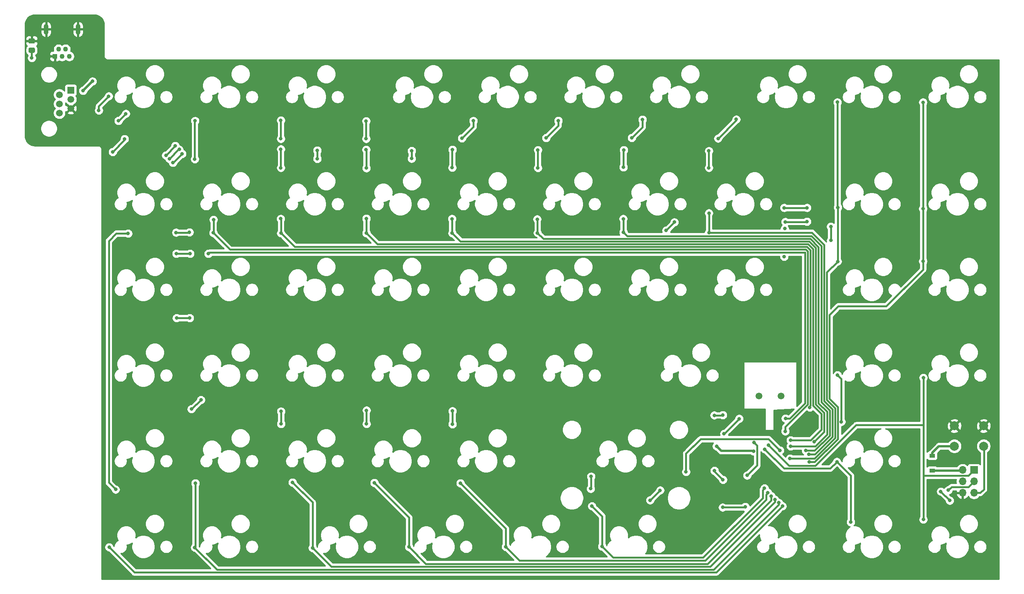
<source format=gtl>
G04 #@! TF.GenerationSoftware,KiCad,Pcbnew,5.1.12-1.fc34*
G04 #@! TF.CreationDate,2021-12-19T18:48:49+02:00*
G04 #@! TF.ProjectId,slash_right,736c6173-685f-4726-9967-68742e6b6963,rev?*
G04 #@! TF.SameCoordinates,Original*
G04 #@! TF.FileFunction,Copper,L1,Top*
G04 #@! TF.FilePolarity,Positive*
%FSLAX46Y46*%
G04 Gerber Fmt 4.6, Leading zero omitted, Abs format (unit mm)*
G04 Created by KiCad (PCBNEW 5.1.12-1.fc34) date 2021-12-19 18:48:49*
%MOMM*%
%LPD*%
G01*
G04 APERTURE LIST*
G04 #@! TA.AperFunction,ComponentPad*
%ADD10C,1.500000*%
G04 #@! TD*
G04 #@! TA.AperFunction,ComponentPad*
%ADD11C,2.000000*%
G04 #@! TD*
G04 #@! TA.AperFunction,ComponentPad*
%ADD12O,1.100000X2.400000*%
G04 #@! TD*
G04 #@! TA.AperFunction,ComponentPad*
%ADD13C,1.100000*%
G04 #@! TD*
G04 #@! TA.AperFunction,ComponentPad*
%ADD14R,1.100000X1.100000*%
G04 #@! TD*
G04 #@! TA.AperFunction,ComponentPad*
%ADD15O,1.700000X1.700000*%
G04 #@! TD*
G04 #@! TA.AperFunction,ComponentPad*
%ADD16R,1.700000X1.700000*%
G04 #@! TD*
G04 #@! TA.AperFunction,ComponentPad*
%ADD17R,1.520000X1.520000*%
G04 #@! TD*
G04 #@! TA.AperFunction,ComponentPad*
%ADD18C,1.520000*%
G04 #@! TD*
G04 #@! TA.AperFunction,SMDPad,CuDef*
%ADD19R,1.200000X0.900000*%
G04 #@! TD*
G04 #@! TA.AperFunction,ViaPad*
%ADD20C,0.800000*%
G04 #@! TD*
G04 #@! TA.AperFunction,Conductor*
%ADD21C,0.500000*%
G04 #@! TD*
G04 #@! TA.AperFunction,Conductor*
%ADD22C,0.400000*%
G04 #@! TD*
G04 #@! TA.AperFunction,Conductor*
%ADD23C,0.254000*%
G04 #@! TD*
G04 #@! TA.AperFunction,Conductor*
%ADD24C,0.100000*%
G04 #@! TD*
G04 APERTURE END LIST*
D10*
X200800000Y-111750000D03*
X205680000Y-111750000D03*
D11*
X244230000Y-118400000D03*
X244230000Y-122900000D03*
X250730000Y-118400000D03*
X250730000Y-122900000D03*
D12*
X49390000Y-30210000D03*
X42290000Y-30210000D03*
D13*
X47440000Y-36210000D03*
X46640000Y-34610000D03*
X45840000Y-36210000D03*
X45040000Y-34610000D03*
D14*
X44240000Y-36210000D03*
D15*
X246050000Y-133280000D03*
X248590000Y-133280000D03*
X246050000Y-130740000D03*
X248590000Y-130740000D03*
X246050000Y-128200000D03*
D16*
X248590000Y-128200000D03*
D17*
X47770000Y-43740000D03*
D18*
X45230000Y-44760000D03*
X47770000Y-45780000D03*
X45230000Y-46800000D03*
X47770000Y-47820000D03*
X45230000Y-48840000D03*
G04 #@! TA.AperFunction,SMDPad,CuDef*
G36*
G01*
X38639999Y-34290000D02*
X39540001Y-34290000D01*
G75*
G02*
X39790000Y-34539999I0J-249999D01*
G01*
X39790000Y-35190001D01*
G75*
G02*
X39540001Y-35440000I-249999J0D01*
G01*
X38639999Y-35440000D01*
G75*
G02*
X38390000Y-35190001I0J249999D01*
G01*
X38390000Y-34539999D01*
G75*
G02*
X38639999Y-34290000I249999J0D01*
G01*
G37*
G04 #@! TD.AperFunction*
G04 #@! TA.AperFunction,SMDPad,CuDef*
G36*
G01*
X38639999Y-32240000D02*
X39540001Y-32240000D01*
G75*
G02*
X39790000Y-32489999I0J-249999D01*
G01*
X39790000Y-33140001D01*
G75*
G02*
X39540001Y-33390000I-249999J0D01*
G01*
X38639999Y-33390000D01*
G75*
G02*
X38390000Y-33140001I0J249999D01*
G01*
X38390000Y-32489999D01*
G75*
G02*
X38639999Y-32240000I249999J0D01*
G01*
G37*
G04 #@! TD.AperFunction*
D19*
X239290000Y-125020000D03*
X239290000Y-128320000D03*
D20*
X206390000Y-80760000D03*
X206500000Y-74540000D03*
X208090000Y-135300000D03*
X199320000Y-135250000D03*
X191970000Y-125020000D03*
X187640000Y-124950000D03*
X65220000Y-51580000D03*
X213710000Y-133870000D03*
X194180000Y-109140000D03*
X203360000Y-103390000D03*
X102480000Y-54930000D03*
X211430000Y-117610000D03*
X222700000Y-96660000D03*
X50499314Y-43860686D03*
X52600000Y-41770000D03*
X199570000Y-124050000D03*
X191360000Y-122930000D03*
X58360000Y-50550000D03*
X60010000Y-48990000D03*
X68930000Y-58250000D03*
X71010000Y-56120000D03*
X69710000Y-59010000D03*
X71880000Y-56930010D03*
X102570000Y-59010000D03*
X102560000Y-57140000D03*
X123570000Y-57250000D03*
X123560000Y-58970000D03*
X196380000Y-116810000D03*
X193030000Y-120130000D03*
X190880000Y-128370000D03*
X192775000Y-130380000D03*
X192710000Y-136520000D03*
X197720000Y-136380000D03*
X241200000Y-132990000D03*
X243200000Y-134990000D03*
X39110000Y-36580000D03*
X70460000Y-59870000D03*
X72520000Y-57900000D03*
X178800000Y-132730000D03*
X176570000Y-134930000D03*
X71180000Y-75400000D03*
X74160000Y-75340000D03*
X206640000Y-73030000D03*
X211430000Y-72970000D03*
X205420000Y-123850000D03*
X184560000Y-128610000D03*
X57740000Y-132530000D03*
X60520000Y-75620000D03*
X71300000Y-94420000D03*
X74220000Y-94420000D03*
X180160000Y-74930000D03*
X211460000Y-69910000D03*
X206380000Y-69910000D03*
X216750000Y-74080000D03*
X216750000Y-77170000D03*
X181980000Y-73110000D03*
X94480000Y-61020000D03*
X94480000Y-56870000D03*
X94480000Y-54550000D03*
X94480000Y-50460000D03*
X94490000Y-75550000D03*
X94460000Y-72340000D03*
X212074396Y-114296976D03*
X75340000Y-59090000D03*
X75400000Y-50570000D03*
X79506166Y-72540000D03*
X79440000Y-75480000D03*
X206630000Y-119600000D03*
X113500000Y-61080000D03*
X113440000Y-56980000D03*
X113440000Y-54550000D03*
X113440000Y-50620000D03*
X113470000Y-75530000D03*
X113470000Y-72290000D03*
X207790000Y-121600000D03*
X57090000Y-57480000D03*
X56210000Y-45090000D03*
X59750000Y-54610000D03*
X54000000Y-48250000D03*
X71240000Y-80100000D03*
X74310000Y-80100000D03*
X78370000Y-80100000D03*
X206669957Y-116749957D03*
X56300000Y-145370000D03*
X206000000Y-136250000D03*
X75340000Y-145450000D03*
X205200000Y-135500000D03*
X75470000Y-131140000D03*
X74600000Y-114660000D03*
X76720000Y-112610000D03*
X101530000Y-145530000D03*
X204300010Y-134760714D03*
X97070000Y-130960000D03*
X94510000Y-115170000D03*
X94510000Y-117950000D03*
X132580000Y-60970000D03*
X132630000Y-56980000D03*
X134740000Y-54440000D03*
X137280000Y-50570000D03*
X132570000Y-75530000D03*
X132520000Y-72350000D03*
X213085686Y-121955686D03*
X122970000Y-145330000D03*
X203500000Y-134000000D03*
X115250000Y-131050000D03*
X113530000Y-114950000D03*
X113530000Y-117950000D03*
X151630000Y-61040000D03*
X151630000Y-57060000D03*
X153460000Y-54360000D03*
X156170000Y-50530000D03*
X151540000Y-75490000D03*
X151470000Y-72450000D03*
X207830000Y-122930000D03*
X144490000Y-145280000D03*
X202750000Y-133250000D03*
X134400000Y-131140000D03*
X132630000Y-118020000D03*
X132630000Y-115100000D03*
X170660000Y-60890000D03*
X170740000Y-57060000D03*
X172500000Y-54340000D03*
X174880000Y-50290000D03*
X170640000Y-75360000D03*
X170610000Y-72350000D03*
X211180000Y-123890000D03*
X165890000Y-145220000D03*
X202000000Y-132250000D03*
X163460000Y-129650000D03*
X163380000Y-132370000D03*
X163640000Y-136230000D03*
X189640000Y-61020000D03*
X189640000Y-57260000D03*
X191690000Y-54490000D03*
X195730000Y-50240000D03*
X189650000Y-75400000D03*
X189650000Y-71080000D03*
X211882003Y-124690000D03*
X190840000Y-116040000D03*
X192759974Y-115990024D03*
X199700000Y-122130000D03*
X198150000Y-129410000D03*
X242890000Y-132690000D03*
X218310000Y-69820000D03*
X218210000Y-46430000D03*
X218270000Y-81840000D03*
X207680000Y-125640000D03*
X202070000Y-123580000D03*
X218100000Y-126370000D03*
X218240000Y-107120000D03*
X221208750Y-139788750D03*
X219110000Y-117480000D03*
X237250000Y-46450000D03*
X237250000Y-70100000D03*
X237250000Y-81790000D03*
X211960000Y-126440000D03*
X237320000Y-107680000D03*
X237320000Y-139200000D03*
X202930000Y-122710000D03*
D21*
X245930000Y-128320000D02*
X246050000Y-128200000D01*
X239290000Y-128320000D02*
X245930000Y-128320000D01*
X50509314Y-43860686D02*
X52600000Y-41770000D01*
X50499314Y-43860686D02*
X50509314Y-43860686D01*
X192380000Y-123950000D02*
X191360000Y-122930000D01*
X199580000Y-123950000D02*
X192380000Y-123950000D01*
D22*
X58450000Y-50550000D02*
X60010000Y-48990000D01*
X58360000Y-50550000D02*
X58450000Y-50550000D01*
X71010000Y-56170000D02*
X68930000Y-58250000D01*
X71010000Y-56120000D02*
X71010000Y-56170000D01*
X71789990Y-56930010D02*
X69710000Y-59010000D01*
X71880000Y-56930010D02*
X71789990Y-56930010D01*
X102570000Y-57150000D02*
X102560000Y-57140000D01*
X102570000Y-59010000D02*
X102570000Y-57150000D01*
X123570000Y-58960000D02*
X123560000Y-58970000D01*
X123570000Y-57250000D02*
X123570000Y-58960000D01*
D21*
X239290000Y-125020000D02*
X239290000Y-124400000D01*
X240780000Y-122910000D02*
X244290000Y-122910000D01*
X239290000Y-124400000D02*
X240780000Y-122910000D01*
D22*
X248590000Y-133280000D02*
X249980000Y-133280000D01*
X250790000Y-132470000D02*
X250790000Y-122910000D01*
X249980000Y-133280000D02*
X250790000Y-132470000D01*
X193060000Y-120130000D02*
X193030000Y-120130000D01*
X196380000Y-116810000D02*
X193060000Y-120130000D01*
X190880000Y-128485000D02*
X192775000Y-130380000D01*
X190880000Y-128370000D02*
X190880000Y-128485000D01*
X197580000Y-136520000D02*
X197720000Y-136380000D01*
X192710000Y-136520000D02*
X197580000Y-136520000D01*
X241200000Y-132990000D02*
X243200000Y-134990000D01*
X243200000Y-134990000D02*
X243200000Y-134990000D01*
X39090000Y-36560000D02*
X39110000Y-36580000D01*
X39090000Y-34865000D02*
X39090000Y-36560000D01*
X70550000Y-59870000D02*
X72520000Y-57900000D01*
X70460000Y-59870000D02*
X70550000Y-59870000D01*
X176600000Y-134930000D02*
X178800000Y-132730000D01*
X176570000Y-134930000D02*
X176600000Y-134930000D01*
X74100000Y-75400000D02*
X74160000Y-75340000D01*
X71180000Y-75400000D02*
X74100000Y-75400000D01*
X211370000Y-73030000D02*
X211430000Y-72970000D01*
X206640000Y-73030000D02*
X211370000Y-73030000D01*
X184560000Y-124560000D02*
X184560000Y-128610000D01*
X187790001Y-121329999D02*
X184560000Y-124560000D01*
X202899999Y-121329999D02*
X187790001Y-121329999D01*
X205420000Y-123850000D02*
X202899999Y-121329999D01*
X57740000Y-132530000D02*
X56220000Y-131010000D01*
X56220000Y-131010000D02*
X56220000Y-77270000D01*
X57870000Y-75620000D02*
X60520000Y-75620000D01*
X56220000Y-77270000D02*
X57870000Y-75620000D01*
X71300000Y-94420000D02*
X74220000Y-94420000D01*
X206380000Y-69910000D02*
X211460000Y-69910000D01*
X216750000Y-74080000D02*
X216750000Y-77170000D01*
X180160000Y-74930000D02*
X181980000Y-73110000D01*
X94480000Y-61020000D02*
X94480000Y-56870000D01*
X94480000Y-54550000D02*
X94480000Y-50460000D01*
X94490000Y-72370000D02*
X94460000Y-72340000D01*
X94490000Y-75550000D02*
X94490000Y-72370000D01*
X97540040Y-78600040D02*
X94490000Y-75550000D01*
X211467125Y-78600041D02*
X210970040Y-78600040D01*
X212230020Y-79362936D02*
X211467125Y-78600041D01*
X212230020Y-113858522D02*
X212230020Y-79362936D01*
X212010000Y-114078542D02*
X212230020Y-113858522D01*
X212010000Y-114232580D02*
X212010000Y-114078542D01*
X210970040Y-78600040D02*
X97540040Y-78600040D01*
X212074396Y-114296976D02*
X212010000Y-114232580D01*
X75340000Y-50630000D02*
X75400000Y-50570000D01*
X75340000Y-59090000D02*
X75340000Y-50630000D01*
X79506166Y-75413834D02*
X79440000Y-75480000D01*
X79506166Y-72540000D02*
X79506166Y-75413834D01*
X83160050Y-79200050D02*
X79440000Y-75480000D01*
X211630010Y-113609990D02*
X211630010Y-79611468D01*
X206630000Y-118610000D02*
X211630010Y-113609990D01*
X206630000Y-119600000D02*
X206630000Y-118610000D01*
X211630010Y-79611468D02*
X211218592Y-79200050D01*
X211218592Y-79200050D02*
X83160050Y-79200050D01*
X113500000Y-57040000D02*
X113440000Y-56980000D01*
X113500000Y-61080000D02*
X113500000Y-57040000D01*
X113440000Y-54550000D02*
X113440000Y-50620000D01*
X113470000Y-75530000D02*
X113470000Y-72290000D01*
X115940031Y-78000031D02*
X113470000Y-75530000D01*
X212830030Y-113868608D02*
X212830030Y-79114404D01*
X211715658Y-78000032D02*
X210959969Y-78000031D01*
X212830030Y-79114404D02*
X211715658Y-78000032D01*
X214700000Y-115738578D02*
X212830030Y-113868608D01*
X214700000Y-119210000D02*
X214700000Y-115738578D01*
X212310000Y-121600000D02*
X214700000Y-119210000D01*
X210959969Y-78000031D02*
X115940031Y-78000031D01*
X207790000Y-121600000D02*
X212310000Y-121600000D01*
X57090000Y-57480000D02*
X59750000Y-54820000D01*
X59750000Y-54820000D02*
X59750000Y-54610000D01*
X56210000Y-45090000D02*
X54000000Y-47300000D01*
X54000000Y-47300000D02*
X54000000Y-48250000D01*
X71240000Y-80100000D02*
X74310000Y-80100000D01*
X206669957Y-116749957D02*
X207641501Y-116749957D01*
X207641501Y-116749957D02*
X211029999Y-113361459D01*
X211029999Y-113361459D02*
X211029999Y-79860000D01*
X78610000Y-79860000D02*
X78370000Y-80100000D01*
X211029999Y-79860000D02*
X78610000Y-79860000D01*
X61920000Y-150990000D02*
X56300000Y-145370000D01*
X191260000Y-150990000D02*
X61920000Y-150990000D01*
X206000000Y-136250000D02*
X191260000Y-150990000D01*
X205199999Y-135500001D02*
X205200000Y-135500000D01*
X205199999Y-135860001D02*
X205199999Y-135500001D01*
X190680000Y-150380000D02*
X205199999Y-135860001D01*
X80270000Y-150380000D02*
X190680000Y-150380000D01*
X75340000Y-145450000D02*
X80270000Y-150380000D01*
X75470000Y-145320000D02*
X75340000Y-145450000D01*
X75470000Y-131140000D02*
X75470000Y-145320000D01*
X74670000Y-114660000D02*
X76720000Y-112610000D01*
X74600000Y-114660000D02*
X74670000Y-114660000D01*
X101530000Y-145530000D02*
X105670011Y-149670011D01*
X105670011Y-149670011D02*
X189956398Y-149670011D01*
X189956398Y-149670011D02*
X204300010Y-135326399D01*
X204300010Y-135326399D02*
X204300010Y-134760714D01*
X101530000Y-135420000D02*
X97070000Y-130960000D01*
X101530000Y-145530000D02*
X101530000Y-135420000D01*
X94510000Y-115170000D02*
X94510000Y-117950000D01*
X132580000Y-57030000D02*
X132630000Y-56980000D01*
X132580000Y-60970000D02*
X132580000Y-57030000D01*
X137280000Y-51900000D02*
X137280000Y-50570000D01*
X134740000Y-54440000D02*
X137280000Y-51900000D01*
X132570000Y-72400000D02*
X132520000Y-72350000D01*
X132570000Y-75530000D02*
X132570000Y-72400000D01*
X215300010Y-119679990D02*
X213030000Y-121950000D01*
X213430040Y-113620076D02*
X215300010Y-115490046D01*
X211964191Y-77400023D02*
X213430040Y-78865872D01*
X213430040Y-78865872D02*
X213430040Y-113620076D01*
X210990021Y-77400021D02*
X211964191Y-77400023D01*
X134440021Y-77400021D02*
X210990021Y-77400021D01*
X215300010Y-115490046D02*
X215300010Y-119679990D01*
X132570000Y-75530000D02*
X134440021Y-77400021D01*
X122970000Y-145330000D02*
X126710000Y-149070000D01*
X189370000Y-149070000D02*
X203500000Y-134940000D01*
X203500000Y-134940000D02*
X203500000Y-134000000D01*
X126710000Y-149070000D02*
X189370000Y-149070000D01*
X122970000Y-138770000D02*
X122970000Y-145330000D01*
X115250000Y-131050000D02*
X122970000Y-138770000D01*
X113530000Y-114950000D02*
X113530000Y-117950000D01*
X151630000Y-61040000D02*
X151630000Y-57060000D01*
X156170000Y-51650000D02*
X156170000Y-50530000D01*
X153460000Y-54360000D02*
X156170000Y-51650000D01*
X151540000Y-72520000D02*
X151470000Y-72450000D01*
X151540000Y-75490000D02*
X151540000Y-72520000D01*
X210979989Y-76800011D02*
X212212724Y-76800014D01*
X151540000Y-75490000D02*
X152850011Y-76800011D01*
X152850011Y-76800011D02*
X210979989Y-76800011D01*
X212212724Y-76800014D02*
X214030050Y-78617340D01*
X213295374Y-122930000D02*
X207830000Y-122930000D01*
X214030050Y-78617340D02*
X214030050Y-83480000D01*
X214030050Y-83480000D02*
X214030050Y-113371544D01*
X215900020Y-115241514D02*
X215900020Y-120325354D01*
X215900020Y-120325354D02*
X213295374Y-122930000D01*
X214030050Y-113371544D02*
X215900020Y-115241514D01*
X147530000Y-148320000D02*
X144490000Y-145280000D01*
X188820000Y-148320000D02*
X147530000Y-148320000D01*
X202350001Y-134789999D02*
X188820000Y-148320000D01*
X202350001Y-133649999D02*
X202350001Y-134789999D01*
X202750000Y-133250000D02*
X202350001Y-133649999D01*
X144490000Y-141230000D02*
X144490000Y-145280000D01*
X134400000Y-131140000D02*
X144490000Y-141230000D01*
X132630000Y-118020000D02*
X132630000Y-115100000D01*
X170660000Y-57140000D02*
X170740000Y-57060000D01*
X170660000Y-60890000D02*
X170660000Y-57140000D01*
X174880000Y-51960000D02*
X174880000Y-50290000D01*
X172500000Y-54340000D02*
X174880000Y-51960000D01*
X170640000Y-72380000D02*
X170610000Y-72350000D01*
X170640000Y-75360000D02*
X170640000Y-72380000D01*
X216500029Y-120573887D02*
X213183916Y-123890000D01*
X216500030Y-114992982D02*
X216500029Y-120573887D01*
X214630060Y-113123012D02*
X216500030Y-114992982D01*
X213183916Y-123890000D02*
X211180000Y-123890000D01*
X214630060Y-84489940D02*
X214630060Y-113123012D01*
X211029999Y-76200001D02*
X212461257Y-76200005D01*
X212461257Y-76200005D02*
X214630060Y-78368808D01*
X171480001Y-76200001D02*
X211029999Y-76200001D01*
X214630060Y-78368808D02*
X214630060Y-84489940D01*
X170640000Y-75360000D02*
X171480001Y-76200001D01*
X165890000Y-145220000D02*
X168326401Y-147656401D01*
X184343599Y-147656401D02*
X184693599Y-147656401D01*
X168326401Y-147656401D02*
X184343599Y-147656401D01*
X188363599Y-147656401D02*
X184343599Y-147656401D01*
X201600001Y-134419999D02*
X188363599Y-147656401D01*
X201600001Y-132649999D02*
X201600001Y-134419999D01*
X202000000Y-132250000D02*
X201600001Y-132649999D01*
X163460000Y-132290000D02*
X163380000Y-132370000D01*
X163460000Y-129650000D02*
X163460000Y-132290000D01*
X165890000Y-138480000D02*
X165890000Y-145220000D01*
X163640000Y-136230000D02*
X165890000Y-138480000D01*
X189640000Y-61020000D02*
X189640000Y-57260000D01*
X195730000Y-50450000D02*
X195730000Y-50240000D01*
X191690000Y-54490000D02*
X195730000Y-50450000D01*
X189650000Y-75400000D02*
X189650000Y-71080000D01*
X215230070Y-78120276D02*
X215230070Y-112874480D01*
X189650000Y-75400000D02*
X212509794Y-75400000D01*
X217100038Y-120822420D02*
X213232458Y-124690000D01*
X217100038Y-114744448D02*
X217100038Y-120822420D01*
X212509794Y-75400000D02*
X215230070Y-78120276D01*
X215230070Y-112874480D02*
X217100038Y-114744448D01*
X213232458Y-124690000D02*
X211882003Y-124690000D01*
X192709998Y-116040000D02*
X192759974Y-115990024D01*
X190840000Y-116040000D02*
X192709998Y-116040000D01*
X200370001Y-127189999D02*
X198150000Y-129410000D01*
X200370001Y-122800001D02*
X200370001Y-127189999D01*
X199700000Y-122130000D02*
X200370001Y-122800001D01*
X243589999Y-131990001D02*
X242890000Y-132690000D01*
X247339999Y-131990001D02*
X243589999Y-131990001D01*
X248590000Y-130740000D02*
X247339999Y-131990001D01*
X218210000Y-69720000D02*
X218310000Y-69820000D01*
X218210000Y-46430000D02*
X218210000Y-69720000D01*
X218270000Y-69860000D02*
X218310000Y-69820000D01*
X218270000Y-81840000D02*
X218270000Y-69860000D01*
X218270000Y-81840000D02*
X215830080Y-84279920D01*
X213131000Y-125640000D02*
X207680000Y-125640000D01*
X217700047Y-121070953D02*
X213131000Y-125640000D01*
X217700048Y-114495916D02*
X217700047Y-121070953D01*
X215830080Y-112625948D02*
X217700048Y-114495916D01*
X215830080Y-84279920D02*
X215830080Y-112625948D01*
X221208750Y-129478750D02*
X218100000Y-126370000D01*
X221208750Y-139788750D02*
X221208750Y-129478750D01*
X216629989Y-127840011D02*
X218100000Y-126370000D01*
X206330011Y-127840011D02*
X216629989Y-127840011D01*
X202070000Y-123580000D02*
X206330011Y-127840011D01*
X219110000Y-107990000D02*
X218240000Y-107120000D01*
X219110000Y-117480000D02*
X219110000Y-107990000D01*
X237250000Y-70100000D02*
X237250000Y-81790000D01*
X237250000Y-46450000D02*
X237250000Y-70100000D01*
X218300056Y-114247382D02*
X216431337Y-112378663D01*
X218300056Y-121319484D02*
X218300056Y-114247382D01*
X213179540Y-126440000D02*
X218300056Y-121319484D01*
X211960000Y-126440000D02*
X213179540Y-126440000D01*
X216431337Y-112378663D02*
X216431337Y-93768663D01*
X216431337Y-93768663D02*
X218410000Y-91790000D01*
X237250000Y-83628834D02*
X237250000Y-81790000D01*
X229088834Y-91790000D02*
X237250000Y-83628834D01*
X218410000Y-91790000D02*
X229088834Y-91790000D01*
X237410001Y-129450001D02*
X237320000Y-129360000D01*
X247339999Y-129450001D02*
X237410001Y-129450001D01*
X248590000Y-128200000D02*
X247339999Y-129450001D01*
X237320000Y-129360000D02*
X237320000Y-139200000D01*
X237320000Y-107680000D02*
X237320000Y-118220000D01*
X237320000Y-118220000D02*
X237320000Y-129360000D01*
X203000000Y-122780000D02*
X202930000Y-122710000D01*
X213339999Y-127240001D02*
X222360000Y-118220000D01*
X207460001Y-127240001D02*
X213339999Y-127240001D01*
X202930000Y-122710000D02*
X207460001Y-127240001D01*
X237320000Y-118220000D02*
X222360000Y-118220000D01*
D23*
X53345255Y-27019244D02*
X53767781Y-27146812D01*
X54157482Y-27354019D01*
X54499513Y-27632974D01*
X54780849Y-27973049D01*
X54990771Y-28361294D01*
X55121285Y-28782915D01*
X55171001Y-29255933D01*
X55171000Y-36201545D01*
X55167444Y-36237650D01*
X55181635Y-36381735D01*
X55223663Y-36520283D01*
X55291913Y-36647970D01*
X55383762Y-36759888D01*
X55495680Y-36851737D01*
X55623367Y-36919987D01*
X55761915Y-36962015D01*
X55906000Y-36976206D01*
X55942105Y-36972650D01*
X254145001Y-36972650D01*
X254145000Y-152515000D01*
X54641000Y-152515000D01*
X54641000Y-145268061D01*
X55265000Y-145268061D01*
X55265000Y-145471939D01*
X55304774Y-145671898D01*
X55382795Y-145860256D01*
X55496063Y-146029774D01*
X55640226Y-146173937D01*
X55809744Y-146287205D01*
X55998102Y-146365226D01*
X56143226Y-146394093D01*
X61300559Y-151551427D01*
X61326709Y-151583291D01*
X61453854Y-151687636D01*
X61598913Y-151765172D01*
X61756311Y-151812918D01*
X61878981Y-151825000D01*
X61878983Y-151825000D01*
X61919999Y-151829040D01*
X61961015Y-151825000D01*
X191218982Y-151825000D01*
X191260000Y-151829040D01*
X191301018Y-151825000D01*
X191301019Y-151825000D01*
X191423689Y-151812918D01*
X191581087Y-151765172D01*
X191726146Y-151687636D01*
X191853291Y-151583291D01*
X191879446Y-151551421D01*
X200840000Y-142590868D01*
X200840000Y-142932779D01*
X200922047Y-143345256D01*
X201082988Y-143733802D01*
X201176150Y-143873230D01*
X201001162Y-143945712D01*
X200757794Y-144108326D01*
X200550826Y-144315294D01*
X200388212Y-144558662D01*
X200276202Y-144829079D01*
X200219100Y-145116152D01*
X200219100Y-145408848D01*
X200276202Y-145695921D01*
X200388212Y-145966338D01*
X200550826Y-146209706D01*
X200757794Y-146416674D01*
X201001162Y-146579288D01*
X201271579Y-146691298D01*
X201558652Y-146748400D01*
X201851348Y-146748400D01*
X202138421Y-146691298D01*
X202408838Y-146579288D01*
X202652206Y-146416674D01*
X202859174Y-146209706D01*
X203021788Y-145966338D01*
X203133798Y-145695921D01*
X203190900Y-145408848D01*
X203190900Y-145116152D01*
X203139451Y-144857500D01*
X203185279Y-144857500D01*
X203597756Y-144775453D01*
X203986302Y-144614512D01*
X204292708Y-144409779D01*
X204257127Y-144495678D01*
X204156100Y-145003576D01*
X204156100Y-145521424D01*
X204257127Y-146029322D01*
X204455299Y-146507751D01*
X204743000Y-146938326D01*
X205109174Y-147304500D01*
X205539749Y-147592201D01*
X206018178Y-147790373D01*
X206526076Y-147891400D01*
X207043924Y-147891400D01*
X207551822Y-147790373D01*
X208030251Y-147592201D01*
X208460826Y-147304500D01*
X208827000Y-146938326D01*
X209114701Y-146507751D01*
X209312873Y-146029322D01*
X209413900Y-145521424D01*
X209413900Y-145116152D01*
X210379100Y-145116152D01*
X210379100Y-145408848D01*
X210436202Y-145695921D01*
X210548212Y-145966338D01*
X210710826Y-146209706D01*
X210917794Y-146416674D01*
X211161162Y-146579288D01*
X211431579Y-146691298D01*
X211718652Y-146748400D01*
X212011348Y-146748400D01*
X212298421Y-146691298D01*
X212568838Y-146579288D01*
X212812206Y-146416674D01*
X213019174Y-146209706D01*
X213181788Y-145966338D01*
X213293798Y-145695921D01*
X213350900Y-145408848D01*
X213350900Y-145116152D01*
X213293798Y-144829079D01*
X213181788Y-144558662D01*
X213019174Y-144315294D01*
X212812206Y-144108326D01*
X212568838Y-143945712D01*
X212298421Y-143833702D01*
X212011348Y-143776600D01*
X211718652Y-143776600D01*
X211431579Y-143833702D01*
X211161162Y-143945712D01*
X210917794Y-144108326D01*
X210710826Y-144315294D01*
X210548212Y-144558662D01*
X210436202Y-144829079D01*
X210379100Y-145116152D01*
X209413900Y-145116152D01*
X209413900Y-145003576D01*
X209312873Y-144495678D01*
X209114701Y-144017249D01*
X208827000Y-143586674D01*
X208460826Y-143220500D01*
X208030251Y-142932799D01*
X207551822Y-142734627D01*
X207043924Y-142633600D01*
X206526076Y-142633600D01*
X206018178Y-142734627D01*
X205539749Y-142932799D01*
X205109174Y-143220500D01*
X205038763Y-143290911D01*
X205110000Y-142932779D01*
X205110000Y-142512221D01*
X205027953Y-142099744D01*
X204867012Y-141711198D01*
X204633363Y-141361517D01*
X204335983Y-141064137D01*
X203986302Y-140830488D01*
X203597756Y-140669547D01*
X203185279Y-140587500D01*
X202843368Y-140587500D01*
X203458647Y-139972221D01*
X207190000Y-139972221D01*
X207190000Y-140392779D01*
X207272047Y-140805256D01*
X207432988Y-141193802D01*
X207666637Y-141543483D01*
X207964017Y-141840863D01*
X208313698Y-142074512D01*
X208702244Y-142235453D01*
X209114721Y-142317500D01*
X209535279Y-142317500D01*
X209947756Y-142235453D01*
X210336302Y-142074512D01*
X210685983Y-141840863D01*
X210983363Y-141543483D01*
X211217012Y-141193802D01*
X211377953Y-140805256D01*
X211460000Y-140392779D01*
X211460000Y-139972221D01*
X211377953Y-139559744D01*
X211217012Y-139171198D01*
X210983363Y-138821517D01*
X210685983Y-138524137D01*
X210336302Y-138290488D01*
X209947756Y-138129547D01*
X209535279Y-138047500D01*
X209114721Y-138047500D01*
X208702244Y-138129547D01*
X208313698Y-138290488D01*
X207964017Y-138524137D01*
X207666637Y-138821517D01*
X207432988Y-139171198D01*
X207272047Y-139559744D01*
X207190000Y-139972221D01*
X203458647Y-139972221D01*
X206156777Y-137274092D01*
X206301898Y-137245226D01*
X206490256Y-137167205D01*
X206659774Y-137053937D01*
X206803937Y-136909774D01*
X206917205Y-136740256D01*
X206995226Y-136551898D01*
X207035000Y-136351939D01*
X207035000Y-136148061D01*
X206995226Y-135948102D01*
X206917205Y-135759744D01*
X206803937Y-135590226D01*
X206659774Y-135446063D01*
X206490256Y-135332795D01*
X206301898Y-135254774D01*
X206202569Y-135235016D01*
X206195226Y-135198102D01*
X206117205Y-135009744D01*
X206003937Y-134840226D01*
X205859774Y-134696063D01*
X205690256Y-134582795D01*
X205501898Y-134504774D01*
X205301939Y-134465000D01*
X205296466Y-134465000D01*
X205295236Y-134458816D01*
X205217215Y-134270458D01*
X205103947Y-134100940D01*
X204959784Y-133956777D01*
X204790266Y-133843509D01*
X204601908Y-133765488D01*
X204504787Y-133746170D01*
X204495226Y-133698102D01*
X204417205Y-133509744D01*
X204303937Y-133340226D01*
X204159774Y-133196063D01*
X203990256Y-133082795D01*
X203801898Y-133004774D01*
X203754628Y-132995372D01*
X203745226Y-132948102D01*
X203667205Y-132759744D01*
X203553937Y-132590226D01*
X203409774Y-132446063D01*
X203240256Y-132332795D01*
X203051898Y-132254774D01*
X203035000Y-132251413D01*
X203035000Y-132148061D01*
X202995226Y-131948102D01*
X202917205Y-131759744D01*
X202803937Y-131590226D01*
X202659774Y-131446063D01*
X202490256Y-131332795D01*
X202301898Y-131254774D01*
X202101939Y-131215000D01*
X201898061Y-131215000D01*
X201698102Y-131254774D01*
X201509744Y-131332795D01*
X201340226Y-131446063D01*
X201196063Y-131590226D01*
X201082795Y-131759744D01*
X201004774Y-131948102D01*
X200975641Y-132094567D01*
X200915432Y-132167932D01*
X200902365Y-132183854D01*
X200824829Y-132328913D01*
X200777083Y-132486311D01*
X200760961Y-132649999D01*
X200765001Y-132691018D01*
X200765002Y-134074130D01*
X198722825Y-136116307D01*
X198715226Y-136078102D01*
X198637205Y-135889744D01*
X198523937Y-135720226D01*
X198379774Y-135576063D01*
X198210256Y-135462795D01*
X198021898Y-135384774D01*
X197821939Y-135345000D01*
X197618061Y-135345000D01*
X197418102Y-135384774D01*
X197229744Y-135462795D01*
X197060226Y-135576063D01*
X196951289Y-135685000D01*
X193323285Y-135685000D01*
X193200256Y-135602795D01*
X193011898Y-135524774D01*
X192811939Y-135485000D01*
X192608061Y-135485000D01*
X192408102Y-135524774D01*
X192219744Y-135602795D01*
X192050226Y-135716063D01*
X191906063Y-135860226D01*
X191792795Y-136029744D01*
X191714774Y-136218102D01*
X191675000Y-136418061D01*
X191675000Y-136621939D01*
X191714774Y-136821898D01*
X191792795Y-137010256D01*
X191906063Y-137179774D01*
X192050226Y-137323937D01*
X192219744Y-137437205D01*
X192408102Y-137515226D01*
X192608061Y-137555000D01*
X192811939Y-137555000D01*
X193011898Y-137515226D01*
X193200256Y-137437205D01*
X193323285Y-137355000D01*
X197369272Y-137355000D01*
X197418102Y-137375226D01*
X197456307Y-137382825D01*
X188017732Y-146821401D01*
X175567627Y-146821401D01*
X175777201Y-146507751D01*
X175975373Y-146029322D01*
X176076400Y-145521424D01*
X176076400Y-145116152D01*
X177041600Y-145116152D01*
X177041600Y-145408848D01*
X177098702Y-145695921D01*
X177210712Y-145966338D01*
X177373326Y-146209706D01*
X177580294Y-146416674D01*
X177823662Y-146579288D01*
X178094079Y-146691298D01*
X178381152Y-146748400D01*
X178673848Y-146748400D01*
X178960921Y-146691298D01*
X179231338Y-146579288D01*
X179474706Y-146416674D01*
X179681674Y-146209706D01*
X179844288Y-145966338D01*
X179956298Y-145695921D01*
X180013400Y-145408848D01*
X180013400Y-145116152D01*
X179956298Y-144829079D01*
X179844288Y-144558662D01*
X179681674Y-144315294D01*
X179474706Y-144108326D01*
X179231338Y-143945712D01*
X178960921Y-143833702D01*
X178673848Y-143776600D01*
X178381152Y-143776600D01*
X178094079Y-143833702D01*
X177823662Y-143945712D01*
X177580294Y-144108326D01*
X177373326Y-144315294D01*
X177210712Y-144558662D01*
X177098702Y-144829079D01*
X177041600Y-145116152D01*
X176076400Y-145116152D01*
X176076400Y-145003576D01*
X175975373Y-144495678D01*
X175777201Y-144017249D01*
X175489500Y-143586674D01*
X175123326Y-143220500D01*
X174692751Y-142932799D01*
X174214322Y-142734627D01*
X173706424Y-142633600D01*
X173188576Y-142633600D01*
X172680678Y-142734627D01*
X172202249Y-142932799D01*
X171771674Y-143220500D01*
X171701263Y-143290911D01*
X171772500Y-142932779D01*
X171772500Y-142512221D01*
X171690453Y-142099744D01*
X171529512Y-141711198D01*
X171295863Y-141361517D01*
X170998483Y-141064137D01*
X170648802Y-140830488D01*
X170260256Y-140669547D01*
X169847779Y-140587500D01*
X169427221Y-140587500D01*
X169014744Y-140669547D01*
X168626198Y-140830488D01*
X168276517Y-141064137D01*
X167979137Y-141361517D01*
X167745488Y-141711198D01*
X167584547Y-142099744D01*
X167502500Y-142512221D01*
X167502500Y-142932779D01*
X167584547Y-143345256D01*
X167745488Y-143733802D01*
X167838650Y-143873230D01*
X167663662Y-143945712D01*
X167420294Y-144108326D01*
X167213326Y-144315294D01*
X167050712Y-144558662D01*
X166938702Y-144829079D01*
X166903110Y-145008012D01*
X166885226Y-144918102D01*
X166807205Y-144729744D01*
X166725000Y-144606715D01*
X166725000Y-139972221D01*
X173852500Y-139972221D01*
X173852500Y-140392779D01*
X173934547Y-140805256D01*
X174095488Y-141193802D01*
X174329137Y-141543483D01*
X174626517Y-141840863D01*
X174976198Y-142074512D01*
X175364744Y-142235453D01*
X175777221Y-142317500D01*
X176197779Y-142317500D01*
X176610256Y-142235453D01*
X176998802Y-142074512D01*
X177348483Y-141840863D01*
X177645863Y-141543483D01*
X177879512Y-141193802D01*
X178040453Y-140805256D01*
X178122500Y-140392779D01*
X178122500Y-139972221D01*
X178040453Y-139559744D01*
X177879512Y-139171198D01*
X177645863Y-138821517D01*
X177348483Y-138524137D01*
X176998802Y-138290488D01*
X176610256Y-138129547D01*
X176197779Y-138047500D01*
X175777221Y-138047500D01*
X175364744Y-138129547D01*
X174976198Y-138290488D01*
X174626517Y-138524137D01*
X174329137Y-138821517D01*
X174095488Y-139171198D01*
X173934547Y-139559744D01*
X173852500Y-139972221D01*
X166725000Y-139972221D01*
X166725000Y-138521018D01*
X166729040Y-138480000D01*
X166712918Y-138316312D01*
X166709140Y-138303855D01*
X166665172Y-138158913D01*
X166587636Y-138013854D01*
X166483291Y-137886709D01*
X166451433Y-137860564D01*
X164664093Y-136073225D01*
X164635226Y-135928102D01*
X164557205Y-135739744D01*
X164443937Y-135570226D01*
X164299774Y-135426063D01*
X164130256Y-135312795D01*
X163941898Y-135234774D01*
X163741939Y-135195000D01*
X163538061Y-135195000D01*
X163338102Y-135234774D01*
X163149744Y-135312795D01*
X162980226Y-135426063D01*
X162836063Y-135570226D01*
X162722795Y-135739744D01*
X162644774Y-135928102D01*
X162605000Y-136128061D01*
X162605000Y-136331939D01*
X162644774Y-136531898D01*
X162722795Y-136720256D01*
X162836063Y-136889774D01*
X162980226Y-137033937D01*
X163149744Y-137147205D01*
X163338102Y-137225226D01*
X163483225Y-137254093D01*
X165055000Y-138825869D01*
X165055001Y-144606714D01*
X164972795Y-144729744D01*
X164894774Y-144918102D01*
X164855000Y-145118061D01*
X164855000Y-145321939D01*
X164894774Y-145521898D01*
X164972795Y-145710256D01*
X165086063Y-145879774D01*
X165230226Y-146023937D01*
X165399744Y-146137205D01*
X165588102Y-146215226D01*
X165733225Y-146244093D01*
X166974132Y-147485000D01*
X153421939Y-147485000D01*
X153692076Y-147304500D01*
X154058250Y-146938326D01*
X154345951Y-146507751D01*
X154544123Y-146029322D01*
X154645150Y-145521424D01*
X154645150Y-145116152D01*
X155610350Y-145116152D01*
X155610350Y-145408848D01*
X155667452Y-145695921D01*
X155779462Y-145966338D01*
X155942076Y-146209706D01*
X156149044Y-146416674D01*
X156392412Y-146579288D01*
X156662829Y-146691298D01*
X156949902Y-146748400D01*
X157242598Y-146748400D01*
X157529671Y-146691298D01*
X157800088Y-146579288D01*
X158043456Y-146416674D01*
X158250424Y-146209706D01*
X158413038Y-145966338D01*
X158525048Y-145695921D01*
X158582150Y-145408848D01*
X158582150Y-145116152D01*
X158525048Y-144829079D01*
X158413038Y-144558662D01*
X158250424Y-144315294D01*
X158043456Y-144108326D01*
X157800088Y-143945712D01*
X157529671Y-143833702D01*
X157242598Y-143776600D01*
X156949902Y-143776600D01*
X156662829Y-143833702D01*
X156392412Y-143945712D01*
X156149044Y-144108326D01*
X155942076Y-144315294D01*
X155779462Y-144558662D01*
X155667452Y-144829079D01*
X155610350Y-145116152D01*
X154645150Y-145116152D01*
X154645150Y-145003576D01*
X154544123Y-144495678D01*
X154345951Y-144017249D01*
X154058250Y-143586674D01*
X153692076Y-143220500D01*
X153261501Y-142932799D01*
X152783072Y-142734627D01*
X152275174Y-142633600D01*
X151757326Y-142633600D01*
X151249428Y-142734627D01*
X150770999Y-142932799D01*
X150340424Y-143220500D01*
X150270013Y-143290911D01*
X150341250Y-142932779D01*
X150341250Y-142512221D01*
X150259203Y-142099744D01*
X150098262Y-141711198D01*
X149864613Y-141361517D01*
X149567233Y-141064137D01*
X149217552Y-140830488D01*
X148829006Y-140669547D01*
X148416529Y-140587500D01*
X147995971Y-140587500D01*
X147583494Y-140669547D01*
X147194948Y-140830488D01*
X146845267Y-141064137D01*
X146547887Y-141361517D01*
X146314238Y-141711198D01*
X146153297Y-142099744D01*
X146071250Y-142512221D01*
X146071250Y-142932779D01*
X146153297Y-143345256D01*
X146314238Y-143733802D01*
X146407400Y-143873230D01*
X146232412Y-143945712D01*
X145989044Y-144108326D01*
X145782076Y-144315294D01*
X145619462Y-144558662D01*
X145507452Y-144829079D01*
X145480216Y-144966006D01*
X145407205Y-144789744D01*
X145325000Y-144666715D01*
X145325000Y-141271018D01*
X145329040Y-141230000D01*
X145312918Y-141066311D01*
X145265172Y-140908913D01*
X145187636Y-140763854D01*
X145109439Y-140668570D01*
X145109437Y-140668568D01*
X145083291Y-140636709D01*
X145051433Y-140610564D01*
X144413090Y-139972221D01*
X152421250Y-139972221D01*
X152421250Y-140392779D01*
X152503297Y-140805256D01*
X152664238Y-141193802D01*
X152897887Y-141543483D01*
X153195267Y-141840863D01*
X153544948Y-142074512D01*
X153933494Y-142235453D01*
X154345971Y-142317500D01*
X154766529Y-142317500D01*
X155179006Y-142235453D01*
X155567552Y-142074512D01*
X155917233Y-141840863D01*
X156214613Y-141543483D01*
X156448262Y-141193802D01*
X156609203Y-140805256D01*
X156691250Y-140392779D01*
X156691250Y-139972221D01*
X156609203Y-139559744D01*
X156448262Y-139171198D01*
X156214613Y-138821517D01*
X155917233Y-138524137D01*
X155567552Y-138290488D01*
X155179006Y-138129547D01*
X154766529Y-138047500D01*
X154345971Y-138047500D01*
X153933494Y-138129547D01*
X153544948Y-138290488D01*
X153195267Y-138524137D01*
X152897887Y-138821517D01*
X152664238Y-139171198D01*
X152503297Y-139559744D01*
X152421250Y-139972221D01*
X144413090Y-139972221D01*
X138649444Y-134208576D01*
X156537350Y-134208576D01*
X156537350Y-134726424D01*
X156638377Y-135234322D01*
X156836549Y-135712751D01*
X157124250Y-136143326D01*
X157490424Y-136509500D01*
X157920999Y-136797201D01*
X158399428Y-136995373D01*
X158907326Y-137096400D01*
X159425174Y-137096400D01*
X159933072Y-136995373D01*
X160411501Y-136797201D01*
X160842076Y-136509500D01*
X161208250Y-136143326D01*
X161495951Y-135712751D01*
X161694123Y-135234322D01*
X161774933Y-134828061D01*
X175535000Y-134828061D01*
X175535000Y-135031939D01*
X175574774Y-135231898D01*
X175652795Y-135420256D01*
X175766063Y-135589774D01*
X175910226Y-135733937D01*
X176079744Y-135847205D01*
X176268102Y-135925226D01*
X176468061Y-135965000D01*
X176671939Y-135965000D01*
X176871898Y-135925226D01*
X177060256Y-135847205D01*
X177229774Y-135733937D01*
X177373937Y-135589774D01*
X177487205Y-135420256D01*
X177565226Y-135231898D01*
X177586644Y-135124224D01*
X178502292Y-134208576D01*
X180337350Y-134208576D01*
X180337350Y-134726424D01*
X180438377Y-135234322D01*
X180636549Y-135712751D01*
X180924250Y-136143326D01*
X181290424Y-136509500D01*
X181720999Y-136797201D01*
X182199428Y-136995373D01*
X182707326Y-137096400D01*
X183225174Y-137096400D01*
X183733072Y-136995373D01*
X184211501Y-136797201D01*
X184642076Y-136509500D01*
X185008250Y-136143326D01*
X185295951Y-135712751D01*
X185494123Y-135234322D01*
X185595150Y-134726424D01*
X185595150Y-134208576D01*
X185494123Y-133700678D01*
X185295951Y-133222249D01*
X185008250Y-132791674D01*
X184642076Y-132425500D01*
X184211501Y-132137799D01*
X183733072Y-131939627D01*
X183225174Y-131838600D01*
X182707326Y-131838600D01*
X182199428Y-131939627D01*
X181720999Y-132137799D01*
X181290424Y-132425500D01*
X180924250Y-132791674D01*
X180636549Y-133222249D01*
X180438377Y-133700678D01*
X180337350Y-134208576D01*
X178502292Y-134208576D01*
X178956776Y-133754092D01*
X179101898Y-133725226D01*
X179290256Y-133647205D01*
X179459774Y-133533937D01*
X179603937Y-133389774D01*
X179717205Y-133220256D01*
X179795226Y-133031898D01*
X179835000Y-132831939D01*
X179835000Y-132628061D01*
X179795226Y-132428102D01*
X179717205Y-132239744D01*
X179603937Y-132070226D01*
X179459774Y-131926063D01*
X179290256Y-131812795D01*
X179101898Y-131734774D01*
X178901939Y-131695000D01*
X178698061Y-131695000D01*
X178498102Y-131734774D01*
X178309744Y-131812795D01*
X178140226Y-131926063D01*
X177996063Y-132070226D01*
X177882795Y-132239744D01*
X177804774Y-132428102D01*
X177775908Y-132573224D01*
X176450674Y-133898458D01*
X176268102Y-133934774D01*
X176079744Y-134012795D01*
X175910226Y-134126063D01*
X175766063Y-134270226D01*
X175652795Y-134439744D01*
X175574774Y-134628102D01*
X175535000Y-134828061D01*
X161774933Y-134828061D01*
X161795150Y-134726424D01*
X161795150Y-134208576D01*
X161694123Y-133700678D01*
X161495951Y-133222249D01*
X161208250Y-132791674D01*
X160842076Y-132425500D01*
X160606452Y-132268061D01*
X162345000Y-132268061D01*
X162345000Y-132471939D01*
X162384774Y-132671898D01*
X162462795Y-132860256D01*
X162576063Y-133029774D01*
X162720226Y-133173937D01*
X162889744Y-133287205D01*
X163078102Y-133365226D01*
X163278061Y-133405000D01*
X163481939Y-133405000D01*
X163681898Y-133365226D01*
X163870256Y-133287205D01*
X164039774Y-133173937D01*
X164183937Y-133029774D01*
X164297205Y-132860256D01*
X164375226Y-132671898D01*
X164415000Y-132471939D01*
X164415000Y-132268061D01*
X164375226Y-132068102D01*
X164297205Y-131879744D01*
X164295000Y-131876444D01*
X164295000Y-130263285D01*
X164377205Y-130140256D01*
X164455226Y-129951898D01*
X164495000Y-129751939D01*
X164495000Y-129548061D01*
X164455226Y-129348102D01*
X164377205Y-129159744D01*
X164263937Y-128990226D01*
X164119774Y-128846063D01*
X163950256Y-128732795D01*
X163761898Y-128654774D01*
X163561939Y-128615000D01*
X163358061Y-128615000D01*
X163158102Y-128654774D01*
X162969744Y-128732795D01*
X162800226Y-128846063D01*
X162656063Y-128990226D01*
X162542795Y-129159744D01*
X162464774Y-129348102D01*
X162425000Y-129548061D01*
X162425000Y-129751939D01*
X162464774Y-129951898D01*
X162542795Y-130140256D01*
X162625000Y-130263285D01*
X162625001Y-131661288D01*
X162576063Y-131710226D01*
X162462795Y-131879744D01*
X162384774Y-132068102D01*
X162345000Y-132268061D01*
X160606452Y-132268061D01*
X160411501Y-132137799D01*
X159933072Y-131939627D01*
X159425174Y-131838600D01*
X158907326Y-131838600D01*
X158399428Y-131939627D01*
X157920999Y-132137799D01*
X157490424Y-132425500D01*
X157124250Y-132791674D01*
X156836549Y-133222249D01*
X156638377Y-133700678D01*
X156537350Y-134208576D01*
X138649444Y-134208576D01*
X135424093Y-130983226D01*
X135395226Y-130838102D01*
X135317205Y-130649744D01*
X135203937Y-130480226D01*
X135059774Y-130336063D01*
X134890256Y-130222795D01*
X134701898Y-130144774D01*
X134501939Y-130105000D01*
X134298061Y-130105000D01*
X134098102Y-130144774D01*
X133909744Y-130222795D01*
X133740226Y-130336063D01*
X133596063Y-130480226D01*
X133482795Y-130649744D01*
X133404774Y-130838102D01*
X133365000Y-131038061D01*
X133365000Y-131241939D01*
X133404774Y-131441898D01*
X133482795Y-131630256D01*
X133596063Y-131799774D01*
X133740226Y-131943937D01*
X133909744Y-132057205D01*
X134098102Y-132135226D01*
X134243226Y-132164093D01*
X143655000Y-141575869D01*
X143655001Y-144666714D01*
X143572795Y-144789744D01*
X143494774Y-144978102D01*
X143455000Y-145178061D01*
X143455000Y-145381939D01*
X143494774Y-145581898D01*
X143572795Y-145770256D01*
X143686063Y-145939774D01*
X143830226Y-146083937D01*
X143999744Y-146197205D01*
X144188102Y-146275226D01*
X144333225Y-146304093D01*
X146264132Y-148235000D01*
X127055869Y-148235000D01*
X125569268Y-146748400D01*
X125651348Y-146748400D01*
X125938421Y-146691298D01*
X126208838Y-146579288D01*
X126452206Y-146416674D01*
X126659174Y-146209706D01*
X126821788Y-145966338D01*
X126933798Y-145695921D01*
X126990900Y-145408848D01*
X126990900Y-145116152D01*
X126939451Y-144857500D01*
X126985279Y-144857500D01*
X127397756Y-144775453D01*
X127786302Y-144614512D01*
X128092708Y-144409779D01*
X128057127Y-144495678D01*
X127956100Y-145003576D01*
X127956100Y-145521424D01*
X128057127Y-146029322D01*
X128255299Y-146507751D01*
X128543000Y-146938326D01*
X128909174Y-147304500D01*
X129339749Y-147592201D01*
X129818178Y-147790373D01*
X130326076Y-147891400D01*
X130843924Y-147891400D01*
X131351822Y-147790373D01*
X131830251Y-147592201D01*
X132260826Y-147304500D01*
X132627000Y-146938326D01*
X132914701Y-146507751D01*
X133112873Y-146029322D01*
X133213900Y-145521424D01*
X133213900Y-145116152D01*
X134179100Y-145116152D01*
X134179100Y-145408848D01*
X134236202Y-145695921D01*
X134348212Y-145966338D01*
X134510826Y-146209706D01*
X134717794Y-146416674D01*
X134961162Y-146579288D01*
X135231579Y-146691298D01*
X135518652Y-146748400D01*
X135811348Y-146748400D01*
X136098421Y-146691298D01*
X136368838Y-146579288D01*
X136612206Y-146416674D01*
X136819174Y-146209706D01*
X136981788Y-145966338D01*
X137093798Y-145695921D01*
X137150900Y-145408848D01*
X137150900Y-145116152D01*
X137093798Y-144829079D01*
X136981788Y-144558662D01*
X136819174Y-144315294D01*
X136612206Y-144108326D01*
X136368838Y-143945712D01*
X136098421Y-143833702D01*
X135811348Y-143776600D01*
X135518652Y-143776600D01*
X135231579Y-143833702D01*
X134961162Y-143945712D01*
X134717794Y-144108326D01*
X134510826Y-144315294D01*
X134348212Y-144558662D01*
X134236202Y-144829079D01*
X134179100Y-145116152D01*
X133213900Y-145116152D01*
X133213900Y-145003576D01*
X133112873Y-144495678D01*
X132914701Y-144017249D01*
X132627000Y-143586674D01*
X132260826Y-143220500D01*
X131830251Y-142932799D01*
X131351822Y-142734627D01*
X130843924Y-142633600D01*
X130326076Y-142633600D01*
X129818178Y-142734627D01*
X129339749Y-142932799D01*
X128909174Y-143220500D01*
X128838763Y-143290911D01*
X128910000Y-142932779D01*
X128910000Y-142512221D01*
X128827953Y-142099744D01*
X128667012Y-141711198D01*
X128433363Y-141361517D01*
X128135983Y-141064137D01*
X127786302Y-140830488D01*
X127397756Y-140669547D01*
X126985279Y-140587500D01*
X126564721Y-140587500D01*
X126152244Y-140669547D01*
X125763698Y-140830488D01*
X125414017Y-141064137D01*
X125116637Y-141361517D01*
X124882988Y-141711198D01*
X124722047Y-142099744D01*
X124640000Y-142512221D01*
X124640000Y-142932779D01*
X124722047Y-143345256D01*
X124882988Y-143733802D01*
X124976150Y-143873230D01*
X124801162Y-143945712D01*
X124557794Y-144108326D01*
X124350826Y-144315294D01*
X124188212Y-144558662D01*
X124076202Y-144829079D01*
X124019100Y-145116152D01*
X124019100Y-145198233D01*
X123994093Y-145173225D01*
X123965226Y-145028102D01*
X123887205Y-144839744D01*
X123805000Y-144716715D01*
X123805000Y-139972221D01*
X130990000Y-139972221D01*
X130990000Y-140392779D01*
X131072047Y-140805256D01*
X131232988Y-141193802D01*
X131466637Y-141543483D01*
X131764017Y-141840863D01*
X132113698Y-142074512D01*
X132502244Y-142235453D01*
X132914721Y-142317500D01*
X133335279Y-142317500D01*
X133747756Y-142235453D01*
X134136302Y-142074512D01*
X134485983Y-141840863D01*
X134783363Y-141543483D01*
X135017012Y-141193802D01*
X135177953Y-140805256D01*
X135260000Y-140392779D01*
X135260000Y-139972221D01*
X135177953Y-139559744D01*
X135017012Y-139171198D01*
X134783363Y-138821517D01*
X134485983Y-138524137D01*
X134136302Y-138290488D01*
X133747756Y-138129547D01*
X133335279Y-138047500D01*
X132914721Y-138047500D01*
X132502244Y-138129547D01*
X132113698Y-138290488D01*
X131764017Y-138524137D01*
X131466637Y-138821517D01*
X131232988Y-139171198D01*
X131072047Y-139559744D01*
X130990000Y-139972221D01*
X123805000Y-139972221D01*
X123805000Y-138811018D01*
X123809040Y-138770000D01*
X123792918Y-138606312D01*
X123745172Y-138448913D01*
X123667636Y-138303854D01*
X123589439Y-138208570D01*
X123589437Y-138208568D01*
X123563291Y-138176709D01*
X123531433Y-138150564D01*
X116274093Y-130893226D01*
X116245226Y-130748102D01*
X116167205Y-130559744D01*
X116053937Y-130390226D01*
X115909774Y-130246063D01*
X115740256Y-130132795D01*
X115551898Y-130054774D01*
X115351939Y-130015000D01*
X115148061Y-130015000D01*
X114948102Y-130054774D01*
X114759744Y-130132795D01*
X114590226Y-130246063D01*
X114446063Y-130390226D01*
X114332795Y-130559744D01*
X114254774Y-130748102D01*
X114215000Y-130948061D01*
X114215000Y-131151939D01*
X114254774Y-131351898D01*
X114332795Y-131540256D01*
X114446063Y-131709774D01*
X114590226Y-131853937D01*
X114759744Y-131967205D01*
X114948102Y-132045226D01*
X115093226Y-132074093D01*
X122135000Y-139115869D01*
X122135001Y-144716714D01*
X122052795Y-144839744D01*
X121974774Y-145028102D01*
X121935000Y-145228061D01*
X121935000Y-145431939D01*
X121974774Y-145631898D01*
X122052795Y-145820256D01*
X122166063Y-145989774D01*
X122310226Y-146133937D01*
X122479744Y-146247205D01*
X122668102Y-146325226D01*
X122813225Y-146354093D01*
X125294142Y-148835011D01*
X106015880Y-148835011D01*
X103929268Y-146748400D01*
X104220098Y-146748400D01*
X104507171Y-146691298D01*
X104777588Y-146579288D01*
X105020956Y-146416674D01*
X105227924Y-146209706D01*
X105390538Y-145966338D01*
X105502548Y-145695921D01*
X105559650Y-145408848D01*
X105559650Y-145116152D01*
X105508201Y-144857500D01*
X105554029Y-144857500D01*
X105966506Y-144775453D01*
X106355052Y-144614512D01*
X106661458Y-144409779D01*
X106625877Y-144495678D01*
X106524850Y-145003576D01*
X106524850Y-145521424D01*
X106625877Y-146029322D01*
X106824049Y-146507751D01*
X107111750Y-146938326D01*
X107477924Y-147304500D01*
X107908499Y-147592201D01*
X108386928Y-147790373D01*
X108894826Y-147891400D01*
X109412674Y-147891400D01*
X109920572Y-147790373D01*
X110399001Y-147592201D01*
X110829576Y-147304500D01*
X111195750Y-146938326D01*
X111483451Y-146507751D01*
X111681623Y-146029322D01*
X111782650Y-145521424D01*
X111782650Y-145116152D01*
X112747850Y-145116152D01*
X112747850Y-145408848D01*
X112804952Y-145695921D01*
X112916962Y-145966338D01*
X113079576Y-146209706D01*
X113286544Y-146416674D01*
X113529912Y-146579288D01*
X113800329Y-146691298D01*
X114087402Y-146748400D01*
X114380098Y-146748400D01*
X114667171Y-146691298D01*
X114937588Y-146579288D01*
X115180956Y-146416674D01*
X115387924Y-146209706D01*
X115550538Y-145966338D01*
X115662548Y-145695921D01*
X115719650Y-145408848D01*
X115719650Y-145116152D01*
X115662548Y-144829079D01*
X115550538Y-144558662D01*
X115387924Y-144315294D01*
X115180956Y-144108326D01*
X114937588Y-143945712D01*
X114667171Y-143833702D01*
X114380098Y-143776600D01*
X114087402Y-143776600D01*
X113800329Y-143833702D01*
X113529912Y-143945712D01*
X113286544Y-144108326D01*
X113079576Y-144315294D01*
X112916962Y-144558662D01*
X112804952Y-144829079D01*
X112747850Y-145116152D01*
X111782650Y-145116152D01*
X111782650Y-145003576D01*
X111681623Y-144495678D01*
X111483451Y-144017249D01*
X111195750Y-143586674D01*
X110829576Y-143220500D01*
X110399001Y-142932799D01*
X109920572Y-142734627D01*
X109412674Y-142633600D01*
X108894826Y-142633600D01*
X108386928Y-142734627D01*
X107908499Y-142932799D01*
X107477924Y-143220500D01*
X107407513Y-143290911D01*
X107478750Y-142932779D01*
X107478750Y-142512221D01*
X107396703Y-142099744D01*
X107235762Y-141711198D01*
X107002113Y-141361517D01*
X106704733Y-141064137D01*
X106355052Y-140830488D01*
X105966506Y-140669547D01*
X105554029Y-140587500D01*
X105133471Y-140587500D01*
X104720994Y-140669547D01*
X104332448Y-140830488D01*
X103982767Y-141064137D01*
X103685387Y-141361517D01*
X103451738Y-141711198D01*
X103290797Y-142099744D01*
X103208750Y-142512221D01*
X103208750Y-142932779D01*
X103290797Y-143345256D01*
X103451738Y-143733802D01*
X103544900Y-143873230D01*
X103369912Y-143945712D01*
X103126544Y-144108326D01*
X102919576Y-144315294D01*
X102756962Y-144558662D01*
X102644952Y-144829079D01*
X102587850Y-145116152D01*
X102587850Y-145406983D01*
X102554093Y-145373225D01*
X102525226Y-145228102D01*
X102447205Y-145039744D01*
X102365000Y-144916715D01*
X102365000Y-139972221D01*
X109558750Y-139972221D01*
X109558750Y-140392779D01*
X109640797Y-140805256D01*
X109801738Y-141193802D01*
X110035387Y-141543483D01*
X110332767Y-141840863D01*
X110682448Y-142074512D01*
X111070994Y-142235453D01*
X111483471Y-142317500D01*
X111904029Y-142317500D01*
X112316506Y-142235453D01*
X112705052Y-142074512D01*
X113054733Y-141840863D01*
X113352113Y-141543483D01*
X113585762Y-141193802D01*
X113746703Y-140805256D01*
X113828750Y-140392779D01*
X113828750Y-139972221D01*
X113746703Y-139559744D01*
X113585762Y-139171198D01*
X113352113Y-138821517D01*
X113054733Y-138524137D01*
X112705052Y-138290488D01*
X112316506Y-138129547D01*
X111904029Y-138047500D01*
X111483471Y-138047500D01*
X111070994Y-138129547D01*
X110682448Y-138290488D01*
X110332767Y-138524137D01*
X110035387Y-138821517D01*
X109801738Y-139171198D01*
X109640797Y-139559744D01*
X109558750Y-139972221D01*
X102365000Y-139972221D01*
X102365000Y-135461007D01*
X102369039Y-135419999D01*
X102365000Y-135378991D01*
X102365000Y-135378981D01*
X102352918Y-135256311D01*
X102305172Y-135098913D01*
X102227636Y-134953854D01*
X102123291Y-134826709D01*
X102091427Y-134800559D01*
X98094093Y-130803226D01*
X98065226Y-130658102D01*
X97987205Y-130469744D01*
X97873937Y-130300226D01*
X97729774Y-130156063D01*
X97560256Y-130042795D01*
X97371898Y-129964774D01*
X97171939Y-129925000D01*
X96968061Y-129925000D01*
X96768102Y-129964774D01*
X96579744Y-130042795D01*
X96410226Y-130156063D01*
X96266063Y-130300226D01*
X96152795Y-130469744D01*
X96074774Y-130658102D01*
X96035000Y-130858061D01*
X96035000Y-131061939D01*
X96074774Y-131261898D01*
X96152795Y-131450256D01*
X96266063Y-131619774D01*
X96410226Y-131763937D01*
X96579744Y-131877205D01*
X96768102Y-131955226D01*
X96913226Y-131984093D01*
X100695001Y-135765869D01*
X100695000Y-144916715D01*
X100612795Y-145039744D01*
X100534774Y-145228102D01*
X100495000Y-145428061D01*
X100495000Y-145631939D01*
X100534774Y-145831898D01*
X100612795Y-146020256D01*
X100726063Y-146189774D01*
X100870226Y-146333937D01*
X101039744Y-146447205D01*
X101228102Y-146525226D01*
X101373225Y-146554093D01*
X104364131Y-149545000D01*
X80615869Y-149545000D01*
X77819268Y-146748400D01*
X78026348Y-146748400D01*
X78313421Y-146691298D01*
X78583838Y-146579288D01*
X78827206Y-146416674D01*
X79034174Y-146209706D01*
X79196788Y-145966338D01*
X79308798Y-145695921D01*
X79365900Y-145408848D01*
X79365900Y-145116152D01*
X79314451Y-144857500D01*
X79360279Y-144857500D01*
X79772756Y-144775453D01*
X80161302Y-144614512D01*
X80467708Y-144409779D01*
X80432127Y-144495678D01*
X80331100Y-145003576D01*
X80331100Y-145521424D01*
X80432127Y-146029322D01*
X80630299Y-146507751D01*
X80918000Y-146938326D01*
X81284174Y-147304500D01*
X81714749Y-147592201D01*
X82193178Y-147790373D01*
X82701076Y-147891400D01*
X83218924Y-147891400D01*
X83726822Y-147790373D01*
X84205251Y-147592201D01*
X84635826Y-147304500D01*
X85002000Y-146938326D01*
X85289701Y-146507751D01*
X85487873Y-146029322D01*
X85588900Y-145521424D01*
X85588900Y-145116152D01*
X86554100Y-145116152D01*
X86554100Y-145408848D01*
X86611202Y-145695921D01*
X86723212Y-145966338D01*
X86885826Y-146209706D01*
X87092794Y-146416674D01*
X87336162Y-146579288D01*
X87606579Y-146691298D01*
X87893652Y-146748400D01*
X88186348Y-146748400D01*
X88473421Y-146691298D01*
X88743838Y-146579288D01*
X88987206Y-146416674D01*
X89194174Y-146209706D01*
X89356788Y-145966338D01*
X89468798Y-145695921D01*
X89525900Y-145408848D01*
X89525900Y-145116152D01*
X89468798Y-144829079D01*
X89356788Y-144558662D01*
X89194174Y-144315294D01*
X88987206Y-144108326D01*
X88743838Y-143945712D01*
X88473421Y-143833702D01*
X88186348Y-143776600D01*
X87893652Y-143776600D01*
X87606579Y-143833702D01*
X87336162Y-143945712D01*
X87092794Y-144108326D01*
X86885826Y-144315294D01*
X86723212Y-144558662D01*
X86611202Y-144829079D01*
X86554100Y-145116152D01*
X85588900Y-145116152D01*
X85588900Y-145003576D01*
X85487873Y-144495678D01*
X85289701Y-144017249D01*
X85002000Y-143586674D01*
X84635826Y-143220500D01*
X84205251Y-142932799D01*
X83726822Y-142734627D01*
X83218924Y-142633600D01*
X82701076Y-142633600D01*
X82193178Y-142734627D01*
X81714749Y-142932799D01*
X81284174Y-143220500D01*
X81213763Y-143290911D01*
X81285000Y-142932779D01*
X81285000Y-142512221D01*
X81202953Y-142099744D01*
X81042012Y-141711198D01*
X80808363Y-141361517D01*
X80510983Y-141064137D01*
X80161302Y-140830488D01*
X79772756Y-140669547D01*
X79360279Y-140587500D01*
X78939721Y-140587500D01*
X78527244Y-140669547D01*
X78138698Y-140830488D01*
X77789017Y-141064137D01*
X77491637Y-141361517D01*
X77257988Y-141711198D01*
X77097047Y-142099744D01*
X77015000Y-142512221D01*
X77015000Y-142932779D01*
X77097047Y-143345256D01*
X77257988Y-143733802D01*
X77351150Y-143873230D01*
X77176162Y-143945712D01*
X76932794Y-144108326D01*
X76725826Y-144315294D01*
X76563212Y-144558662D01*
X76451202Y-144829079D01*
X76394100Y-145116152D01*
X76394100Y-145323233D01*
X76364093Y-145293225D01*
X76335226Y-145148102D01*
X76305000Y-145075131D01*
X76305000Y-139972221D01*
X83365000Y-139972221D01*
X83365000Y-140392779D01*
X83447047Y-140805256D01*
X83607988Y-141193802D01*
X83841637Y-141543483D01*
X84139017Y-141840863D01*
X84488698Y-142074512D01*
X84877244Y-142235453D01*
X85289721Y-142317500D01*
X85710279Y-142317500D01*
X86122756Y-142235453D01*
X86511302Y-142074512D01*
X86860983Y-141840863D01*
X87158363Y-141543483D01*
X87392012Y-141193802D01*
X87552953Y-140805256D01*
X87635000Y-140392779D01*
X87635000Y-139972221D01*
X87552953Y-139559744D01*
X87392012Y-139171198D01*
X87158363Y-138821517D01*
X86860983Y-138524137D01*
X86511302Y-138290488D01*
X86122756Y-138129547D01*
X85710279Y-138047500D01*
X85289721Y-138047500D01*
X84877244Y-138129547D01*
X84488698Y-138290488D01*
X84139017Y-138524137D01*
X83841637Y-138821517D01*
X83607988Y-139171198D01*
X83447047Y-139559744D01*
X83365000Y-139972221D01*
X76305000Y-139972221D01*
X76305000Y-131753285D01*
X76387205Y-131630256D01*
X76465226Y-131441898D01*
X76505000Y-131241939D01*
X76505000Y-131038061D01*
X76465226Y-130838102D01*
X76387205Y-130649744D01*
X76273937Y-130480226D01*
X76129774Y-130336063D01*
X75960256Y-130222795D01*
X75771898Y-130144774D01*
X75571939Y-130105000D01*
X75368061Y-130105000D01*
X75168102Y-130144774D01*
X74979744Y-130222795D01*
X74810226Y-130336063D01*
X74666063Y-130480226D01*
X74552795Y-130649744D01*
X74474774Y-130838102D01*
X74435000Y-131038061D01*
X74435000Y-131241939D01*
X74474774Y-131441898D01*
X74552795Y-131630256D01*
X74635000Y-131753285D01*
X74635001Y-144691288D01*
X74536063Y-144790226D01*
X74422795Y-144959744D01*
X74344774Y-145148102D01*
X74305000Y-145348061D01*
X74305000Y-145551939D01*
X74344774Y-145751898D01*
X74422795Y-145940256D01*
X74536063Y-146109774D01*
X74680226Y-146253937D01*
X74849744Y-146367205D01*
X75038102Y-146445226D01*
X75183225Y-146474093D01*
X78864131Y-150155000D01*
X62265868Y-150155000D01*
X58859267Y-146748400D01*
X58976348Y-146748400D01*
X59263421Y-146691298D01*
X59533838Y-146579288D01*
X59777206Y-146416674D01*
X59984174Y-146209706D01*
X60146788Y-145966338D01*
X60258798Y-145695921D01*
X60315900Y-145408848D01*
X60315900Y-145116152D01*
X60264451Y-144857500D01*
X60310279Y-144857500D01*
X60722756Y-144775453D01*
X61111302Y-144614512D01*
X61417708Y-144409779D01*
X61382127Y-144495678D01*
X61281100Y-145003576D01*
X61281100Y-145521424D01*
X61382127Y-146029322D01*
X61580299Y-146507751D01*
X61868000Y-146938326D01*
X62234174Y-147304500D01*
X62664749Y-147592201D01*
X63143178Y-147790373D01*
X63651076Y-147891400D01*
X64168924Y-147891400D01*
X64676822Y-147790373D01*
X65155251Y-147592201D01*
X65585826Y-147304500D01*
X65952000Y-146938326D01*
X66239701Y-146507751D01*
X66437873Y-146029322D01*
X66538900Y-145521424D01*
X66538900Y-145116152D01*
X67504100Y-145116152D01*
X67504100Y-145408848D01*
X67561202Y-145695921D01*
X67673212Y-145966338D01*
X67835826Y-146209706D01*
X68042794Y-146416674D01*
X68286162Y-146579288D01*
X68556579Y-146691298D01*
X68843652Y-146748400D01*
X69136348Y-146748400D01*
X69423421Y-146691298D01*
X69693838Y-146579288D01*
X69937206Y-146416674D01*
X70144174Y-146209706D01*
X70306788Y-145966338D01*
X70418798Y-145695921D01*
X70475900Y-145408848D01*
X70475900Y-145116152D01*
X70418798Y-144829079D01*
X70306788Y-144558662D01*
X70144174Y-144315294D01*
X69937206Y-144108326D01*
X69693838Y-143945712D01*
X69423421Y-143833702D01*
X69136348Y-143776600D01*
X68843652Y-143776600D01*
X68556579Y-143833702D01*
X68286162Y-143945712D01*
X68042794Y-144108326D01*
X67835826Y-144315294D01*
X67673212Y-144558662D01*
X67561202Y-144829079D01*
X67504100Y-145116152D01*
X66538900Y-145116152D01*
X66538900Y-145003576D01*
X66437873Y-144495678D01*
X66239701Y-144017249D01*
X65952000Y-143586674D01*
X65585826Y-143220500D01*
X65155251Y-142932799D01*
X64676822Y-142734627D01*
X64168924Y-142633600D01*
X63651076Y-142633600D01*
X63143178Y-142734627D01*
X62664749Y-142932799D01*
X62234174Y-143220500D01*
X62163763Y-143290911D01*
X62235000Y-142932779D01*
X62235000Y-142512221D01*
X62152953Y-142099744D01*
X61992012Y-141711198D01*
X61758363Y-141361517D01*
X61460983Y-141064137D01*
X61111302Y-140830488D01*
X60722756Y-140669547D01*
X60310279Y-140587500D01*
X59889721Y-140587500D01*
X59477244Y-140669547D01*
X59088698Y-140830488D01*
X58739017Y-141064137D01*
X58441637Y-141361517D01*
X58207988Y-141711198D01*
X58047047Y-142099744D01*
X57965000Y-142512221D01*
X57965000Y-142932779D01*
X58047047Y-143345256D01*
X58207988Y-143733802D01*
X58301150Y-143873230D01*
X58126162Y-143945712D01*
X57882794Y-144108326D01*
X57675826Y-144315294D01*
X57513212Y-144558662D01*
X57401202Y-144829079D01*
X57344100Y-145116152D01*
X57344100Y-145233233D01*
X57324093Y-145213226D01*
X57295226Y-145068102D01*
X57217205Y-144879744D01*
X57103937Y-144710226D01*
X56959774Y-144566063D01*
X56790256Y-144452795D01*
X56601898Y-144374774D01*
X56401939Y-144335000D01*
X56198061Y-144335000D01*
X55998102Y-144374774D01*
X55809744Y-144452795D01*
X55640226Y-144566063D01*
X55496063Y-144710226D01*
X55382795Y-144879744D01*
X55304774Y-145068102D01*
X55265000Y-145268061D01*
X54641000Y-145268061D01*
X54641000Y-139972221D01*
X64315000Y-139972221D01*
X64315000Y-140392779D01*
X64397047Y-140805256D01*
X64557988Y-141193802D01*
X64791637Y-141543483D01*
X65089017Y-141840863D01*
X65438698Y-142074512D01*
X65827244Y-142235453D01*
X66239721Y-142317500D01*
X66660279Y-142317500D01*
X67072756Y-142235453D01*
X67461302Y-142074512D01*
X67810983Y-141840863D01*
X68108363Y-141543483D01*
X68342012Y-141193802D01*
X68502953Y-140805256D01*
X68585000Y-140392779D01*
X68585000Y-139972221D01*
X68502953Y-139559744D01*
X68342012Y-139171198D01*
X68108363Y-138821517D01*
X67810983Y-138524137D01*
X67461302Y-138290488D01*
X67072756Y-138129547D01*
X66660279Y-138047500D01*
X66239721Y-138047500D01*
X65827244Y-138129547D01*
X65438698Y-138290488D01*
X65089017Y-138524137D01*
X64791637Y-138821517D01*
X64557988Y-139171198D01*
X64397047Y-139559744D01*
X64315000Y-139972221D01*
X54641000Y-139972221D01*
X54641000Y-77270000D01*
X55380960Y-77270000D01*
X55385001Y-77311029D01*
X55385000Y-130968982D01*
X55380960Y-131010000D01*
X55385000Y-131051018D01*
X55397082Y-131173688D01*
X55444828Y-131331086D01*
X55522364Y-131476145D01*
X55626709Y-131603291D01*
X55658578Y-131629446D01*
X56715908Y-132686776D01*
X56744774Y-132831898D01*
X56822795Y-133020256D01*
X56936063Y-133189774D01*
X57080226Y-133333937D01*
X57249744Y-133447205D01*
X57438102Y-133525226D01*
X57638061Y-133565000D01*
X57841939Y-133565000D01*
X58041898Y-133525226D01*
X58230256Y-133447205D01*
X58399774Y-133333937D01*
X58543937Y-133189774D01*
X58657205Y-133020256D01*
X58735226Y-132831898D01*
X58775000Y-132631939D01*
X58775000Y-132428061D01*
X58735226Y-132228102D01*
X58657205Y-132039744D01*
X58543937Y-131870226D01*
X58399774Y-131726063D01*
X58230256Y-131612795D01*
X58041898Y-131534774D01*
X57896776Y-131505908D01*
X57055000Y-130664133D01*
X57055000Y-126066152D01*
X57344100Y-126066152D01*
X57344100Y-126358848D01*
X57401202Y-126645921D01*
X57513212Y-126916338D01*
X57675826Y-127159706D01*
X57882794Y-127366674D01*
X58126162Y-127529288D01*
X58396579Y-127641298D01*
X58683652Y-127698400D01*
X58976348Y-127698400D01*
X59263421Y-127641298D01*
X59533838Y-127529288D01*
X59777206Y-127366674D01*
X59984174Y-127159706D01*
X60146788Y-126916338D01*
X60258798Y-126645921D01*
X60315900Y-126358848D01*
X60315900Y-126066152D01*
X60264451Y-125807500D01*
X60310279Y-125807500D01*
X60722756Y-125725453D01*
X61111302Y-125564512D01*
X61417708Y-125359779D01*
X61382127Y-125445678D01*
X61281100Y-125953576D01*
X61281100Y-126471424D01*
X61382127Y-126979322D01*
X61580299Y-127457751D01*
X61868000Y-127888326D01*
X62234174Y-128254500D01*
X62664749Y-128542201D01*
X63143178Y-128740373D01*
X63651076Y-128841400D01*
X64168924Y-128841400D01*
X64676822Y-128740373D01*
X65155251Y-128542201D01*
X65585826Y-128254500D01*
X65952000Y-127888326D01*
X66239701Y-127457751D01*
X66437873Y-126979322D01*
X66538900Y-126471424D01*
X66538900Y-126066152D01*
X67504100Y-126066152D01*
X67504100Y-126358848D01*
X67561202Y-126645921D01*
X67673212Y-126916338D01*
X67835826Y-127159706D01*
X68042794Y-127366674D01*
X68286162Y-127529288D01*
X68556579Y-127641298D01*
X68843652Y-127698400D01*
X69136348Y-127698400D01*
X69423421Y-127641298D01*
X69693838Y-127529288D01*
X69937206Y-127366674D01*
X70144174Y-127159706D01*
X70306788Y-126916338D01*
X70418798Y-126645921D01*
X70475900Y-126358848D01*
X70475900Y-126066152D01*
X76394100Y-126066152D01*
X76394100Y-126358848D01*
X76451202Y-126645921D01*
X76563212Y-126916338D01*
X76725826Y-127159706D01*
X76932794Y-127366674D01*
X77176162Y-127529288D01*
X77446579Y-127641298D01*
X77733652Y-127698400D01*
X78026348Y-127698400D01*
X78313421Y-127641298D01*
X78583838Y-127529288D01*
X78827206Y-127366674D01*
X79034174Y-127159706D01*
X79196788Y-126916338D01*
X79308798Y-126645921D01*
X79365900Y-126358848D01*
X79365900Y-126066152D01*
X79314451Y-125807500D01*
X79360279Y-125807500D01*
X79772756Y-125725453D01*
X80161302Y-125564512D01*
X80467708Y-125359779D01*
X80432127Y-125445678D01*
X80331100Y-125953576D01*
X80331100Y-126471424D01*
X80432127Y-126979322D01*
X80630299Y-127457751D01*
X80918000Y-127888326D01*
X81284174Y-128254500D01*
X81714749Y-128542201D01*
X82193178Y-128740373D01*
X82701076Y-128841400D01*
X83218924Y-128841400D01*
X83726822Y-128740373D01*
X84205251Y-128542201D01*
X84635826Y-128254500D01*
X85002000Y-127888326D01*
X85289701Y-127457751D01*
X85487873Y-126979322D01*
X85588900Y-126471424D01*
X85588900Y-126066152D01*
X86554100Y-126066152D01*
X86554100Y-126358848D01*
X86611202Y-126645921D01*
X86723212Y-126916338D01*
X86885826Y-127159706D01*
X87092794Y-127366674D01*
X87336162Y-127529288D01*
X87606579Y-127641298D01*
X87893652Y-127698400D01*
X88186348Y-127698400D01*
X88473421Y-127641298D01*
X88743838Y-127529288D01*
X88987206Y-127366674D01*
X89194174Y-127159706D01*
X89356788Y-126916338D01*
X89468798Y-126645921D01*
X89525900Y-126358848D01*
X89525900Y-126066152D01*
X95444100Y-126066152D01*
X95444100Y-126358848D01*
X95501202Y-126645921D01*
X95613212Y-126916338D01*
X95775826Y-127159706D01*
X95982794Y-127366674D01*
X96226162Y-127529288D01*
X96496579Y-127641298D01*
X96783652Y-127698400D01*
X97076348Y-127698400D01*
X97363421Y-127641298D01*
X97633838Y-127529288D01*
X97877206Y-127366674D01*
X98084174Y-127159706D01*
X98246788Y-126916338D01*
X98358798Y-126645921D01*
X98415900Y-126358848D01*
X98415900Y-126066152D01*
X98364451Y-125807500D01*
X98410279Y-125807500D01*
X98822756Y-125725453D01*
X99211302Y-125564512D01*
X99517708Y-125359779D01*
X99482127Y-125445678D01*
X99381100Y-125953576D01*
X99381100Y-126471424D01*
X99482127Y-126979322D01*
X99680299Y-127457751D01*
X99968000Y-127888326D01*
X100334174Y-128254500D01*
X100764749Y-128542201D01*
X101243178Y-128740373D01*
X101751076Y-128841400D01*
X102268924Y-128841400D01*
X102776822Y-128740373D01*
X103255251Y-128542201D01*
X103685826Y-128254500D01*
X104052000Y-127888326D01*
X104339701Y-127457751D01*
X104537873Y-126979322D01*
X104638900Y-126471424D01*
X104638900Y-126066152D01*
X105604100Y-126066152D01*
X105604100Y-126358848D01*
X105661202Y-126645921D01*
X105773212Y-126916338D01*
X105935826Y-127159706D01*
X106142794Y-127366674D01*
X106386162Y-127529288D01*
X106656579Y-127641298D01*
X106943652Y-127698400D01*
X107236348Y-127698400D01*
X107523421Y-127641298D01*
X107793838Y-127529288D01*
X108037206Y-127366674D01*
X108244174Y-127159706D01*
X108406788Y-126916338D01*
X108518798Y-126645921D01*
X108575900Y-126358848D01*
X108575900Y-126066152D01*
X114494100Y-126066152D01*
X114494100Y-126358848D01*
X114551202Y-126645921D01*
X114663212Y-126916338D01*
X114825826Y-127159706D01*
X115032794Y-127366674D01*
X115276162Y-127529288D01*
X115546579Y-127641298D01*
X115833652Y-127698400D01*
X116126348Y-127698400D01*
X116413421Y-127641298D01*
X116683838Y-127529288D01*
X116927206Y-127366674D01*
X117134174Y-127159706D01*
X117296788Y-126916338D01*
X117408798Y-126645921D01*
X117465900Y-126358848D01*
X117465900Y-126066152D01*
X117414451Y-125807500D01*
X117460279Y-125807500D01*
X117872756Y-125725453D01*
X118261302Y-125564512D01*
X118567708Y-125359779D01*
X118532127Y-125445678D01*
X118431100Y-125953576D01*
X118431100Y-126471424D01*
X118532127Y-126979322D01*
X118730299Y-127457751D01*
X119018000Y-127888326D01*
X119384174Y-128254500D01*
X119814749Y-128542201D01*
X120293178Y-128740373D01*
X120801076Y-128841400D01*
X121318924Y-128841400D01*
X121826822Y-128740373D01*
X122305251Y-128542201D01*
X122735826Y-128254500D01*
X123102000Y-127888326D01*
X123389701Y-127457751D01*
X123587873Y-126979322D01*
X123688900Y-126471424D01*
X123688900Y-126066152D01*
X124654100Y-126066152D01*
X124654100Y-126358848D01*
X124711202Y-126645921D01*
X124823212Y-126916338D01*
X124985826Y-127159706D01*
X125192794Y-127366674D01*
X125436162Y-127529288D01*
X125706579Y-127641298D01*
X125993652Y-127698400D01*
X126286348Y-127698400D01*
X126573421Y-127641298D01*
X126843838Y-127529288D01*
X127087206Y-127366674D01*
X127294174Y-127159706D01*
X127456788Y-126916338D01*
X127568798Y-126645921D01*
X127625900Y-126358848D01*
X127625900Y-126066152D01*
X133544100Y-126066152D01*
X133544100Y-126358848D01*
X133601202Y-126645921D01*
X133713212Y-126916338D01*
X133875826Y-127159706D01*
X134082794Y-127366674D01*
X134326162Y-127529288D01*
X134596579Y-127641298D01*
X134883652Y-127698400D01*
X135176348Y-127698400D01*
X135463421Y-127641298D01*
X135733838Y-127529288D01*
X135977206Y-127366674D01*
X136184174Y-127159706D01*
X136346788Y-126916338D01*
X136458798Y-126645921D01*
X136515900Y-126358848D01*
X136515900Y-126066152D01*
X136464451Y-125807500D01*
X136510279Y-125807500D01*
X136922756Y-125725453D01*
X137311302Y-125564512D01*
X137617708Y-125359779D01*
X137582127Y-125445678D01*
X137481100Y-125953576D01*
X137481100Y-126471424D01*
X137582127Y-126979322D01*
X137780299Y-127457751D01*
X138068000Y-127888326D01*
X138434174Y-128254500D01*
X138864749Y-128542201D01*
X139343178Y-128740373D01*
X139851076Y-128841400D01*
X140368924Y-128841400D01*
X140876822Y-128740373D01*
X141355251Y-128542201D01*
X141785826Y-128254500D01*
X142152000Y-127888326D01*
X142439701Y-127457751D01*
X142637873Y-126979322D01*
X142738900Y-126471424D01*
X142738900Y-126066152D01*
X143704100Y-126066152D01*
X143704100Y-126358848D01*
X143761202Y-126645921D01*
X143873212Y-126916338D01*
X144035826Y-127159706D01*
X144242794Y-127366674D01*
X144486162Y-127529288D01*
X144756579Y-127641298D01*
X145043652Y-127698400D01*
X145336348Y-127698400D01*
X145623421Y-127641298D01*
X145893838Y-127529288D01*
X146137206Y-127366674D01*
X146344174Y-127159706D01*
X146506788Y-126916338D01*
X146618798Y-126645921D01*
X146675900Y-126358848D01*
X146675900Y-126066152D01*
X164500350Y-126066152D01*
X164500350Y-126358848D01*
X164557452Y-126645921D01*
X164669462Y-126916338D01*
X164832076Y-127159706D01*
X165039044Y-127366674D01*
X165282412Y-127529288D01*
X165552829Y-127641298D01*
X165839902Y-127698400D01*
X166132598Y-127698400D01*
X166419671Y-127641298D01*
X166690088Y-127529288D01*
X166933456Y-127366674D01*
X167140424Y-127159706D01*
X167303038Y-126916338D01*
X167415048Y-126645921D01*
X167472150Y-126358848D01*
X167472150Y-126066152D01*
X167420701Y-125807500D01*
X167466529Y-125807500D01*
X167879006Y-125725453D01*
X168267552Y-125564512D01*
X168573958Y-125359779D01*
X168538377Y-125445678D01*
X168437350Y-125953576D01*
X168437350Y-126471424D01*
X168538377Y-126979322D01*
X168736549Y-127457751D01*
X169024250Y-127888326D01*
X169390424Y-128254500D01*
X169820999Y-128542201D01*
X170299428Y-128740373D01*
X170807326Y-128841400D01*
X171325174Y-128841400D01*
X171833072Y-128740373D01*
X172311501Y-128542201D01*
X172742076Y-128254500D01*
X173108250Y-127888326D01*
X173395951Y-127457751D01*
X173594123Y-126979322D01*
X173695150Y-126471424D01*
X173695150Y-126066152D01*
X174660350Y-126066152D01*
X174660350Y-126358848D01*
X174717452Y-126645921D01*
X174829462Y-126916338D01*
X174992076Y-127159706D01*
X175199044Y-127366674D01*
X175442412Y-127529288D01*
X175712829Y-127641298D01*
X175999902Y-127698400D01*
X176292598Y-127698400D01*
X176579671Y-127641298D01*
X176850088Y-127529288D01*
X177093456Y-127366674D01*
X177300424Y-127159706D01*
X177463038Y-126916338D01*
X177575048Y-126645921D01*
X177632150Y-126358848D01*
X177632150Y-126066152D01*
X177575048Y-125779079D01*
X177463038Y-125508662D01*
X177300424Y-125265294D01*
X177093456Y-125058326D01*
X176850088Y-124895712D01*
X176579671Y-124783702D01*
X176292598Y-124726600D01*
X175999902Y-124726600D01*
X175712829Y-124783702D01*
X175442412Y-124895712D01*
X175199044Y-125058326D01*
X174992076Y-125265294D01*
X174829462Y-125508662D01*
X174717452Y-125779079D01*
X174660350Y-126066152D01*
X173695150Y-126066152D01*
X173695150Y-125953576D01*
X173594123Y-125445678D01*
X173395951Y-124967249D01*
X173108250Y-124536674D01*
X172742076Y-124170500D01*
X172311501Y-123882799D01*
X171833072Y-123684627D01*
X171325174Y-123583600D01*
X170807326Y-123583600D01*
X170299428Y-123684627D01*
X169820999Y-123882799D01*
X169390424Y-124170500D01*
X169320013Y-124240911D01*
X169391250Y-123882779D01*
X169391250Y-123462221D01*
X169309203Y-123049744D01*
X169148262Y-122661198D01*
X168914613Y-122311517D01*
X168617233Y-122014137D01*
X168267552Y-121780488D01*
X167879006Y-121619547D01*
X167466529Y-121537500D01*
X167045971Y-121537500D01*
X166633494Y-121619547D01*
X166244948Y-121780488D01*
X165895267Y-122014137D01*
X165597887Y-122311517D01*
X165364238Y-122661198D01*
X165203297Y-123049744D01*
X165121250Y-123462221D01*
X165121250Y-123882779D01*
X165203297Y-124295256D01*
X165364238Y-124683802D01*
X165457400Y-124823230D01*
X165282412Y-124895712D01*
X165039044Y-125058326D01*
X164832076Y-125265294D01*
X164669462Y-125508662D01*
X164557452Y-125779079D01*
X164500350Y-126066152D01*
X146675900Y-126066152D01*
X146618798Y-125779079D01*
X146506788Y-125508662D01*
X146344174Y-125265294D01*
X146137206Y-125058326D01*
X145893838Y-124895712D01*
X145623421Y-124783702D01*
X145336348Y-124726600D01*
X145043652Y-124726600D01*
X144756579Y-124783702D01*
X144486162Y-124895712D01*
X144242794Y-125058326D01*
X144035826Y-125265294D01*
X143873212Y-125508662D01*
X143761202Y-125779079D01*
X143704100Y-126066152D01*
X142738900Y-126066152D01*
X142738900Y-125953576D01*
X142637873Y-125445678D01*
X142439701Y-124967249D01*
X142152000Y-124536674D01*
X141785826Y-124170500D01*
X141355251Y-123882799D01*
X140876822Y-123684627D01*
X140368924Y-123583600D01*
X139851076Y-123583600D01*
X139343178Y-123684627D01*
X138864749Y-123882799D01*
X138434174Y-124170500D01*
X138363763Y-124240911D01*
X138435000Y-123882779D01*
X138435000Y-123462221D01*
X138352953Y-123049744D01*
X138192012Y-122661198D01*
X137958363Y-122311517D01*
X137660983Y-122014137D01*
X137311302Y-121780488D01*
X136922756Y-121619547D01*
X136510279Y-121537500D01*
X136089721Y-121537500D01*
X135677244Y-121619547D01*
X135288698Y-121780488D01*
X134939017Y-122014137D01*
X134641637Y-122311517D01*
X134407988Y-122661198D01*
X134247047Y-123049744D01*
X134165000Y-123462221D01*
X134165000Y-123882779D01*
X134247047Y-124295256D01*
X134407988Y-124683802D01*
X134501150Y-124823230D01*
X134326162Y-124895712D01*
X134082794Y-125058326D01*
X133875826Y-125265294D01*
X133713212Y-125508662D01*
X133601202Y-125779079D01*
X133544100Y-126066152D01*
X127625900Y-126066152D01*
X127568798Y-125779079D01*
X127456788Y-125508662D01*
X127294174Y-125265294D01*
X127087206Y-125058326D01*
X126843838Y-124895712D01*
X126573421Y-124783702D01*
X126286348Y-124726600D01*
X125993652Y-124726600D01*
X125706579Y-124783702D01*
X125436162Y-124895712D01*
X125192794Y-125058326D01*
X124985826Y-125265294D01*
X124823212Y-125508662D01*
X124711202Y-125779079D01*
X124654100Y-126066152D01*
X123688900Y-126066152D01*
X123688900Y-125953576D01*
X123587873Y-125445678D01*
X123389701Y-124967249D01*
X123102000Y-124536674D01*
X122735826Y-124170500D01*
X122305251Y-123882799D01*
X121826822Y-123684627D01*
X121318924Y-123583600D01*
X120801076Y-123583600D01*
X120293178Y-123684627D01*
X119814749Y-123882799D01*
X119384174Y-124170500D01*
X119313763Y-124240911D01*
X119385000Y-123882779D01*
X119385000Y-123462221D01*
X119302953Y-123049744D01*
X119142012Y-122661198D01*
X118908363Y-122311517D01*
X118610983Y-122014137D01*
X118261302Y-121780488D01*
X117872756Y-121619547D01*
X117460279Y-121537500D01*
X117039721Y-121537500D01*
X116627244Y-121619547D01*
X116238698Y-121780488D01*
X115889017Y-122014137D01*
X115591637Y-122311517D01*
X115357988Y-122661198D01*
X115197047Y-123049744D01*
X115115000Y-123462221D01*
X115115000Y-123882779D01*
X115197047Y-124295256D01*
X115357988Y-124683802D01*
X115451150Y-124823230D01*
X115276162Y-124895712D01*
X115032794Y-125058326D01*
X114825826Y-125265294D01*
X114663212Y-125508662D01*
X114551202Y-125779079D01*
X114494100Y-126066152D01*
X108575900Y-126066152D01*
X108518798Y-125779079D01*
X108406788Y-125508662D01*
X108244174Y-125265294D01*
X108037206Y-125058326D01*
X107793838Y-124895712D01*
X107523421Y-124783702D01*
X107236348Y-124726600D01*
X106943652Y-124726600D01*
X106656579Y-124783702D01*
X106386162Y-124895712D01*
X106142794Y-125058326D01*
X105935826Y-125265294D01*
X105773212Y-125508662D01*
X105661202Y-125779079D01*
X105604100Y-126066152D01*
X104638900Y-126066152D01*
X104638900Y-125953576D01*
X104537873Y-125445678D01*
X104339701Y-124967249D01*
X104052000Y-124536674D01*
X103685826Y-124170500D01*
X103255251Y-123882799D01*
X102776822Y-123684627D01*
X102268924Y-123583600D01*
X101751076Y-123583600D01*
X101243178Y-123684627D01*
X100764749Y-123882799D01*
X100334174Y-124170500D01*
X100263763Y-124240911D01*
X100335000Y-123882779D01*
X100335000Y-123462221D01*
X100252953Y-123049744D01*
X100092012Y-122661198D01*
X99858363Y-122311517D01*
X99560983Y-122014137D01*
X99211302Y-121780488D01*
X98822756Y-121619547D01*
X98410279Y-121537500D01*
X97989721Y-121537500D01*
X97577244Y-121619547D01*
X97188698Y-121780488D01*
X96839017Y-122014137D01*
X96541637Y-122311517D01*
X96307988Y-122661198D01*
X96147047Y-123049744D01*
X96065000Y-123462221D01*
X96065000Y-123882779D01*
X96147047Y-124295256D01*
X96307988Y-124683802D01*
X96401150Y-124823230D01*
X96226162Y-124895712D01*
X95982794Y-125058326D01*
X95775826Y-125265294D01*
X95613212Y-125508662D01*
X95501202Y-125779079D01*
X95444100Y-126066152D01*
X89525900Y-126066152D01*
X89468798Y-125779079D01*
X89356788Y-125508662D01*
X89194174Y-125265294D01*
X88987206Y-125058326D01*
X88743838Y-124895712D01*
X88473421Y-124783702D01*
X88186348Y-124726600D01*
X87893652Y-124726600D01*
X87606579Y-124783702D01*
X87336162Y-124895712D01*
X87092794Y-125058326D01*
X86885826Y-125265294D01*
X86723212Y-125508662D01*
X86611202Y-125779079D01*
X86554100Y-126066152D01*
X85588900Y-126066152D01*
X85588900Y-125953576D01*
X85487873Y-125445678D01*
X85289701Y-124967249D01*
X85002000Y-124536674D01*
X84635826Y-124170500D01*
X84205251Y-123882799D01*
X83726822Y-123684627D01*
X83218924Y-123583600D01*
X82701076Y-123583600D01*
X82193178Y-123684627D01*
X81714749Y-123882799D01*
X81284174Y-124170500D01*
X81213763Y-124240911D01*
X81285000Y-123882779D01*
X81285000Y-123462221D01*
X81202953Y-123049744D01*
X81042012Y-122661198D01*
X80808363Y-122311517D01*
X80510983Y-122014137D01*
X80161302Y-121780488D01*
X79772756Y-121619547D01*
X79360279Y-121537500D01*
X78939721Y-121537500D01*
X78527244Y-121619547D01*
X78138698Y-121780488D01*
X77789017Y-122014137D01*
X77491637Y-122311517D01*
X77257988Y-122661198D01*
X77097047Y-123049744D01*
X77015000Y-123462221D01*
X77015000Y-123882779D01*
X77097047Y-124295256D01*
X77257988Y-124683802D01*
X77351150Y-124823230D01*
X77176162Y-124895712D01*
X76932794Y-125058326D01*
X76725826Y-125265294D01*
X76563212Y-125508662D01*
X76451202Y-125779079D01*
X76394100Y-126066152D01*
X70475900Y-126066152D01*
X70418798Y-125779079D01*
X70306788Y-125508662D01*
X70144174Y-125265294D01*
X69937206Y-125058326D01*
X69693838Y-124895712D01*
X69423421Y-124783702D01*
X69136348Y-124726600D01*
X68843652Y-124726600D01*
X68556579Y-124783702D01*
X68286162Y-124895712D01*
X68042794Y-125058326D01*
X67835826Y-125265294D01*
X67673212Y-125508662D01*
X67561202Y-125779079D01*
X67504100Y-126066152D01*
X66538900Y-126066152D01*
X66538900Y-125953576D01*
X66437873Y-125445678D01*
X66239701Y-124967249D01*
X65952000Y-124536674D01*
X65585826Y-124170500D01*
X65155251Y-123882799D01*
X64676822Y-123684627D01*
X64168924Y-123583600D01*
X63651076Y-123583600D01*
X63143178Y-123684627D01*
X62664749Y-123882799D01*
X62234174Y-124170500D01*
X62163763Y-124240911D01*
X62235000Y-123882779D01*
X62235000Y-123462221D01*
X62152953Y-123049744D01*
X61992012Y-122661198D01*
X61758363Y-122311517D01*
X61460983Y-122014137D01*
X61111302Y-121780488D01*
X60722756Y-121619547D01*
X60310279Y-121537500D01*
X59889721Y-121537500D01*
X59477244Y-121619547D01*
X59088698Y-121780488D01*
X58739017Y-122014137D01*
X58441637Y-122311517D01*
X58207988Y-122661198D01*
X58047047Y-123049744D01*
X57965000Y-123462221D01*
X57965000Y-123882779D01*
X58047047Y-124295256D01*
X58207988Y-124683802D01*
X58301150Y-124823230D01*
X58126162Y-124895712D01*
X57882794Y-125058326D01*
X57675826Y-125265294D01*
X57513212Y-125508662D01*
X57401202Y-125779079D01*
X57344100Y-126066152D01*
X57055000Y-126066152D01*
X57055000Y-120922221D01*
X64315000Y-120922221D01*
X64315000Y-121342779D01*
X64397047Y-121755256D01*
X64557988Y-122143802D01*
X64791637Y-122493483D01*
X65089017Y-122790863D01*
X65438698Y-123024512D01*
X65827244Y-123185453D01*
X66239721Y-123267500D01*
X66660279Y-123267500D01*
X67072756Y-123185453D01*
X67461302Y-123024512D01*
X67810983Y-122790863D01*
X68108363Y-122493483D01*
X68342012Y-122143802D01*
X68502953Y-121755256D01*
X68585000Y-121342779D01*
X68585000Y-120922221D01*
X83365000Y-120922221D01*
X83365000Y-121342779D01*
X83447047Y-121755256D01*
X83607988Y-122143802D01*
X83841637Y-122493483D01*
X84139017Y-122790863D01*
X84488698Y-123024512D01*
X84877244Y-123185453D01*
X85289721Y-123267500D01*
X85710279Y-123267500D01*
X86122756Y-123185453D01*
X86511302Y-123024512D01*
X86860983Y-122790863D01*
X87158363Y-122493483D01*
X87392012Y-122143802D01*
X87552953Y-121755256D01*
X87635000Y-121342779D01*
X87635000Y-120922221D01*
X102415000Y-120922221D01*
X102415000Y-121342779D01*
X102497047Y-121755256D01*
X102657988Y-122143802D01*
X102891637Y-122493483D01*
X103189017Y-122790863D01*
X103538698Y-123024512D01*
X103927244Y-123185453D01*
X104339721Y-123267500D01*
X104760279Y-123267500D01*
X105172756Y-123185453D01*
X105561302Y-123024512D01*
X105910983Y-122790863D01*
X106208363Y-122493483D01*
X106442012Y-122143802D01*
X106602953Y-121755256D01*
X106685000Y-121342779D01*
X106685000Y-120922221D01*
X121465000Y-120922221D01*
X121465000Y-121342779D01*
X121547047Y-121755256D01*
X121707988Y-122143802D01*
X121941637Y-122493483D01*
X122239017Y-122790863D01*
X122588698Y-123024512D01*
X122977244Y-123185453D01*
X123389721Y-123267500D01*
X123810279Y-123267500D01*
X124222756Y-123185453D01*
X124611302Y-123024512D01*
X124960983Y-122790863D01*
X125258363Y-122493483D01*
X125492012Y-122143802D01*
X125652953Y-121755256D01*
X125735000Y-121342779D01*
X125735000Y-120922221D01*
X140515000Y-120922221D01*
X140515000Y-121342779D01*
X140597047Y-121755256D01*
X140757988Y-122143802D01*
X140991637Y-122493483D01*
X141289017Y-122790863D01*
X141638698Y-123024512D01*
X142027244Y-123185453D01*
X142439721Y-123267500D01*
X142860279Y-123267500D01*
X143272756Y-123185453D01*
X143661302Y-123024512D01*
X144010983Y-122790863D01*
X144308363Y-122493483D01*
X144542012Y-122143802D01*
X144702953Y-121755256D01*
X144785000Y-121342779D01*
X144785000Y-120922221D01*
X144702953Y-120509744D01*
X144542012Y-120121198D01*
X144308363Y-119771517D01*
X144010983Y-119474137D01*
X143661302Y-119240488D01*
X143272756Y-119079547D01*
X142947539Y-119014857D01*
X157007250Y-119014857D01*
X157007250Y-119440143D01*
X157090220Y-119857257D01*
X157252969Y-120250170D01*
X157489246Y-120603782D01*
X157789968Y-120904504D01*
X158143580Y-121140781D01*
X158536493Y-121303530D01*
X158953607Y-121386500D01*
X159378893Y-121386500D01*
X159796007Y-121303530D01*
X160188920Y-121140781D01*
X160516016Y-120922221D01*
X171471250Y-120922221D01*
X171471250Y-121342779D01*
X171553297Y-121755256D01*
X171714238Y-122143802D01*
X171947887Y-122493483D01*
X172245267Y-122790863D01*
X172594948Y-123024512D01*
X172983494Y-123185453D01*
X173395971Y-123267500D01*
X173816529Y-123267500D01*
X174229006Y-123185453D01*
X174617552Y-123024512D01*
X174967233Y-122790863D01*
X175264613Y-122493483D01*
X175498262Y-122143802D01*
X175659203Y-121755256D01*
X175741250Y-121342779D01*
X175741250Y-120922221D01*
X175659203Y-120509744D01*
X175498262Y-120121198D01*
X175264613Y-119771517D01*
X174967233Y-119474137D01*
X174617552Y-119240488D01*
X174229006Y-119079547D01*
X173903789Y-119014857D01*
X180807250Y-119014857D01*
X180807250Y-119440143D01*
X180890220Y-119857257D01*
X181052969Y-120250170D01*
X181289246Y-120603782D01*
X181589968Y-120904504D01*
X181943580Y-121140781D01*
X182336493Y-121303530D01*
X182753607Y-121386500D01*
X183178893Y-121386500D01*
X183596007Y-121303530D01*
X183988920Y-121140781D01*
X184342532Y-120904504D01*
X184643254Y-120603782D01*
X184879531Y-120250170D01*
X185042280Y-119857257D01*
X185125250Y-119440143D01*
X185125250Y-119014857D01*
X185042280Y-118597743D01*
X184879531Y-118204830D01*
X184643254Y-117851218D01*
X184342532Y-117550496D01*
X183988920Y-117314219D01*
X183596007Y-117151470D01*
X183178893Y-117068500D01*
X182753607Y-117068500D01*
X182336493Y-117151470D01*
X181943580Y-117314219D01*
X181589968Y-117550496D01*
X181289246Y-117851218D01*
X181052969Y-118204830D01*
X180890220Y-118597743D01*
X180807250Y-119014857D01*
X173903789Y-119014857D01*
X173816529Y-118997500D01*
X173395971Y-118997500D01*
X172983494Y-119079547D01*
X172594948Y-119240488D01*
X172245267Y-119474137D01*
X171947887Y-119771517D01*
X171714238Y-120121198D01*
X171553297Y-120509744D01*
X171471250Y-120922221D01*
X160516016Y-120922221D01*
X160542532Y-120904504D01*
X160843254Y-120603782D01*
X161079531Y-120250170D01*
X161242280Y-119857257D01*
X161325250Y-119440143D01*
X161325250Y-119014857D01*
X161242280Y-118597743D01*
X161079531Y-118204830D01*
X160843254Y-117851218D01*
X160542532Y-117550496D01*
X160188920Y-117314219D01*
X159796007Y-117151470D01*
X159378893Y-117068500D01*
X158953607Y-117068500D01*
X158536493Y-117151470D01*
X158143580Y-117314219D01*
X157789968Y-117550496D01*
X157489246Y-117851218D01*
X157252969Y-118204830D01*
X157090220Y-118597743D01*
X157007250Y-119014857D01*
X142947539Y-119014857D01*
X142860279Y-118997500D01*
X142439721Y-118997500D01*
X142027244Y-119079547D01*
X141638698Y-119240488D01*
X141289017Y-119474137D01*
X140991637Y-119771517D01*
X140757988Y-120121198D01*
X140597047Y-120509744D01*
X140515000Y-120922221D01*
X125735000Y-120922221D01*
X125652953Y-120509744D01*
X125492012Y-120121198D01*
X125258363Y-119771517D01*
X124960983Y-119474137D01*
X124611302Y-119240488D01*
X124222756Y-119079547D01*
X123810279Y-118997500D01*
X123389721Y-118997500D01*
X122977244Y-119079547D01*
X122588698Y-119240488D01*
X122239017Y-119474137D01*
X121941637Y-119771517D01*
X121707988Y-120121198D01*
X121547047Y-120509744D01*
X121465000Y-120922221D01*
X106685000Y-120922221D01*
X106602953Y-120509744D01*
X106442012Y-120121198D01*
X106208363Y-119771517D01*
X105910983Y-119474137D01*
X105561302Y-119240488D01*
X105172756Y-119079547D01*
X104760279Y-118997500D01*
X104339721Y-118997500D01*
X103927244Y-119079547D01*
X103538698Y-119240488D01*
X103189017Y-119474137D01*
X102891637Y-119771517D01*
X102657988Y-120121198D01*
X102497047Y-120509744D01*
X102415000Y-120922221D01*
X87635000Y-120922221D01*
X87552953Y-120509744D01*
X87392012Y-120121198D01*
X87158363Y-119771517D01*
X86860983Y-119474137D01*
X86511302Y-119240488D01*
X86122756Y-119079547D01*
X85710279Y-118997500D01*
X85289721Y-118997500D01*
X84877244Y-119079547D01*
X84488698Y-119240488D01*
X84139017Y-119474137D01*
X83841637Y-119771517D01*
X83607988Y-120121198D01*
X83447047Y-120509744D01*
X83365000Y-120922221D01*
X68585000Y-120922221D01*
X68502953Y-120509744D01*
X68342012Y-120121198D01*
X68108363Y-119771517D01*
X67810983Y-119474137D01*
X67461302Y-119240488D01*
X67072756Y-119079547D01*
X66660279Y-118997500D01*
X66239721Y-118997500D01*
X65827244Y-119079547D01*
X65438698Y-119240488D01*
X65089017Y-119474137D01*
X64791637Y-119771517D01*
X64557988Y-120121198D01*
X64397047Y-120509744D01*
X64315000Y-120922221D01*
X57055000Y-120922221D01*
X57055000Y-114558061D01*
X73565000Y-114558061D01*
X73565000Y-114761939D01*
X73604774Y-114961898D01*
X73682795Y-115150256D01*
X73796063Y-115319774D01*
X73940226Y-115463937D01*
X74109744Y-115577205D01*
X74298102Y-115655226D01*
X74498061Y-115695000D01*
X74701939Y-115695000D01*
X74901898Y-115655226D01*
X75090256Y-115577205D01*
X75259774Y-115463937D01*
X75403937Y-115319774D01*
X75517205Y-115150256D01*
X75551251Y-115068061D01*
X93475000Y-115068061D01*
X93475000Y-115271939D01*
X93514774Y-115471898D01*
X93592795Y-115660256D01*
X93675000Y-115783285D01*
X93675001Y-117336714D01*
X93592795Y-117459744D01*
X93514774Y-117648102D01*
X93475000Y-117848061D01*
X93475000Y-118051939D01*
X93514774Y-118251898D01*
X93592795Y-118440256D01*
X93706063Y-118609774D01*
X93850226Y-118753937D01*
X94019744Y-118867205D01*
X94208102Y-118945226D01*
X94408061Y-118985000D01*
X94611939Y-118985000D01*
X94811898Y-118945226D01*
X95000256Y-118867205D01*
X95169774Y-118753937D01*
X95313937Y-118609774D01*
X95427205Y-118440256D01*
X95505226Y-118251898D01*
X95545000Y-118051939D01*
X95545000Y-117848061D01*
X95505226Y-117648102D01*
X95427205Y-117459744D01*
X95345000Y-117336715D01*
X95345000Y-115783285D01*
X95427205Y-115660256D01*
X95505226Y-115471898D01*
X95545000Y-115271939D01*
X95545000Y-115068061D01*
X95505226Y-114868102D01*
X95496925Y-114848061D01*
X112495000Y-114848061D01*
X112495000Y-115051939D01*
X112534774Y-115251898D01*
X112612795Y-115440256D01*
X112695000Y-115563285D01*
X112695001Y-117336714D01*
X112612795Y-117459744D01*
X112534774Y-117648102D01*
X112495000Y-117848061D01*
X112495000Y-118051939D01*
X112534774Y-118251898D01*
X112612795Y-118440256D01*
X112726063Y-118609774D01*
X112870226Y-118753937D01*
X113039744Y-118867205D01*
X113228102Y-118945226D01*
X113428061Y-118985000D01*
X113631939Y-118985000D01*
X113831898Y-118945226D01*
X114020256Y-118867205D01*
X114189774Y-118753937D01*
X114333937Y-118609774D01*
X114447205Y-118440256D01*
X114525226Y-118251898D01*
X114565000Y-118051939D01*
X114565000Y-117848061D01*
X114525226Y-117648102D01*
X114447205Y-117459744D01*
X114365000Y-117336715D01*
X114365000Y-115563285D01*
X114447205Y-115440256D01*
X114525226Y-115251898D01*
X114565000Y-115051939D01*
X114565000Y-114998061D01*
X131595000Y-114998061D01*
X131595000Y-115201939D01*
X131634774Y-115401898D01*
X131712795Y-115590256D01*
X131795001Y-115713286D01*
X131795000Y-117406715D01*
X131712795Y-117529744D01*
X131634774Y-117718102D01*
X131595000Y-117918061D01*
X131595000Y-118121939D01*
X131634774Y-118321898D01*
X131712795Y-118510256D01*
X131826063Y-118679774D01*
X131970226Y-118823937D01*
X132139744Y-118937205D01*
X132328102Y-119015226D01*
X132528061Y-119055000D01*
X132731939Y-119055000D01*
X132931898Y-119015226D01*
X133120256Y-118937205D01*
X133289774Y-118823937D01*
X133433937Y-118679774D01*
X133547205Y-118510256D01*
X133625226Y-118321898D01*
X133665000Y-118121939D01*
X133665000Y-117918061D01*
X133625226Y-117718102D01*
X133547205Y-117529744D01*
X133465000Y-117406715D01*
X133465000Y-115938061D01*
X189805000Y-115938061D01*
X189805000Y-116141939D01*
X189844774Y-116341898D01*
X189922795Y-116530256D01*
X190036063Y-116699774D01*
X190180226Y-116843937D01*
X190349744Y-116957205D01*
X190538102Y-117035226D01*
X190738061Y-117075000D01*
X190941939Y-117075000D01*
X191141898Y-117035226D01*
X191330256Y-116957205D01*
X191453285Y-116875000D01*
X192221484Y-116875000D01*
X192269718Y-116907229D01*
X192458076Y-116985250D01*
X192658035Y-117025024D01*
X192861913Y-117025024D01*
X193061872Y-116985250D01*
X193250230Y-116907229D01*
X193419748Y-116793961D01*
X193563911Y-116649798D01*
X193677179Y-116480280D01*
X193755200Y-116291922D01*
X193794974Y-116091963D01*
X193794974Y-115888085D01*
X193755200Y-115688126D01*
X193677179Y-115499768D01*
X193563911Y-115330250D01*
X193419748Y-115186087D01*
X193250230Y-115072819D01*
X193061872Y-114994798D01*
X192861913Y-114955024D01*
X192658035Y-114955024D01*
X192458076Y-114994798D01*
X192269718Y-115072819D01*
X192100200Y-115186087D01*
X192081287Y-115205000D01*
X191453285Y-115205000D01*
X191330256Y-115122795D01*
X191141898Y-115044774D01*
X190941939Y-115005000D01*
X190738061Y-115005000D01*
X190538102Y-115044774D01*
X190349744Y-115122795D01*
X190180226Y-115236063D01*
X190036063Y-115380226D01*
X189922795Y-115549744D01*
X189844774Y-115738102D01*
X189805000Y-115938061D01*
X133465000Y-115938061D01*
X133465000Y-115713285D01*
X133547205Y-115590256D01*
X133625226Y-115401898D01*
X133665000Y-115201939D01*
X133665000Y-114998061D01*
X133625226Y-114798102D01*
X133547205Y-114609744D01*
X133433937Y-114440226D01*
X133289774Y-114296063D01*
X133120256Y-114182795D01*
X132931898Y-114104774D01*
X132731939Y-114065000D01*
X132528061Y-114065000D01*
X132328102Y-114104774D01*
X132139744Y-114182795D01*
X131970226Y-114296063D01*
X131826063Y-114440226D01*
X131712795Y-114609744D01*
X131634774Y-114798102D01*
X131595000Y-114998061D01*
X114565000Y-114998061D01*
X114565000Y-114848061D01*
X114525226Y-114648102D01*
X114447205Y-114459744D01*
X114333937Y-114290226D01*
X114189774Y-114146063D01*
X114020256Y-114032795D01*
X113831898Y-113954774D01*
X113631939Y-113915000D01*
X113428061Y-113915000D01*
X113228102Y-113954774D01*
X113039744Y-114032795D01*
X112870226Y-114146063D01*
X112726063Y-114290226D01*
X112612795Y-114459744D01*
X112534774Y-114648102D01*
X112495000Y-114848061D01*
X95496925Y-114848061D01*
X95427205Y-114679744D01*
X95313937Y-114510226D01*
X95169774Y-114366063D01*
X95000256Y-114252795D01*
X94811898Y-114174774D01*
X94611939Y-114135000D01*
X94408061Y-114135000D01*
X94208102Y-114174774D01*
X94019744Y-114252795D01*
X93850226Y-114366063D01*
X93706063Y-114510226D01*
X93592795Y-114679744D01*
X93514774Y-114868102D01*
X93475000Y-115068061D01*
X75551251Y-115068061D01*
X75595226Y-114961898D01*
X75606712Y-114904156D01*
X76876776Y-113634092D01*
X77021898Y-113605226D01*
X77210256Y-113527205D01*
X77379774Y-113413937D01*
X77523937Y-113269774D01*
X77637205Y-113100256D01*
X77715226Y-112911898D01*
X77755000Y-112711939D01*
X77755000Y-112508061D01*
X77715226Y-112308102D01*
X77637205Y-112119744D01*
X77523937Y-111950226D01*
X77379774Y-111806063D01*
X77210256Y-111692795D01*
X77021898Y-111614774D01*
X76821939Y-111575000D01*
X76618061Y-111575000D01*
X76418102Y-111614774D01*
X76229744Y-111692795D01*
X76060226Y-111806063D01*
X75916063Y-111950226D01*
X75802795Y-112119744D01*
X75724774Y-112308102D01*
X75695908Y-112453224D01*
X74524133Y-113625000D01*
X74498061Y-113625000D01*
X74298102Y-113664774D01*
X74109744Y-113742795D01*
X73940226Y-113856063D01*
X73796063Y-114000226D01*
X73682795Y-114169744D01*
X73604774Y-114358102D01*
X73565000Y-114558061D01*
X57055000Y-114558061D01*
X57055000Y-107016152D01*
X57344100Y-107016152D01*
X57344100Y-107308848D01*
X57401202Y-107595921D01*
X57513212Y-107866338D01*
X57675826Y-108109706D01*
X57882794Y-108316674D01*
X58126162Y-108479288D01*
X58396579Y-108591298D01*
X58683652Y-108648400D01*
X58976348Y-108648400D01*
X59263421Y-108591298D01*
X59533838Y-108479288D01*
X59777206Y-108316674D01*
X59984174Y-108109706D01*
X60146788Y-107866338D01*
X60258798Y-107595921D01*
X60315900Y-107308848D01*
X60315900Y-107016152D01*
X60264451Y-106757500D01*
X60310279Y-106757500D01*
X60722756Y-106675453D01*
X61111302Y-106514512D01*
X61417708Y-106309779D01*
X61382127Y-106395678D01*
X61281100Y-106903576D01*
X61281100Y-107421424D01*
X61382127Y-107929322D01*
X61580299Y-108407751D01*
X61868000Y-108838326D01*
X62234174Y-109204500D01*
X62664749Y-109492201D01*
X63143178Y-109690373D01*
X63651076Y-109791400D01*
X64168924Y-109791400D01*
X64676822Y-109690373D01*
X65155251Y-109492201D01*
X65585826Y-109204500D01*
X65952000Y-108838326D01*
X66239701Y-108407751D01*
X66437873Y-107929322D01*
X66538900Y-107421424D01*
X66538900Y-107016152D01*
X67504100Y-107016152D01*
X67504100Y-107308848D01*
X67561202Y-107595921D01*
X67673212Y-107866338D01*
X67835826Y-108109706D01*
X68042794Y-108316674D01*
X68286162Y-108479288D01*
X68556579Y-108591298D01*
X68843652Y-108648400D01*
X69136348Y-108648400D01*
X69423421Y-108591298D01*
X69693838Y-108479288D01*
X69937206Y-108316674D01*
X70144174Y-108109706D01*
X70306788Y-107866338D01*
X70418798Y-107595921D01*
X70475900Y-107308848D01*
X70475900Y-107016152D01*
X76394100Y-107016152D01*
X76394100Y-107308848D01*
X76451202Y-107595921D01*
X76563212Y-107866338D01*
X76725826Y-108109706D01*
X76932794Y-108316674D01*
X77176162Y-108479288D01*
X77446579Y-108591298D01*
X77733652Y-108648400D01*
X78026348Y-108648400D01*
X78313421Y-108591298D01*
X78583838Y-108479288D01*
X78827206Y-108316674D01*
X79034174Y-108109706D01*
X79196788Y-107866338D01*
X79308798Y-107595921D01*
X79365900Y-107308848D01*
X79365900Y-107016152D01*
X79314451Y-106757500D01*
X79360279Y-106757500D01*
X79772756Y-106675453D01*
X80161302Y-106514512D01*
X80467708Y-106309779D01*
X80432127Y-106395678D01*
X80331100Y-106903576D01*
X80331100Y-107421424D01*
X80432127Y-107929322D01*
X80630299Y-108407751D01*
X80918000Y-108838326D01*
X81284174Y-109204500D01*
X81714749Y-109492201D01*
X82193178Y-109690373D01*
X82701076Y-109791400D01*
X83218924Y-109791400D01*
X83726822Y-109690373D01*
X84205251Y-109492201D01*
X84635826Y-109204500D01*
X85002000Y-108838326D01*
X85289701Y-108407751D01*
X85487873Y-107929322D01*
X85588900Y-107421424D01*
X85588900Y-107016152D01*
X86554100Y-107016152D01*
X86554100Y-107308848D01*
X86611202Y-107595921D01*
X86723212Y-107866338D01*
X86885826Y-108109706D01*
X87092794Y-108316674D01*
X87336162Y-108479288D01*
X87606579Y-108591298D01*
X87893652Y-108648400D01*
X88186348Y-108648400D01*
X88473421Y-108591298D01*
X88743838Y-108479288D01*
X88987206Y-108316674D01*
X89194174Y-108109706D01*
X89356788Y-107866338D01*
X89468798Y-107595921D01*
X89525900Y-107308848D01*
X89525900Y-107016152D01*
X95444100Y-107016152D01*
X95444100Y-107308848D01*
X95501202Y-107595921D01*
X95613212Y-107866338D01*
X95775826Y-108109706D01*
X95982794Y-108316674D01*
X96226162Y-108479288D01*
X96496579Y-108591298D01*
X96783652Y-108648400D01*
X97076348Y-108648400D01*
X97363421Y-108591298D01*
X97633838Y-108479288D01*
X97877206Y-108316674D01*
X98084174Y-108109706D01*
X98246788Y-107866338D01*
X98358798Y-107595921D01*
X98415900Y-107308848D01*
X98415900Y-107016152D01*
X98364451Y-106757500D01*
X98410279Y-106757500D01*
X98822756Y-106675453D01*
X99211302Y-106514512D01*
X99517708Y-106309779D01*
X99482127Y-106395678D01*
X99381100Y-106903576D01*
X99381100Y-107421424D01*
X99482127Y-107929322D01*
X99680299Y-108407751D01*
X99968000Y-108838326D01*
X100334174Y-109204500D01*
X100764749Y-109492201D01*
X101243178Y-109690373D01*
X101751076Y-109791400D01*
X102268924Y-109791400D01*
X102776822Y-109690373D01*
X103255251Y-109492201D01*
X103685826Y-109204500D01*
X104052000Y-108838326D01*
X104339701Y-108407751D01*
X104537873Y-107929322D01*
X104638900Y-107421424D01*
X104638900Y-107016152D01*
X105604100Y-107016152D01*
X105604100Y-107308848D01*
X105661202Y-107595921D01*
X105773212Y-107866338D01*
X105935826Y-108109706D01*
X106142794Y-108316674D01*
X106386162Y-108479288D01*
X106656579Y-108591298D01*
X106943652Y-108648400D01*
X107236348Y-108648400D01*
X107523421Y-108591298D01*
X107793838Y-108479288D01*
X108037206Y-108316674D01*
X108244174Y-108109706D01*
X108406788Y-107866338D01*
X108518798Y-107595921D01*
X108575900Y-107308848D01*
X108575900Y-107016152D01*
X114494100Y-107016152D01*
X114494100Y-107308848D01*
X114551202Y-107595921D01*
X114663212Y-107866338D01*
X114825826Y-108109706D01*
X115032794Y-108316674D01*
X115276162Y-108479288D01*
X115546579Y-108591298D01*
X115833652Y-108648400D01*
X116126348Y-108648400D01*
X116413421Y-108591298D01*
X116683838Y-108479288D01*
X116927206Y-108316674D01*
X117134174Y-108109706D01*
X117296788Y-107866338D01*
X117408798Y-107595921D01*
X117465900Y-107308848D01*
X117465900Y-107016152D01*
X117414451Y-106757500D01*
X117460279Y-106757500D01*
X117872756Y-106675453D01*
X118261302Y-106514512D01*
X118567708Y-106309779D01*
X118532127Y-106395678D01*
X118431100Y-106903576D01*
X118431100Y-107421424D01*
X118532127Y-107929322D01*
X118730299Y-108407751D01*
X119018000Y-108838326D01*
X119384174Y-109204500D01*
X119814749Y-109492201D01*
X120293178Y-109690373D01*
X120801076Y-109791400D01*
X121318924Y-109791400D01*
X121826822Y-109690373D01*
X122305251Y-109492201D01*
X122735826Y-109204500D01*
X123102000Y-108838326D01*
X123389701Y-108407751D01*
X123587873Y-107929322D01*
X123688900Y-107421424D01*
X123688900Y-107016152D01*
X124654100Y-107016152D01*
X124654100Y-107308848D01*
X124711202Y-107595921D01*
X124823212Y-107866338D01*
X124985826Y-108109706D01*
X125192794Y-108316674D01*
X125436162Y-108479288D01*
X125706579Y-108591298D01*
X125993652Y-108648400D01*
X126286348Y-108648400D01*
X126573421Y-108591298D01*
X126843838Y-108479288D01*
X127087206Y-108316674D01*
X127294174Y-108109706D01*
X127456788Y-107866338D01*
X127568798Y-107595921D01*
X127625900Y-107308848D01*
X127625900Y-107016152D01*
X133544100Y-107016152D01*
X133544100Y-107308848D01*
X133601202Y-107595921D01*
X133713212Y-107866338D01*
X133875826Y-108109706D01*
X134082794Y-108316674D01*
X134326162Y-108479288D01*
X134596579Y-108591298D01*
X134883652Y-108648400D01*
X135176348Y-108648400D01*
X135463421Y-108591298D01*
X135733838Y-108479288D01*
X135977206Y-108316674D01*
X136184174Y-108109706D01*
X136346788Y-107866338D01*
X136458798Y-107595921D01*
X136515900Y-107308848D01*
X136515900Y-107016152D01*
X136464451Y-106757500D01*
X136510279Y-106757500D01*
X136922756Y-106675453D01*
X137311302Y-106514512D01*
X137617708Y-106309779D01*
X137582127Y-106395678D01*
X137481100Y-106903576D01*
X137481100Y-107421424D01*
X137582127Y-107929322D01*
X137780299Y-108407751D01*
X138068000Y-108838326D01*
X138434174Y-109204500D01*
X138864749Y-109492201D01*
X139343178Y-109690373D01*
X139851076Y-109791400D01*
X140368924Y-109791400D01*
X140876822Y-109690373D01*
X141355251Y-109492201D01*
X141785826Y-109204500D01*
X142152000Y-108838326D01*
X142439701Y-108407751D01*
X142637873Y-107929322D01*
X142738900Y-107421424D01*
X142738900Y-107016152D01*
X143704100Y-107016152D01*
X143704100Y-107308848D01*
X143761202Y-107595921D01*
X143873212Y-107866338D01*
X144035826Y-108109706D01*
X144242794Y-108316674D01*
X144486162Y-108479288D01*
X144756579Y-108591298D01*
X145043652Y-108648400D01*
X145336348Y-108648400D01*
X145623421Y-108591298D01*
X145893838Y-108479288D01*
X146137206Y-108316674D01*
X146344174Y-108109706D01*
X146506788Y-107866338D01*
X146618798Y-107595921D01*
X146675900Y-107308848D01*
X146675900Y-107016152D01*
X152594100Y-107016152D01*
X152594100Y-107308848D01*
X152651202Y-107595921D01*
X152763212Y-107866338D01*
X152925826Y-108109706D01*
X153132794Y-108316674D01*
X153376162Y-108479288D01*
X153646579Y-108591298D01*
X153933652Y-108648400D01*
X154226348Y-108648400D01*
X154513421Y-108591298D01*
X154783838Y-108479288D01*
X155027206Y-108316674D01*
X155234174Y-108109706D01*
X155396788Y-107866338D01*
X155508798Y-107595921D01*
X155565900Y-107308848D01*
X155565900Y-107016152D01*
X155514451Y-106757500D01*
X155560279Y-106757500D01*
X155972756Y-106675453D01*
X156361302Y-106514512D01*
X156667708Y-106309779D01*
X156632127Y-106395678D01*
X156531100Y-106903576D01*
X156531100Y-107421424D01*
X156632127Y-107929322D01*
X156830299Y-108407751D01*
X157118000Y-108838326D01*
X157484174Y-109204500D01*
X157914749Y-109492201D01*
X158393178Y-109690373D01*
X158901076Y-109791400D01*
X159418924Y-109791400D01*
X159926822Y-109690373D01*
X160405251Y-109492201D01*
X160835826Y-109204500D01*
X161202000Y-108838326D01*
X161489701Y-108407751D01*
X161687873Y-107929322D01*
X161788900Y-107421424D01*
X161788900Y-107016152D01*
X162754100Y-107016152D01*
X162754100Y-107308848D01*
X162811202Y-107595921D01*
X162923212Y-107866338D01*
X163085826Y-108109706D01*
X163292794Y-108316674D01*
X163536162Y-108479288D01*
X163806579Y-108591298D01*
X164093652Y-108648400D01*
X164386348Y-108648400D01*
X164673421Y-108591298D01*
X164943838Y-108479288D01*
X165187206Y-108316674D01*
X165394174Y-108109706D01*
X165556788Y-107866338D01*
X165668798Y-107595921D01*
X165725900Y-107308848D01*
X165725900Y-107016152D01*
X178787850Y-107016152D01*
X178787850Y-107308848D01*
X178844952Y-107595921D01*
X178956962Y-107866338D01*
X179119576Y-108109706D01*
X179326544Y-108316674D01*
X179569912Y-108479288D01*
X179840329Y-108591298D01*
X180127402Y-108648400D01*
X180420098Y-108648400D01*
X180707171Y-108591298D01*
X180977588Y-108479288D01*
X181220956Y-108316674D01*
X181427924Y-108109706D01*
X181590538Y-107866338D01*
X181702548Y-107595921D01*
X181759650Y-107308848D01*
X181759650Y-107016152D01*
X181708201Y-106757500D01*
X181754029Y-106757500D01*
X182166506Y-106675453D01*
X182555052Y-106514512D01*
X182861458Y-106309779D01*
X182825877Y-106395678D01*
X182724850Y-106903576D01*
X182724850Y-107421424D01*
X182825877Y-107929322D01*
X183024049Y-108407751D01*
X183311750Y-108838326D01*
X183677924Y-109204500D01*
X184108499Y-109492201D01*
X184586928Y-109690373D01*
X185094826Y-109791400D01*
X185612674Y-109791400D01*
X186120572Y-109690373D01*
X186599001Y-109492201D01*
X187029576Y-109204500D01*
X187395750Y-108838326D01*
X187683451Y-108407751D01*
X187881623Y-107929322D01*
X187982650Y-107421424D01*
X187982650Y-107016152D01*
X188947850Y-107016152D01*
X188947850Y-107308848D01*
X189004952Y-107595921D01*
X189116962Y-107866338D01*
X189279576Y-108109706D01*
X189486544Y-108316674D01*
X189729912Y-108479288D01*
X190000329Y-108591298D01*
X190287402Y-108648400D01*
X190580098Y-108648400D01*
X190867171Y-108591298D01*
X191137588Y-108479288D01*
X191380956Y-108316674D01*
X191587924Y-108109706D01*
X191750538Y-107866338D01*
X191862548Y-107595921D01*
X191919650Y-107308848D01*
X191919650Y-107016152D01*
X191862548Y-106729079D01*
X191750538Y-106458662D01*
X191587924Y-106215294D01*
X191380956Y-106008326D01*
X191137588Y-105845712D01*
X190867171Y-105733702D01*
X190580098Y-105676600D01*
X190287402Y-105676600D01*
X190000329Y-105733702D01*
X189729912Y-105845712D01*
X189486544Y-106008326D01*
X189279576Y-106215294D01*
X189116962Y-106458662D01*
X189004952Y-106729079D01*
X188947850Y-107016152D01*
X187982650Y-107016152D01*
X187982650Y-106903576D01*
X187881623Y-106395678D01*
X187683451Y-105917249D01*
X187395750Y-105486674D01*
X187029576Y-105120500D01*
X186599001Y-104832799D01*
X186120572Y-104634627D01*
X185612674Y-104533600D01*
X185094826Y-104533600D01*
X184586928Y-104634627D01*
X184108499Y-104832799D01*
X183677924Y-105120500D01*
X183607513Y-105190911D01*
X183678750Y-104832779D01*
X183678750Y-104412221D01*
X183596703Y-103999744D01*
X183435762Y-103611198D01*
X183202113Y-103261517D01*
X182904733Y-102964137D01*
X182555052Y-102730488D01*
X182166506Y-102569547D01*
X181754029Y-102487500D01*
X181333471Y-102487500D01*
X180920994Y-102569547D01*
X180532448Y-102730488D01*
X180182767Y-102964137D01*
X179885387Y-103261517D01*
X179651738Y-103611198D01*
X179490797Y-103999744D01*
X179408750Y-104412221D01*
X179408750Y-104832779D01*
X179490797Y-105245256D01*
X179651738Y-105633802D01*
X179744900Y-105773230D01*
X179569912Y-105845712D01*
X179326544Y-106008326D01*
X179119576Y-106215294D01*
X178956962Y-106458662D01*
X178844952Y-106729079D01*
X178787850Y-107016152D01*
X165725900Y-107016152D01*
X165668798Y-106729079D01*
X165556788Y-106458662D01*
X165394174Y-106215294D01*
X165187206Y-106008326D01*
X164943838Y-105845712D01*
X164673421Y-105733702D01*
X164386348Y-105676600D01*
X164093652Y-105676600D01*
X163806579Y-105733702D01*
X163536162Y-105845712D01*
X163292794Y-106008326D01*
X163085826Y-106215294D01*
X162923212Y-106458662D01*
X162811202Y-106729079D01*
X162754100Y-107016152D01*
X161788900Y-107016152D01*
X161788900Y-106903576D01*
X161687873Y-106395678D01*
X161489701Y-105917249D01*
X161202000Y-105486674D01*
X160835826Y-105120500D01*
X160405251Y-104832799D01*
X159926822Y-104634627D01*
X159418924Y-104533600D01*
X158901076Y-104533600D01*
X158393178Y-104634627D01*
X157914749Y-104832799D01*
X157484174Y-105120500D01*
X157413763Y-105190911D01*
X157485000Y-104832779D01*
X157485000Y-104412221D01*
X157402953Y-103999744D01*
X157242012Y-103611198D01*
X157008363Y-103261517D01*
X156710983Y-102964137D01*
X156361302Y-102730488D01*
X155972756Y-102569547D01*
X155560279Y-102487500D01*
X155139721Y-102487500D01*
X154727244Y-102569547D01*
X154338698Y-102730488D01*
X153989017Y-102964137D01*
X153691637Y-103261517D01*
X153457988Y-103611198D01*
X153297047Y-103999744D01*
X153215000Y-104412221D01*
X153215000Y-104832779D01*
X153297047Y-105245256D01*
X153457988Y-105633802D01*
X153551150Y-105773230D01*
X153376162Y-105845712D01*
X153132794Y-106008326D01*
X152925826Y-106215294D01*
X152763212Y-106458662D01*
X152651202Y-106729079D01*
X152594100Y-107016152D01*
X146675900Y-107016152D01*
X146618798Y-106729079D01*
X146506788Y-106458662D01*
X146344174Y-106215294D01*
X146137206Y-106008326D01*
X145893838Y-105845712D01*
X145623421Y-105733702D01*
X145336348Y-105676600D01*
X145043652Y-105676600D01*
X144756579Y-105733702D01*
X144486162Y-105845712D01*
X144242794Y-106008326D01*
X144035826Y-106215294D01*
X143873212Y-106458662D01*
X143761202Y-106729079D01*
X143704100Y-107016152D01*
X142738900Y-107016152D01*
X142738900Y-106903576D01*
X142637873Y-106395678D01*
X142439701Y-105917249D01*
X142152000Y-105486674D01*
X141785826Y-105120500D01*
X141355251Y-104832799D01*
X140876822Y-104634627D01*
X140368924Y-104533600D01*
X139851076Y-104533600D01*
X139343178Y-104634627D01*
X138864749Y-104832799D01*
X138434174Y-105120500D01*
X138363763Y-105190911D01*
X138435000Y-104832779D01*
X138435000Y-104412221D01*
X138352953Y-103999744D01*
X138192012Y-103611198D01*
X137958363Y-103261517D01*
X137660983Y-102964137D01*
X137311302Y-102730488D01*
X136922756Y-102569547D01*
X136510279Y-102487500D01*
X136089721Y-102487500D01*
X135677244Y-102569547D01*
X135288698Y-102730488D01*
X134939017Y-102964137D01*
X134641637Y-103261517D01*
X134407988Y-103611198D01*
X134247047Y-103999744D01*
X134165000Y-104412221D01*
X134165000Y-104832779D01*
X134247047Y-105245256D01*
X134407988Y-105633802D01*
X134501150Y-105773230D01*
X134326162Y-105845712D01*
X134082794Y-106008326D01*
X133875826Y-106215294D01*
X133713212Y-106458662D01*
X133601202Y-106729079D01*
X133544100Y-107016152D01*
X127625900Y-107016152D01*
X127568798Y-106729079D01*
X127456788Y-106458662D01*
X127294174Y-106215294D01*
X127087206Y-106008326D01*
X126843838Y-105845712D01*
X126573421Y-105733702D01*
X126286348Y-105676600D01*
X125993652Y-105676600D01*
X125706579Y-105733702D01*
X125436162Y-105845712D01*
X125192794Y-106008326D01*
X124985826Y-106215294D01*
X124823212Y-106458662D01*
X124711202Y-106729079D01*
X124654100Y-107016152D01*
X123688900Y-107016152D01*
X123688900Y-106903576D01*
X123587873Y-106395678D01*
X123389701Y-105917249D01*
X123102000Y-105486674D01*
X122735826Y-105120500D01*
X122305251Y-104832799D01*
X121826822Y-104634627D01*
X121318924Y-104533600D01*
X120801076Y-104533600D01*
X120293178Y-104634627D01*
X119814749Y-104832799D01*
X119384174Y-105120500D01*
X119313763Y-105190911D01*
X119385000Y-104832779D01*
X119385000Y-104412221D01*
X119302953Y-103999744D01*
X119142012Y-103611198D01*
X118908363Y-103261517D01*
X118610983Y-102964137D01*
X118261302Y-102730488D01*
X117872756Y-102569547D01*
X117460279Y-102487500D01*
X117039721Y-102487500D01*
X116627244Y-102569547D01*
X116238698Y-102730488D01*
X115889017Y-102964137D01*
X115591637Y-103261517D01*
X115357988Y-103611198D01*
X115197047Y-103999744D01*
X115115000Y-104412221D01*
X115115000Y-104832779D01*
X115197047Y-105245256D01*
X115357988Y-105633802D01*
X115451150Y-105773230D01*
X115276162Y-105845712D01*
X115032794Y-106008326D01*
X114825826Y-106215294D01*
X114663212Y-106458662D01*
X114551202Y-106729079D01*
X114494100Y-107016152D01*
X108575900Y-107016152D01*
X108518798Y-106729079D01*
X108406788Y-106458662D01*
X108244174Y-106215294D01*
X108037206Y-106008326D01*
X107793838Y-105845712D01*
X107523421Y-105733702D01*
X107236348Y-105676600D01*
X106943652Y-105676600D01*
X106656579Y-105733702D01*
X106386162Y-105845712D01*
X106142794Y-106008326D01*
X105935826Y-106215294D01*
X105773212Y-106458662D01*
X105661202Y-106729079D01*
X105604100Y-107016152D01*
X104638900Y-107016152D01*
X104638900Y-106903576D01*
X104537873Y-106395678D01*
X104339701Y-105917249D01*
X104052000Y-105486674D01*
X103685826Y-105120500D01*
X103255251Y-104832799D01*
X102776822Y-104634627D01*
X102268924Y-104533600D01*
X101751076Y-104533600D01*
X101243178Y-104634627D01*
X100764749Y-104832799D01*
X100334174Y-105120500D01*
X100263763Y-105190911D01*
X100335000Y-104832779D01*
X100335000Y-104412221D01*
X100252953Y-103999744D01*
X100092012Y-103611198D01*
X99858363Y-103261517D01*
X99560983Y-102964137D01*
X99211302Y-102730488D01*
X98822756Y-102569547D01*
X98410279Y-102487500D01*
X97989721Y-102487500D01*
X97577244Y-102569547D01*
X97188698Y-102730488D01*
X96839017Y-102964137D01*
X96541637Y-103261517D01*
X96307988Y-103611198D01*
X96147047Y-103999744D01*
X96065000Y-104412221D01*
X96065000Y-104832779D01*
X96147047Y-105245256D01*
X96307988Y-105633802D01*
X96401150Y-105773230D01*
X96226162Y-105845712D01*
X95982794Y-106008326D01*
X95775826Y-106215294D01*
X95613212Y-106458662D01*
X95501202Y-106729079D01*
X95444100Y-107016152D01*
X89525900Y-107016152D01*
X89468798Y-106729079D01*
X89356788Y-106458662D01*
X89194174Y-106215294D01*
X88987206Y-106008326D01*
X88743838Y-105845712D01*
X88473421Y-105733702D01*
X88186348Y-105676600D01*
X87893652Y-105676600D01*
X87606579Y-105733702D01*
X87336162Y-105845712D01*
X87092794Y-106008326D01*
X86885826Y-106215294D01*
X86723212Y-106458662D01*
X86611202Y-106729079D01*
X86554100Y-107016152D01*
X85588900Y-107016152D01*
X85588900Y-106903576D01*
X85487873Y-106395678D01*
X85289701Y-105917249D01*
X85002000Y-105486674D01*
X84635826Y-105120500D01*
X84205251Y-104832799D01*
X83726822Y-104634627D01*
X83218924Y-104533600D01*
X82701076Y-104533600D01*
X82193178Y-104634627D01*
X81714749Y-104832799D01*
X81284174Y-105120500D01*
X81213763Y-105190911D01*
X81285000Y-104832779D01*
X81285000Y-104412221D01*
X81202953Y-103999744D01*
X81042012Y-103611198D01*
X80808363Y-103261517D01*
X80510983Y-102964137D01*
X80161302Y-102730488D01*
X79772756Y-102569547D01*
X79360279Y-102487500D01*
X78939721Y-102487500D01*
X78527244Y-102569547D01*
X78138698Y-102730488D01*
X77789017Y-102964137D01*
X77491637Y-103261517D01*
X77257988Y-103611198D01*
X77097047Y-103999744D01*
X77015000Y-104412221D01*
X77015000Y-104832779D01*
X77097047Y-105245256D01*
X77257988Y-105633802D01*
X77351150Y-105773230D01*
X77176162Y-105845712D01*
X76932794Y-106008326D01*
X76725826Y-106215294D01*
X76563212Y-106458662D01*
X76451202Y-106729079D01*
X76394100Y-107016152D01*
X70475900Y-107016152D01*
X70418798Y-106729079D01*
X70306788Y-106458662D01*
X70144174Y-106215294D01*
X69937206Y-106008326D01*
X69693838Y-105845712D01*
X69423421Y-105733702D01*
X69136348Y-105676600D01*
X68843652Y-105676600D01*
X68556579Y-105733702D01*
X68286162Y-105845712D01*
X68042794Y-106008326D01*
X67835826Y-106215294D01*
X67673212Y-106458662D01*
X67561202Y-106729079D01*
X67504100Y-107016152D01*
X66538900Y-107016152D01*
X66538900Y-106903576D01*
X66437873Y-106395678D01*
X66239701Y-105917249D01*
X65952000Y-105486674D01*
X65585826Y-105120500D01*
X65155251Y-104832799D01*
X64676822Y-104634627D01*
X64168924Y-104533600D01*
X63651076Y-104533600D01*
X63143178Y-104634627D01*
X62664749Y-104832799D01*
X62234174Y-105120500D01*
X62163763Y-105190911D01*
X62235000Y-104832779D01*
X62235000Y-104412221D01*
X62152953Y-103999744D01*
X61992012Y-103611198D01*
X61758363Y-103261517D01*
X61460983Y-102964137D01*
X61111302Y-102730488D01*
X60722756Y-102569547D01*
X60310279Y-102487500D01*
X59889721Y-102487500D01*
X59477244Y-102569547D01*
X59088698Y-102730488D01*
X58739017Y-102964137D01*
X58441637Y-103261517D01*
X58207988Y-103611198D01*
X58047047Y-103999744D01*
X57965000Y-104412221D01*
X57965000Y-104832779D01*
X58047047Y-105245256D01*
X58207988Y-105633802D01*
X58301150Y-105773230D01*
X58126162Y-105845712D01*
X57882794Y-106008326D01*
X57675826Y-106215294D01*
X57513212Y-106458662D01*
X57401202Y-106729079D01*
X57344100Y-107016152D01*
X57055000Y-107016152D01*
X57055000Y-101872221D01*
X64315000Y-101872221D01*
X64315000Y-102292779D01*
X64397047Y-102705256D01*
X64557988Y-103093802D01*
X64791637Y-103443483D01*
X65089017Y-103740863D01*
X65438698Y-103974512D01*
X65827244Y-104135453D01*
X66239721Y-104217500D01*
X66660279Y-104217500D01*
X67072756Y-104135453D01*
X67461302Y-103974512D01*
X67810983Y-103740863D01*
X68108363Y-103443483D01*
X68342012Y-103093802D01*
X68502953Y-102705256D01*
X68585000Y-102292779D01*
X68585000Y-101872221D01*
X83365000Y-101872221D01*
X83365000Y-102292779D01*
X83447047Y-102705256D01*
X83607988Y-103093802D01*
X83841637Y-103443483D01*
X84139017Y-103740863D01*
X84488698Y-103974512D01*
X84877244Y-104135453D01*
X85289721Y-104217500D01*
X85710279Y-104217500D01*
X86122756Y-104135453D01*
X86511302Y-103974512D01*
X86860983Y-103740863D01*
X87158363Y-103443483D01*
X87392012Y-103093802D01*
X87552953Y-102705256D01*
X87635000Y-102292779D01*
X87635000Y-101872221D01*
X102415000Y-101872221D01*
X102415000Y-102292779D01*
X102497047Y-102705256D01*
X102657988Y-103093802D01*
X102891637Y-103443483D01*
X103189017Y-103740863D01*
X103538698Y-103974512D01*
X103927244Y-104135453D01*
X104339721Y-104217500D01*
X104760279Y-104217500D01*
X105172756Y-104135453D01*
X105561302Y-103974512D01*
X105910983Y-103740863D01*
X106208363Y-103443483D01*
X106442012Y-103093802D01*
X106602953Y-102705256D01*
X106685000Y-102292779D01*
X106685000Y-101872221D01*
X121465000Y-101872221D01*
X121465000Y-102292779D01*
X121547047Y-102705256D01*
X121707988Y-103093802D01*
X121941637Y-103443483D01*
X122239017Y-103740863D01*
X122588698Y-103974512D01*
X122977244Y-104135453D01*
X123389721Y-104217500D01*
X123810279Y-104217500D01*
X124222756Y-104135453D01*
X124611302Y-103974512D01*
X124960983Y-103740863D01*
X125258363Y-103443483D01*
X125492012Y-103093802D01*
X125652953Y-102705256D01*
X125735000Y-102292779D01*
X125735000Y-101872221D01*
X140515000Y-101872221D01*
X140515000Y-102292779D01*
X140597047Y-102705256D01*
X140757988Y-103093802D01*
X140991637Y-103443483D01*
X141289017Y-103740863D01*
X141638698Y-103974512D01*
X142027244Y-104135453D01*
X142439721Y-104217500D01*
X142860279Y-104217500D01*
X143272756Y-104135453D01*
X143661302Y-103974512D01*
X144010983Y-103740863D01*
X144308363Y-103443483D01*
X144542012Y-103093802D01*
X144702953Y-102705256D01*
X144785000Y-102292779D01*
X144785000Y-101872221D01*
X159565000Y-101872221D01*
X159565000Y-102292779D01*
X159647047Y-102705256D01*
X159807988Y-103093802D01*
X160041637Y-103443483D01*
X160339017Y-103740863D01*
X160688698Y-103974512D01*
X161077244Y-104135453D01*
X161489721Y-104217500D01*
X161910279Y-104217500D01*
X162322756Y-104135453D01*
X162711302Y-103974512D01*
X163060983Y-103740863D01*
X163358363Y-103443483D01*
X163592012Y-103093802D01*
X163752953Y-102705256D01*
X163835000Y-102292779D01*
X163835000Y-101872221D01*
X185758750Y-101872221D01*
X185758750Y-102292779D01*
X185840797Y-102705256D01*
X186001738Y-103093802D01*
X186235387Y-103443483D01*
X186532767Y-103740863D01*
X186882448Y-103974512D01*
X187270994Y-104135453D01*
X187683471Y-104217500D01*
X188104029Y-104217500D01*
X188516506Y-104135453D01*
X188905052Y-103974512D01*
X189254733Y-103740863D01*
X189552113Y-103443483D01*
X189785762Y-103093802D01*
X189946703Y-102705256D01*
X190028750Y-102292779D01*
X190028750Y-101872221D01*
X189946703Y-101459744D01*
X189785762Y-101071198D01*
X189552113Y-100721517D01*
X189254733Y-100424137D01*
X188905052Y-100190488D01*
X188516506Y-100029547D01*
X188104029Y-99947500D01*
X187683471Y-99947500D01*
X187270994Y-100029547D01*
X186882448Y-100190488D01*
X186532767Y-100424137D01*
X186235387Y-100721517D01*
X186001738Y-101071198D01*
X185840797Y-101459744D01*
X185758750Y-101872221D01*
X163835000Y-101872221D01*
X163752953Y-101459744D01*
X163592012Y-101071198D01*
X163358363Y-100721517D01*
X163060983Y-100424137D01*
X162711302Y-100190488D01*
X162322756Y-100029547D01*
X161910279Y-99947500D01*
X161489721Y-99947500D01*
X161077244Y-100029547D01*
X160688698Y-100190488D01*
X160339017Y-100424137D01*
X160041637Y-100721517D01*
X159807988Y-101071198D01*
X159647047Y-101459744D01*
X159565000Y-101872221D01*
X144785000Y-101872221D01*
X144702953Y-101459744D01*
X144542012Y-101071198D01*
X144308363Y-100721517D01*
X144010983Y-100424137D01*
X143661302Y-100190488D01*
X143272756Y-100029547D01*
X142860279Y-99947500D01*
X142439721Y-99947500D01*
X142027244Y-100029547D01*
X141638698Y-100190488D01*
X141289017Y-100424137D01*
X140991637Y-100721517D01*
X140757988Y-101071198D01*
X140597047Y-101459744D01*
X140515000Y-101872221D01*
X125735000Y-101872221D01*
X125652953Y-101459744D01*
X125492012Y-101071198D01*
X125258363Y-100721517D01*
X124960983Y-100424137D01*
X124611302Y-100190488D01*
X124222756Y-100029547D01*
X123810279Y-99947500D01*
X123389721Y-99947500D01*
X122977244Y-100029547D01*
X122588698Y-100190488D01*
X122239017Y-100424137D01*
X121941637Y-100721517D01*
X121707988Y-101071198D01*
X121547047Y-101459744D01*
X121465000Y-101872221D01*
X106685000Y-101872221D01*
X106602953Y-101459744D01*
X106442012Y-101071198D01*
X106208363Y-100721517D01*
X105910983Y-100424137D01*
X105561302Y-100190488D01*
X105172756Y-100029547D01*
X104760279Y-99947500D01*
X104339721Y-99947500D01*
X103927244Y-100029547D01*
X103538698Y-100190488D01*
X103189017Y-100424137D01*
X102891637Y-100721517D01*
X102657988Y-101071198D01*
X102497047Y-101459744D01*
X102415000Y-101872221D01*
X87635000Y-101872221D01*
X87552953Y-101459744D01*
X87392012Y-101071198D01*
X87158363Y-100721517D01*
X86860983Y-100424137D01*
X86511302Y-100190488D01*
X86122756Y-100029547D01*
X85710279Y-99947500D01*
X85289721Y-99947500D01*
X84877244Y-100029547D01*
X84488698Y-100190488D01*
X84139017Y-100424137D01*
X83841637Y-100721517D01*
X83607988Y-101071198D01*
X83447047Y-101459744D01*
X83365000Y-101872221D01*
X68585000Y-101872221D01*
X68502953Y-101459744D01*
X68342012Y-101071198D01*
X68108363Y-100721517D01*
X67810983Y-100424137D01*
X67461302Y-100190488D01*
X67072756Y-100029547D01*
X66660279Y-99947500D01*
X66239721Y-99947500D01*
X65827244Y-100029547D01*
X65438698Y-100190488D01*
X65089017Y-100424137D01*
X64791637Y-100721517D01*
X64557988Y-101071198D01*
X64397047Y-101459744D01*
X64315000Y-101872221D01*
X57055000Y-101872221D01*
X57055000Y-94318061D01*
X70265000Y-94318061D01*
X70265000Y-94521939D01*
X70304774Y-94721898D01*
X70382795Y-94910256D01*
X70496063Y-95079774D01*
X70640226Y-95223937D01*
X70809744Y-95337205D01*
X70998102Y-95415226D01*
X71198061Y-95455000D01*
X71401939Y-95455000D01*
X71601898Y-95415226D01*
X71790256Y-95337205D01*
X71913285Y-95255000D01*
X73606715Y-95255000D01*
X73729744Y-95337205D01*
X73918102Y-95415226D01*
X74118061Y-95455000D01*
X74321939Y-95455000D01*
X74521898Y-95415226D01*
X74710256Y-95337205D01*
X74879774Y-95223937D01*
X75023937Y-95079774D01*
X75137205Y-94910256D01*
X75215226Y-94721898D01*
X75255000Y-94521939D01*
X75255000Y-94318061D01*
X75215226Y-94118102D01*
X75137205Y-93929744D01*
X75023937Y-93760226D01*
X74879774Y-93616063D01*
X74710256Y-93502795D01*
X74521898Y-93424774D01*
X74321939Y-93385000D01*
X74118061Y-93385000D01*
X73918102Y-93424774D01*
X73729744Y-93502795D01*
X73606715Y-93585000D01*
X71913285Y-93585000D01*
X71790256Y-93502795D01*
X71601898Y-93424774D01*
X71401939Y-93385000D01*
X71198061Y-93385000D01*
X70998102Y-93424774D01*
X70809744Y-93502795D01*
X70640226Y-93616063D01*
X70496063Y-93760226D01*
X70382795Y-93929744D01*
X70304774Y-94118102D01*
X70265000Y-94318061D01*
X57055000Y-94318061D01*
X57055000Y-87966152D01*
X57344100Y-87966152D01*
X57344100Y-88258848D01*
X57401202Y-88545921D01*
X57513212Y-88816338D01*
X57675826Y-89059706D01*
X57882794Y-89266674D01*
X58126162Y-89429288D01*
X58396579Y-89541298D01*
X58683652Y-89598400D01*
X58976348Y-89598400D01*
X59263421Y-89541298D01*
X59533838Y-89429288D01*
X59777206Y-89266674D01*
X59984174Y-89059706D01*
X60146788Y-88816338D01*
X60258798Y-88545921D01*
X60315900Y-88258848D01*
X60315900Y-87966152D01*
X60264451Y-87707500D01*
X60310279Y-87707500D01*
X60722756Y-87625453D01*
X61111302Y-87464512D01*
X61417708Y-87259779D01*
X61382127Y-87345678D01*
X61281100Y-87853576D01*
X61281100Y-88371424D01*
X61382127Y-88879322D01*
X61580299Y-89357751D01*
X61868000Y-89788326D01*
X62234174Y-90154500D01*
X62664749Y-90442201D01*
X63143178Y-90640373D01*
X63651076Y-90741400D01*
X64168924Y-90741400D01*
X64676822Y-90640373D01*
X65155251Y-90442201D01*
X65585826Y-90154500D01*
X65952000Y-89788326D01*
X66239701Y-89357751D01*
X66437873Y-88879322D01*
X66538900Y-88371424D01*
X66538900Y-87966152D01*
X67504100Y-87966152D01*
X67504100Y-88258848D01*
X67561202Y-88545921D01*
X67673212Y-88816338D01*
X67835826Y-89059706D01*
X68042794Y-89266674D01*
X68286162Y-89429288D01*
X68556579Y-89541298D01*
X68843652Y-89598400D01*
X69136348Y-89598400D01*
X69423421Y-89541298D01*
X69693838Y-89429288D01*
X69937206Y-89266674D01*
X70144174Y-89059706D01*
X70306788Y-88816338D01*
X70418798Y-88545921D01*
X70475900Y-88258848D01*
X70475900Y-87966152D01*
X76394100Y-87966152D01*
X76394100Y-88258848D01*
X76451202Y-88545921D01*
X76563212Y-88816338D01*
X76725826Y-89059706D01*
X76932794Y-89266674D01*
X77176162Y-89429288D01*
X77446579Y-89541298D01*
X77733652Y-89598400D01*
X78026348Y-89598400D01*
X78313421Y-89541298D01*
X78583838Y-89429288D01*
X78827206Y-89266674D01*
X79034174Y-89059706D01*
X79196788Y-88816338D01*
X79308798Y-88545921D01*
X79365900Y-88258848D01*
X79365900Y-87966152D01*
X79314451Y-87707500D01*
X79360279Y-87707500D01*
X79772756Y-87625453D01*
X80161302Y-87464512D01*
X80467708Y-87259779D01*
X80432127Y-87345678D01*
X80331100Y-87853576D01*
X80331100Y-88371424D01*
X80432127Y-88879322D01*
X80630299Y-89357751D01*
X80918000Y-89788326D01*
X81284174Y-90154500D01*
X81714749Y-90442201D01*
X82193178Y-90640373D01*
X82701076Y-90741400D01*
X83218924Y-90741400D01*
X83726822Y-90640373D01*
X84205251Y-90442201D01*
X84635826Y-90154500D01*
X85002000Y-89788326D01*
X85289701Y-89357751D01*
X85487873Y-88879322D01*
X85588900Y-88371424D01*
X85588900Y-87966152D01*
X86554100Y-87966152D01*
X86554100Y-88258848D01*
X86611202Y-88545921D01*
X86723212Y-88816338D01*
X86885826Y-89059706D01*
X87092794Y-89266674D01*
X87336162Y-89429288D01*
X87606579Y-89541298D01*
X87893652Y-89598400D01*
X88186348Y-89598400D01*
X88473421Y-89541298D01*
X88743838Y-89429288D01*
X88987206Y-89266674D01*
X89194174Y-89059706D01*
X89356788Y-88816338D01*
X89468798Y-88545921D01*
X89525900Y-88258848D01*
X89525900Y-87966152D01*
X95444100Y-87966152D01*
X95444100Y-88258848D01*
X95501202Y-88545921D01*
X95613212Y-88816338D01*
X95775826Y-89059706D01*
X95982794Y-89266674D01*
X96226162Y-89429288D01*
X96496579Y-89541298D01*
X96783652Y-89598400D01*
X97076348Y-89598400D01*
X97363421Y-89541298D01*
X97633838Y-89429288D01*
X97877206Y-89266674D01*
X98084174Y-89059706D01*
X98246788Y-88816338D01*
X98358798Y-88545921D01*
X98415900Y-88258848D01*
X98415900Y-87966152D01*
X98364451Y-87707500D01*
X98410279Y-87707500D01*
X98822756Y-87625453D01*
X99211302Y-87464512D01*
X99517708Y-87259779D01*
X99482127Y-87345678D01*
X99381100Y-87853576D01*
X99381100Y-88371424D01*
X99482127Y-88879322D01*
X99680299Y-89357751D01*
X99968000Y-89788326D01*
X100334174Y-90154500D01*
X100764749Y-90442201D01*
X101243178Y-90640373D01*
X101751076Y-90741400D01*
X102268924Y-90741400D01*
X102776822Y-90640373D01*
X103255251Y-90442201D01*
X103685826Y-90154500D01*
X104052000Y-89788326D01*
X104339701Y-89357751D01*
X104537873Y-88879322D01*
X104638900Y-88371424D01*
X104638900Y-87966152D01*
X105604100Y-87966152D01*
X105604100Y-88258848D01*
X105661202Y-88545921D01*
X105773212Y-88816338D01*
X105935826Y-89059706D01*
X106142794Y-89266674D01*
X106386162Y-89429288D01*
X106656579Y-89541298D01*
X106943652Y-89598400D01*
X107236348Y-89598400D01*
X107523421Y-89541298D01*
X107793838Y-89429288D01*
X108037206Y-89266674D01*
X108244174Y-89059706D01*
X108406788Y-88816338D01*
X108518798Y-88545921D01*
X108575900Y-88258848D01*
X108575900Y-87966152D01*
X114494100Y-87966152D01*
X114494100Y-88258848D01*
X114551202Y-88545921D01*
X114663212Y-88816338D01*
X114825826Y-89059706D01*
X115032794Y-89266674D01*
X115276162Y-89429288D01*
X115546579Y-89541298D01*
X115833652Y-89598400D01*
X116126348Y-89598400D01*
X116413421Y-89541298D01*
X116683838Y-89429288D01*
X116927206Y-89266674D01*
X117134174Y-89059706D01*
X117296788Y-88816338D01*
X117408798Y-88545921D01*
X117465900Y-88258848D01*
X117465900Y-87966152D01*
X117414451Y-87707500D01*
X117460279Y-87707500D01*
X117872756Y-87625453D01*
X118261302Y-87464512D01*
X118567708Y-87259779D01*
X118532127Y-87345678D01*
X118431100Y-87853576D01*
X118431100Y-88371424D01*
X118532127Y-88879322D01*
X118730299Y-89357751D01*
X119018000Y-89788326D01*
X119384174Y-90154500D01*
X119814749Y-90442201D01*
X120293178Y-90640373D01*
X120801076Y-90741400D01*
X121318924Y-90741400D01*
X121826822Y-90640373D01*
X122305251Y-90442201D01*
X122735826Y-90154500D01*
X123102000Y-89788326D01*
X123389701Y-89357751D01*
X123587873Y-88879322D01*
X123688900Y-88371424D01*
X123688900Y-87966152D01*
X124654100Y-87966152D01*
X124654100Y-88258848D01*
X124711202Y-88545921D01*
X124823212Y-88816338D01*
X124985826Y-89059706D01*
X125192794Y-89266674D01*
X125436162Y-89429288D01*
X125706579Y-89541298D01*
X125993652Y-89598400D01*
X126286348Y-89598400D01*
X126573421Y-89541298D01*
X126843838Y-89429288D01*
X127087206Y-89266674D01*
X127294174Y-89059706D01*
X127456788Y-88816338D01*
X127568798Y-88545921D01*
X127625900Y-88258848D01*
X127625900Y-87966152D01*
X133544100Y-87966152D01*
X133544100Y-88258848D01*
X133601202Y-88545921D01*
X133713212Y-88816338D01*
X133875826Y-89059706D01*
X134082794Y-89266674D01*
X134326162Y-89429288D01*
X134596579Y-89541298D01*
X134883652Y-89598400D01*
X135176348Y-89598400D01*
X135463421Y-89541298D01*
X135733838Y-89429288D01*
X135977206Y-89266674D01*
X136184174Y-89059706D01*
X136346788Y-88816338D01*
X136458798Y-88545921D01*
X136515900Y-88258848D01*
X136515900Y-87966152D01*
X136464451Y-87707500D01*
X136510279Y-87707500D01*
X136922756Y-87625453D01*
X137311302Y-87464512D01*
X137617708Y-87259779D01*
X137582127Y-87345678D01*
X137481100Y-87853576D01*
X137481100Y-88371424D01*
X137582127Y-88879322D01*
X137780299Y-89357751D01*
X138068000Y-89788326D01*
X138434174Y-90154500D01*
X138864749Y-90442201D01*
X139343178Y-90640373D01*
X139851076Y-90741400D01*
X140368924Y-90741400D01*
X140876822Y-90640373D01*
X141355251Y-90442201D01*
X141785826Y-90154500D01*
X142152000Y-89788326D01*
X142439701Y-89357751D01*
X142637873Y-88879322D01*
X142738900Y-88371424D01*
X142738900Y-87966152D01*
X143704100Y-87966152D01*
X143704100Y-88258848D01*
X143761202Y-88545921D01*
X143873212Y-88816338D01*
X144035826Y-89059706D01*
X144242794Y-89266674D01*
X144486162Y-89429288D01*
X144756579Y-89541298D01*
X145043652Y-89598400D01*
X145336348Y-89598400D01*
X145623421Y-89541298D01*
X145893838Y-89429288D01*
X146137206Y-89266674D01*
X146344174Y-89059706D01*
X146506788Y-88816338D01*
X146618798Y-88545921D01*
X146675900Y-88258848D01*
X146675900Y-87966152D01*
X152594100Y-87966152D01*
X152594100Y-88258848D01*
X152651202Y-88545921D01*
X152763212Y-88816338D01*
X152925826Y-89059706D01*
X153132794Y-89266674D01*
X153376162Y-89429288D01*
X153646579Y-89541298D01*
X153933652Y-89598400D01*
X154226348Y-89598400D01*
X154513421Y-89541298D01*
X154783838Y-89429288D01*
X155027206Y-89266674D01*
X155234174Y-89059706D01*
X155396788Y-88816338D01*
X155508798Y-88545921D01*
X155565900Y-88258848D01*
X155565900Y-87966152D01*
X155514451Y-87707500D01*
X155560279Y-87707500D01*
X155972756Y-87625453D01*
X156361302Y-87464512D01*
X156667708Y-87259779D01*
X156632127Y-87345678D01*
X156531100Y-87853576D01*
X156531100Y-88371424D01*
X156632127Y-88879322D01*
X156830299Y-89357751D01*
X157118000Y-89788326D01*
X157484174Y-90154500D01*
X157914749Y-90442201D01*
X158393178Y-90640373D01*
X158901076Y-90741400D01*
X159418924Y-90741400D01*
X159926822Y-90640373D01*
X160405251Y-90442201D01*
X160835826Y-90154500D01*
X161202000Y-89788326D01*
X161489701Y-89357751D01*
X161687873Y-88879322D01*
X161788900Y-88371424D01*
X161788900Y-87966152D01*
X162754100Y-87966152D01*
X162754100Y-88258848D01*
X162811202Y-88545921D01*
X162923212Y-88816338D01*
X163085826Y-89059706D01*
X163292794Y-89266674D01*
X163536162Y-89429288D01*
X163806579Y-89541298D01*
X164093652Y-89598400D01*
X164386348Y-89598400D01*
X164673421Y-89541298D01*
X164943838Y-89429288D01*
X165187206Y-89266674D01*
X165394174Y-89059706D01*
X165556788Y-88816338D01*
X165668798Y-88545921D01*
X165725900Y-88258848D01*
X165725900Y-87966152D01*
X171644100Y-87966152D01*
X171644100Y-88258848D01*
X171701202Y-88545921D01*
X171813212Y-88816338D01*
X171975826Y-89059706D01*
X172182794Y-89266674D01*
X172426162Y-89429288D01*
X172696579Y-89541298D01*
X172983652Y-89598400D01*
X173276348Y-89598400D01*
X173563421Y-89541298D01*
X173833838Y-89429288D01*
X174077206Y-89266674D01*
X174284174Y-89059706D01*
X174446788Y-88816338D01*
X174558798Y-88545921D01*
X174615900Y-88258848D01*
X174615900Y-87966152D01*
X174564451Y-87707500D01*
X174610279Y-87707500D01*
X175022756Y-87625453D01*
X175411302Y-87464512D01*
X175717708Y-87259779D01*
X175682127Y-87345678D01*
X175581100Y-87853576D01*
X175581100Y-88371424D01*
X175682127Y-88879322D01*
X175880299Y-89357751D01*
X176168000Y-89788326D01*
X176534174Y-90154500D01*
X176964749Y-90442201D01*
X177443178Y-90640373D01*
X177951076Y-90741400D01*
X178468924Y-90741400D01*
X178976822Y-90640373D01*
X179455251Y-90442201D01*
X179885826Y-90154500D01*
X180252000Y-89788326D01*
X180539701Y-89357751D01*
X180737873Y-88879322D01*
X180838900Y-88371424D01*
X180838900Y-87966152D01*
X181804100Y-87966152D01*
X181804100Y-88258848D01*
X181861202Y-88545921D01*
X181973212Y-88816338D01*
X182135826Y-89059706D01*
X182342794Y-89266674D01*
X182586162Y-89429288D01*
X182856579Y-89541298D01*
X183143652Y-89598400D01*
X183436348Y-89598400D01*
X183723421Y-89541298D01*
X183993838Y-89429288D01*
X184237206Y-89266674D01*
X184444174Y-89059706D01*
X184606788Y-88816338D01*
X184718798Y-88545921D01*
X184775900Y-88258848D01*
X184775900Y-87966152D01*
X190694100Y-87966152D01*
X190694100Y-88258848D01*
X190751202Y-88545921D01*
X190863212Y-88816338D01*
X191025826Y-89059706D01*
X191232794Y-89266674D01*
X191476162Y-89429288D01*
X191746579Y-89541298D01*
X192033652Y-89598400D01*
X192326348Y-89598400D01*
X192613421Y-89541298D01*
X192883838Y-89429288D01*
X193127206Y-89266674D01*
X193334174Y-89059706D01*
X193496788Y-88816338D01*
X193608798Y-88545921D01*
X193665900Y-88258848D01*
X193665900Y-87966152D01*
X193614451Y-87707500D01*
X193660279Y-87707500D01*
X194072756Y-87625453D01*
X194461302Y-87464512D01*
X194767708Y-87259779D01*
X194732127Y-87345678D01*
X194631100Y-87853576D01*
X194631100Y-88371424D01*
X194732127Y-88879322D01*
X194930299Y-89357751D01*
X195218000Y-89788326D01*
X195584174Y-90154500D01*
X196014749Y-90442201D01*
X196493178Y-90640373D01*
X197001076Y-90741400D01*
X197518924Y-90741400D01*
X198026822Y-90640373D01*
X198505251Y-90442201D01*
X198935826Y-90154500D01*
X199302000Y-89788326D01*
X199589701Y-89357751D01*
X199787873Y-88879322D01*
X199888900Y-88371424D01*
X199888900Y-87966152D01*
X200854100Y-87966152D01*
X200854100Y-88258848D01*
X200911202Y-88545921D01*
X201023212Y-88816338D01*
X201185826Y-89059706D01*
X201392794Y-89266674D01*
X201636162Y-89429288D01*
X201906579Y-89541298D01*
X202193652Y-89598400D01*
X202486348Y-89598400D01*
X202773421Y-89541298D01*
X203043838Y-89429288D01*
X203287206Y-89266674D01*
X203494174Y-89059706D01*
X203656788Y-88816338D01*
X203768798Y-88545921D01*
X203825900Y-88258848D01*
X203825900Y-87966152D01*
X203768798Y-87679079D01*
X203656788Y-87408662D01*
X203494174Y-87165294D01*
X203287206Y-86958326D01*
X203043838Y-86795712D01*
X202773421Y-86683702D01*
X202486348Y-86626600D01*
X202193652Y-86626600D01*
X201906579Y-86683702D01*
X201636162Y-86795712D01*
X201392794Y-86958326D01*
X201185826Y-87165294D01*
X201023212Y-87408662D01*
X200911202Y-87679079D01*
X200854100Y-87966152D01*
X199888900Y-87966152D01*
X199888900Y-87853576D01*
X199787873Y-87345678D01*
X199589701Y-86867249D01*
X199302000Y-86436674D01*
X198935826Y-86070500D01*
X198505251Y-85782799D01*
X198026822Y-85584627D01*
X197518924Y-85483600D01*
X197001076Y-85483600D01*
X196493178Y-85584627D01*
X196014749Y-85782799D01*
X195584174Y-86070500D01*
X195513763Y-86140911D01*
X195585000Y-85782779D01*
X195585000Y-85362221D01*
X195502953Y-84949744D01*
X195342012Y-84561198D01*
X195108363Y-84211517D01*
X194810983Y-83914137D01*
X194461302Y-83680488D01*
X194072756Y-83519547D01*
X193660279Y-83437500D01*
X193239721Y-83437500D01*
X192827244Y-83519547D01*
X192438698Y-83680488D01*
X192089017Y-83914137D01*
X191791637Y-84211517D01*
X191557988Y-84561198D01*
X191397047Y-84949744D01*
X191315000Y-85362221D01*
X191315000Y-85782779D01*
X191397047Y-86195256D01*
X191557988Y-86583802D01*
X191651150Y-86723230D01*
X191476162Y-86795712D01*
X191232794Y-86958326D01*
X191025826Y-87165294D01*
X190863212Y-87408662D01*
X190751202Y-87679079D01*
X190694100Y-87966152D01*
X184775900Y-87966152D01*
X184718798Y-87679079D01*
X184606788Y-87408662D01*
X184444174Y-87165294D01*
X184237206Y-86958326D01*
X183993838Y-86795712D01*
X183723421Y-86683702D01*
X183436348Y-86626600D01*
X183143652Y-86626600D01*
X182856579Y-86683702D01*
X182586162Y-86795712D01*
X182342794Y-86958326D01*
X182135826Y-87165294D01*
X181973212Y-87408662D01*
X181861202Y-87679079D01*
X181804100Y-87966152D01*
X180838900Y-87966152D01*
X180838900Y-87853576D01*
X180737873Y-87345678D01*
X180539701Y-86867249D01*
X180252000Y-86436674D01*
X179885826Y-86070500D01*
X179455251Y-85782799D01*
X178976822Y-85584627D01*
X178468924Y-85483600D01*
X177951076Y-85483600D01*
X177443178Y-85584627D01*
X176964749Y-85782799D01*
X176534174Y-86070500D01*
X176463763Y-86140911D01*
X176535000Y-85782779D01*
X176535000Y-85362221D01*
X176452953Y-84949744D01*
X176292012Y-84561198D01*
X176058363Y-84211517D01*
X175760983Y-83914137D01*
X175411302Y-83680488D01*
X175022756Y-83519547D01*
X174610279Y-83437500D01*
X174189721Y-83437500D01*
X173777244Y-83519547D01*
X173388698Y-83680488D01*
X173039017Y-83914137D01*
X172741637Y-84211517D01*
X172507988Y-84561198D01*
X172347047Y-84949744D01*
X172265000Y-85362221D01*
X172265000Y-85782779D01*
X172347047Y-86195256D01*
X172507988Y-86583802D01*
X172601150Y-86723230D01*
X172426162Y-86795712D01*
X172182794Y-86958326D01*
X171975826Y-87165294D01*
X171813212Y-87408662D01*
X171701202Y-87679079D01*
X171644100Y-87966152D01*
X165725900Y-87966152D01*
X165668798Y-87679079D01*
X165556788Y-87408662D01*
X165394174Y-87165294D01*
X165187206Y-86958326D01*
X164943838Y-86795712D01*
X164673421Y-86683702D01*
X164386348Y-86626600D01*
X164093652Y-86626600D01*
X163806579Y-86683702D01*
X163536162Y-86795712D01*
X163292794Y-86958326D01*
X163085826Y-87165294D01*
X162923212Y-87408662D01*
X162811202Y-87679079D01*
X162754100Y-87966152D01*
X161788900Y-87966152D01*
X161788900Y-87853576D01*
X161687873Y-87345678D01*
X161489701Y-86867249D01*
X161202000Y-86436674D01*
X160835826Y-86070500D01*
X160405251Y-85782799D01*
X159926822Y-85584627D01*
X159418924Y-85483600D01*
X158901076Y-85483600D01*
X158393178Y-85584627D01*
X157914749Y-85782799D01*
X157484174Y-86070500D01*
X157413763Y-86140911D01*
X157485000Y-85782779D01*
X157485000Y-85362221D01*
X157402953Y-84949744D01*
X157242012Y-84561198D01*
X157008363Y-84211517D01*
X156710983Y-83914137D01*
X156361302Y-83680488D01*
X155972756Y-83519547D01*
X155560279Y-83437500D01*
X155139721Y-83437500D01*
X154727244Y-83519547D01*
X154338698Y-83680488D01*
X153989017Y-83914137D01*
X153691637Y-84211517D01*
X153457988Y-84561198D01*
X153297047Y-84949744D01*
X153215000Y-85362221D01*
X153215000Y-85782779D01*
X153297047Y-86195256D01*
X153457988Y-86583802D01*
X153551150Y-86723230D01*
X153376162Y-86795712D01*
X153132794Y-86958326D01*
X152925826Y-87165294D01*
X152763212Y-87408662D01*
X152651202Y-87679079D01*
X152594100Y-87966152D01*
X146675900Y-87966152D01*
X146618798Y-87679079D01*
X146506788Y-87408662D01*
X146344174Y-87165294D01*
X146137206Y-86958326D01*
X145893838Y-86795712D01*
X145623421Y-86683702D01*
X145336348Y-86626600D01*
X145043652Y-86626600D01*
X144756579Y-86683702D01*
X144486162Y-86795712D01*
X144242794Y-86958326D01*
X144035826Y-87165294D01*
X143873212Y-87408662D01*
X143761202Y-87679079D01*
X143704100Y-87966152D01*
X142738900Y-87966152D01*
X142738900Y-87853576D01*
X142637873Y-87345678D01*
X142439701Y-86867249D01*
X142152000Y-86436674D01*
X141785826Y-86070500D01*
X141355251Y-85782799D01*
X140876822Y-85584627D01*
X140368924Y-85483600D01*
X139851076Y-85483600D01*
X139343178Y-85584627D01*
X138864749Y-85782799D01*
X138434174Y-86070500D01*
X138363763Y-86140911D01*
X138435000Y-85782779D01*
X138435000Y-85362221D01*
X138352953Y-84949744D01*
X138192012Y-84561198D01*
X137958363Y-84211517D01*
X137660983Y-83914137D01*
X137311302Y-83680488D01*
X136922756Y-83519547D01*
X136510279Y-83437500D01*
X136089721Y-83437500D01*
X135677244Y-83519547D01*
X135288698Y-83680488D01*
X134939017Y-83914137D01*
X134641637Y-84211517D01*
X134407988Y-84561198D01*
X134247047Y-84949744D01*
X134165000Y-85362221D01*
X134165000Y-85782779D01*
X134247047Y-86195256D01*
X134407988Y-86583802D01*
X134501150Y-86723230D01*
X134326162Y-86795712D01*
X134082794Y-86958326D01*
X133875826Y-87165294D01*
X133713212Y-87408662D01*
X133601202Y-87679079D01*
X133544100Y-87966152D01*
X127625900Y-87966152D01*
X127568798Y-87679079D01*
X127456788Y-87408662D01*
X127294174Y-87165294D01*
X127087206Y-86958326D01*
X126843838Y-86795712D01*
X126573421Y-86683702D01*
X126286348Y-86626600D01*
X125993652Y-86626600D01*
X125706579Y-86683702D01*
X125436162Y-86795712D01*
X125192794Y-86958326D01*
X124985826Y-87165294D01*
X124823212Y-87408662D01*
X124711202Y-87679079D01*
X124654100Y-87966152D01*
X123688900Y-87966152D01*
X123688900Y-87853576D01*
X123587873Y-87345678D01*
X123389701Y-86867249D01*
X123102000Y-86436674D01*
X122735826Y-86070500D01*
X122305251Y-85782799D01*
X121826822Y-85584627D01*
X121318924Y-85483600D01*
X120801076Y-85483600D01*
X120293178Y-85584627D01*
X119814749Y-85782799D01*
X119384174Y-86070500D01*
X119313763Y-86140911D01*
X119385000Y-85782779D01*
X119385000Y-85362221D01*
X119302953Y-84949744D01*
X119142012Y-84561198D01*
X118908363Y-84211517D01*
X118610983Y-83914137D01*
X118261302Y-83680488D01*
X117872756Y-83519547D01*
X117460279Y-83437500D01*
X117039721Y-83437500D01*
X116627244Y-83519547D01*
X116238698Y-83680488D01*
X115889017Y-83914137D01*
X115591637Y-84211517D01*
X115357988Y-84561198D01*
X115197047Y-84949744D01*
X115115000Y-85362221D01*
X115115000Y-85782779D01*
X115197047Y-86195256D01*
X115357988Y-86583802D01*
X115451150Y-86723230D01*
X115276162Y-86795712D01*
X115032794Y-86958326D01*
X114825826Y-87165294D01*
X114663212Y-87408662D01*
X114551202Y-87679079D01*
X114494100Y-87966152D01*
X108575900Y-87966152D01*
X108518798Y-87679079D01*
X108406788Y-87408662D01*
X108244174Y-87165294D01*
X108037206Y-86958326D01*
X107793838Y-86795712D01*
X107523421Y-86683702D01*
X107236348Y-86626600D01*
X106943652Y-86626600D01*
X106656579Y-86683702D01*
X106386162Y-86795712D01*
X106142794Y-86958326D01*
X105935826Y-87165294D01*
X105773212Y-87408662D01*
X105661202Y-87679079D01*
X105604100Y-87966152D01*
X104638900Y-87966152D01*
X104638900Y-87853576D01*
X104537873Y-87345678D01*
X104339701Y-86867249D01*
X104052000Y-86436674D01*
X103685826Y-86070500D01*
X103255251Y-85782799D01*
X102776822Y-85584627D01*
X102268924Y-85483600D01*
X101751076Y-85483600D01*
X101243178Y-85584627D01*
X100764749Y-85782799D01*
X100334174Y-86070500D01*
X100263763Y-86140911D01*
X100335000Y-85782779D01*
X100335000Y-85362221D01*
X100252953Y-84949744D01*
X100092012Y-84561198D01*
X99858363Y-84211517D01*
X99560983Y-83914137D01*
X99211302Y-83680488D01*
X98822756Y-83519547D01*
X98410279Y-83437500D01*
X97989721Y-83437500D01*
X97577244Y-83519547D01*
X97188698Y-83680488D01*
X96839017Y-83914137D01*
X96541637Y-84211517D01*
X96307988Y-84561198D01*
X96147047Y-84949744D01*
X96065000Y-85362221D01*
X96065000Y-85782779D01*
X96147047Y-86195256D01*
X96307988Y-86583802D01*
X96401150Y-86723230D01*
X96226162Y-86795712D01*
X95982794Y-86958326D01*
X95775826Y-87165294D01*
X95613212Y-87408662D01*
X95501202Y-87679079D01*
X95444100Y-87966152D01*
X89525900Y-87966152D01*
X89468798Y-87679079D01*
X89356788Y-87408662D01*
X89194174Y-87165294D01*
X88987206Y-86958326D01*
X88743838Y-86795712D01*
X88473421Y-86683702D01*
X88186348Y-86626600D01*
X87893652Y-86626600D01*
X87606579Y-86683702D01*
X87336162Y-86795712D01*
X87092794Y-86958326D01*
X86885826Y-87165294D01*
X86723212Y-87408662D01*
X86611202Y-87679079D01*
X86554100Y-87966152D01*
X85588900Y-87966152D01*
X85588900Y-87853576D01*
X85487873Y-87345678D01*
X85289701Y-86867249D01*
X85002000Y-86436674D01*
X84635826Y-86070500D01*
X84205251Y-85782799D01*
X83726822Y-85584627D01*
X83218924Y-85483600D01*
X82701076Y-85483600D01*
X82193178Y-85584627D01*
X81714749Y-85782799D01*
X81284174Y-86070500D01*
X81213763Y-86140911D01*
X81285000Y-85782779D01*
X81285000Y-85362221D01*
X81202953Y-84949744D01*
X81042012Y-84561198D01*
X80808363Y-84211517D01*
X80510983Y-83914137D01*
X80161302Y-83680488D01*
X79772756Y-83519547D01*
X79360279Y-83437500D01*
X78939721Y-83437500D01*
X78527244Y-83519547D01*
X78138698Y-83680488D01*
X77789017Y-83914137D01*
X77491637Y-84211517D01*
X77257988Y-84561198D01*
X77097047Y-84949744D01*
X77015000Y-85362221D01*
X77015000Y-85782779D01*
X77097047Y-86195256D01*
X77257988Y-86583802D01*
X77351150Y-86723230D01*
X77176162Y-86795712D01*
X76932794Y-86958326D01*
X76725826Y-87165294D01*
X76563212Y-87408662D01*
X76451202Y-87679079D01*
X76394100Y-87966152D01*
X70475900Y-87966152D01*
X70418798Y-87679079D01*
X70306788Y-87408662D01*
X70144174Y-87165294D01*
X69937206Y-86958326D01*
X69693838Y-86795712D01*
X69423421Y-86683702D01*
X69136348Y-86626600D01*
X68843652Y-86626600D01*
X68556579Y-86683702D01*
X68286162Y-86795712D01*
X68042794Y-86958326D01*
X67835826Y-87165294D01*
X67673212Y-87408662D01*
X67561202Y-87679079D01*
X67504100Y-87966152D01*
X66538900Y-87966152D01*
X66538900Y-87853576D01*
X66437873Y-87345678D01*
X66239701Y-86867249D01*
X65952000Y-86436674D01*
X65585826Y-86070500D01*
X65155251Y-85782799D01*
X64676822Y-85584627D01*
X64168924Y-85483600D01*
X63651076Y-85483600D01*
X63143178Y-85584627D01*
X62664749Y-85782799D01*
X62234174Y-86070500D01*
X62163763Y-86140911D01*
X62235000Y-85782779D01*
X62235000Y-85362221D01*
X62152953Y-84949744D01*
X61992012Y-84561198D01*
X61758363Y-84211517D01*
X61460983Y-83914137D01*
X61111302Y-83680488D01*
X60722756Y-83519547D01*
X60310279Y-83437500D01*
X59889721Y-83437500D01*
X59477244Y-83519547D01*
X59088698Y-83680488D01*
X58739017Y-83914137D01*
X58441637Y-84211517D01*
X58207988Y-84561198D01*
X58047047Y-84949744D01*
X57965000Y-85362221D01*
X57965000Y-85782779D01*
X58047047Y-86195256D01*
X58207988Y-86583802D01*
X58301150Y-86723230D01*
X58126162Y-86795712D01*
X57882794Y-86958326D01*
X57675826Y-87165294D01*
X57513212Y-87408662D01*
X57401202Y-87679079D01*
X57344100Y-87966152D01*
X57055000Y-87966152D01*
X57055000Y-82822221D01*
X64315000Y-82822221D01*
X64315000Y-83242779D01*
X64397047Y-83655256D01*
X64557988Y-84043802D01*
X64791637Y-84393483D01*
X65089017Y-84690863D01*
X65438698Y-84924512D01*
X65827244Y-85085453D01*
X66239721Y-85167500D01*
X66660279Y-85167500D01*
X67072756Y-85085453D01*
X67461302Y-84924512D01*
X67810983Y-84690863D01*
X68108363Y-84393483D01*
X68342012Y-84043802D01*
X68502953Y-83655256D01*
X68585000Y-83242779D01*
X68585000Y-82822221D01*
X83365000Y-82822221D01*
X83365000Y-83242779D01*
X83447047Y-83655256D01*
X83607988Y-84043802D01*
X83841637Y-84393483D01*
X84139017Y-84690863D01*
X84488698Y-84924512D01*
X84877244Y-85085453D01*
X85289721Y-85167500D01*
X85710279Y-85167500D01*
X86122756Y-85085453D01*
X86511302Y-84924512D01*
X86860983Y-84690863D01*
X87158363Y-84393483D01*
X87392012Y-84043802D01*
X87552953Y-83655256D01*
X87635000Y-83242779D01*
X87635000Y-82822221D01*
X102415000Y-82822221D01*
X102415000Y-83242779D01*
X102497047Y-83655256D01*
X102657988Y-84043802D01*
X102891637Y-84393483D01*
X103189017Y-84690863D01*
X103538698Y-84924512D01*
X103927244Y-85085453D01*
X104339721Y-85167500D01*
X104760279Y-85167500D01*
X105172756Y-85085453D01*
X105561302Y-84924512D01*
X105910983Y-84690863D01*
X106208363Y-84393483D01*
X106442012Y-84043802D01*
X106602953Y-83655256D01*
X106685000Y-83242779D01*
X106685000Y-82822221D01*
X121465000Y-82822221D01*
X121465000Y-83242779D01*
X121547047Y-83655256D01*
X121707988Y-84043802D01*
X121941637Y-84393483D01*
X122239017Y-84690863D01*
X122588698Y-84924512D01*
X122977244Y-85085453D01*
X123389721Y-85167500D01*
X123810279Y-85167500D01*
X124222756Y-85085453D01*
X124611302Y-84924512D01*
X124960983Y-84690863D01*
X125258363Y-84393483D01*
X125492012Y-84043802D01*
X125652953Y-83655256D01*
X125735000Y-83242779D01*
X125735000Y-82822221D01*
X140515000Y-82822221D01*
X140515000Y-83242779D01*
X140597047Y-83655256D01*
X140757988Y-84043802D01*
X140991637Y-84393483D01*
X141289017Y-84690863D01*
X141638698Y-84924512D01*
X142027244Y-85085453D01*
X142439721Y-85167500D01*
X142860279Y-85167500D01*
X143272756Y-85085453D01*
X143661302Y-84924512D01*
X144010983Y-84690863D01*
X144308363Y-84393483D01*
X144542012Y-84043802D01*
X144702953Y-83655256D01*
X144785000Y-83242779D01*
X144785000Y-82822221D01*
X159565000Y-82822221D01*
X159565000Y-83242779D01*
X159647047Y-83655256D01*
X159807988Y-84043802D01*
X160041637Y-84393483D01*
X160339017Y-84690863D01*
X160688698Y-84924512D01*
X161077244Y-85085453D01*
X161489721Y-85167500D01*
X161910279Y-85167500D01*
X162322756Y-85085453D01*
X162711302Y-84924512D01*
X163060983Y-84690863D01*
X163358363Y-84393483D01*
X163592012Y-84043802D01*
X163752953Y-83655256D01*
X163835000Y-83242779D01*
X163835000Y-82822221D01*
X178615000Y-82822221D01*
X178615000Y-83242779D01*
X178697047Y-83655256D01*
X178857988Y-84043802D01*
X179091637Y-84393483D01*
X179389017Y-84690863D01*
X179738698Y-84924512D01*
X180127244Y-85085453D01*
X180539721Y-85167500D01*
X180960279Y-85167500D01*
X181372756Y-85085453D01*
X181761302Y-84924512D01*
X182110983Y-84690863D01*
X182408363Y-84393483D01*
X182642012Y-84043802D01*
X182802953Y-83655256D01*
X182885000Y-83242779D01*
X182885000Y-82822221D01*
X197665000Y-82822221D01*
X197665000Y-83242779D01*
X197747047Y-83655256D01*
X197907988Y-84043802D01*
X198141637Y-84393483D01*
X198439017Y-84690863D01*
X198788698Y-84924512D01*
X199177244Y-85085453D01*
X199589721Y-85167500D01*
X200010279Y-85167500D01*
X200422756Y-85085453D01*
X200811302Y-84924512D01*
X201160983Y-84690863D01*
X201458363Y-84393483D01*
X201692012Y-84043802D01*
X201852953Y-83655256D01*
X201935000Y-83242779D01*
X201935000Y-82822221D01*
X201852953Y-82409744D01*
X201692012Y-82021198D01*
X201458363Y-81671517D01*
X201160983Y-81374137D01*
X200811302Y-81140488D01*
X200422756Y-80979547D01*
X200010279Y-80897500D01*
X199589721Y-80897500D01*
X199177244Y-80979547D01*
X198788698Y-81140488D01*
X198439017Y-81374137D01*
X198141637Y-81671517D01*
X197907988Y-82021198D01*
X197747047Y-82409744D01*
X197665000Y-82822221D01*
X182885000Y-82822221D01*
X182802953Y-82409744D01*
X182642012Y-82021198D01*
X182408363Y-81671517D01*
X182110983Y-81374137D01*
X181761302Y-81140488D01*
X181372756Y-80979547D01*
X180960279Y-80897500D01*
X180539721Y-80897500D01*
X180127244Y-80979547D01*
X179738698Y-81140488D01*
X179389017Y-81374137D01*
X179091637Y-81671517D01*
X178857988Y-82021198D01*
X178697047Y-82409744D01*
X178615000Y-82822221D01*
X163835000Y-82822221D01*
X163752953Y-82409744D01*
X163592012Y-82021198D01*
X163358363Y-81671517D01*
X163060983Y-81374137D01*
X162711302Y-81140488D01*
X162322756Y-80979547D01*
X161910279Y-80897500D01*
X161489721Y-80897500D01*
X161077244Y-80979547D01*
X160688698Y-81140488D01*
X160339017Y-81374137D01*
X160041637Y-81671517D01*
X159807988Y-82021198D01*
X159647047Y-82409744D01*
X159565000Y-82822221D01*
X144785000Y-82822221D01*
X144702953Y-82409744D01*
X144542012Y-82021198D01*
X144308363Y-81671517D01*
X144010983Y-81374137D01*
X143661302Y-81140488D01*
X143272756Y-80979547D01*
X142860279Y-80897500D01*
X142439721Y-80897500D01*
X142027244Y-80979547D01*
X141638698Y-81140488D01*
X141289017Y-81374137D01*
X140991637Y-81671517D01*
X140757988Y-82021198D01*
X140597047Y-82409744D01*
X140515000Y-82822221D01*
X125735000Y-82822221D01*
X125652953Y-82409744D01*
X125492012Y-82021198D01*
X125258363Y-81671517D01*
X124960983Y-81374137D01*
X124611302Y-81140488D01*
X124222756Y-80979547D01*
X123810279Y-80897500D01*
X123389721Y-80897500D01*
X122977244Y-80979547D01*
X122588698Y-81140488D01*
X122239017Y-81374137D01*
X121941637Y-81671517D01*
X121707988Y-82021198D01*
X121547047Y-82409744D01*
X121465000Y-82822221D01*
X106685000Y-82822221D01*
X106602953Y-82409744D01*
X106442012Y-82021198D01*
X106208363Y-81671517D01*
X105910983Y-81374137D01*
X105561302Y-81140488D01*
X105172756Y-80979547D01*
X104760279Y-80897500D01*
X104339721Y-80897500D01*
X103927244Y-80979547D01*
X103538698Y-81140488D01*
X103189017Y-81374137D01*
X102891637Y-81671517D01*
X102657988Y-82021198D01*
X102497047Y-82409744D01*
X102415000Y-82822221D01*
X87635000Y-82822221D01*
X87552953Y-82409744D01*
X87392012Y-82021198D01*
X87158363Y-81671517D01*
X86860983Y-81374137D01*
X86511302Y-81140488D01*
X86122756Y-80979547D01*
X85710279Y-80897500D01*
X85289721Y-80897500D01*
X84877244Y-80979547D01*
X84488698Y-81140488D01*
X84139017Y-81374137D01*
X83841637Y-81671517D01*
X83607988Y-82021198D01*
X83447047Y-82409744D01*
X83365000Y-82822221D01*
X68585000Y-82822221D01*
X68502953Y-82409744D01*
X68342012Y-82021198D01*
X68108363Y-81671517D01*
X67810983Y-81374137D01*
X67461302Y-81140488D01*
X67072756Y-80979547D01*
X66660279Y-80897500D01*
X66239721Y-80897500D01*
X65827244Y-80979547D01*
X65438698Y-81140488D01*
X65089017Y-81374137D01*
X64791637Y-81671517D01*
X64557988Y-82021198D01*
X64397047Y-82409744D01*
X64315000Y-82822221D01*
X57055000Y-82822221D01*
X57055000Y-79998061D01*
X70205000Y-79998061D01*
X70205000Y-80201939D01*
X70244774Y-80401898D01*
X70322795Y-80590256D01*
X70436063Y-80759774D01*
X70580226Y-80903937D01*
X70749744Y-81017205D01*
X70938102Y-81095226D01*
X71138061Y-81135000D01*
X71341939Y-81135000D01*
X71541898Y-81095226D01*
X71730256Y-81017205D01*
X71853285Y-80935000D01*
X73696715Y-80935000D01*
X73819744Y-81017205D01*
X74008102Y-81095226D01*
X74208061Y-81135000D01*
X74411939Y-81135000D01*
X74611898Y-81095226D01*
X74800256Y-81017205D01*
X74969774Y-80903937D01*
X75113937Y-80759774D01*
X75227205Y-80590256D01*
X75305226Y-80401898D01*
X75345000Y-80201939D01*
X75345000Y-79998061D01*
X77335000Y-79998061D01*
X77335000Y-80201939D01*
X77374774Y-80401898D01*
X77452795Y-80590256D01*
X77566063Y-80759774D01*
X77710226Y-80903937D01*
X77879744Y-81017205D01*
X78068102Y-81095226D01*
X78268061Y-81135000D01*
X78471939Y-81135000D01*
X78671898Y-81095226D01*
X78860256Y-81017205D01*
X79029774Y-80903937D01*
X79173937Y-80759774D01*
X79217217Y-80695000D01*
X205355000Y-80695000D01*
X205355000Y-80861939D01*
X205394774Y-81061898D01*
X205472795Y-81250256D01*
X205586063Y-81419774D01*
X205730226Y-81563937D01*
X205899744Y-81677205D01*
X206088102Y-81755226D01*
X206288061Y-81795000D01*
X206491939Y-81795000D01*
X206691898Y-81755226D01*
X206880256Y-81677205D01*
X207049774Y-81563937D01*
X207193937Y-81419774D01*
X207307205Y-81250256D01*
X207385226Y-81061898D01*
X207425000Y-80861939D01*
X207425000Y-80695000D01*
X210195000Y-80695000D01*
X210194999Y-113015590D01*
X209127000Y-114083590D01*
X209127000Y-104250000D01*
X209124560Y-104225224D01*
X209117333Y-104201399D01*
X209105597Y-104179443D01*
X209089803Y-104160197D01*
X209070557Y-104144403D01*
X209048601Y-104132667D01*
X209024776Y-104125440D01*
X209000000Y-104123000D01*
X197500000Y-104123000D01*
X197475224Y-104125440D01*
X197451399Y-104132667D01*
X197429443Y-104144403D01*
X197410197Y-104160197D01*
X197394403Y-104179443D01*
X197382667Y-104201399D01*
X197375440Y-104225224D01*
X197373000Y-104250000D01*
X197373000Y-114500000D01*
X197375440Y-114524776D01*
X197382667Y-114548601D01*
X197394403Y-114570557D01*
X197410197Y-114589803D01*
X197429443Y-114605597D01*
X197451399Y-114617333D01*
X197475224Y-114624560D01*
X197500000Y-114627000D01*
X202123000Y-114627000D01*
X202123000Y-119250000D01*
X202125440Y-119274776D01*
X202132667Y-119298601D01*
X202144403Y-119320557D01*
X202160197Y-119339803D01*
X202179443Y-119355597D01*
X202201399Y-119367333D01*
X202225224Y-119374560D01*
X202250000Y-119377000D01*
X204000000Y-119377000D01*
X204024776Y-119374560D01*
X204048601Y-119367333D01*
X204070557Y-119355597D01*
X204089803Y-119339803D01*
X204105597Y-119320557D01*
X204117333Y-119298601D01*
X204124560Y-119274776D01*
X204127000Y-119250000D01*
X204127000Y-114870809D01*
X208561506Y-114649084D01*
X207295634Y-115914957D01*
X207283242Y-115914957D01*
X207160213Y-115832752D01*
X206971855Y-115754731D01*
X206771896Y-115714957D01*
X206568018Y-115714957D01*
X206368059Y-115754731D01*
X206179701Y-115832752D01*
X206010183Y-115946020D01*
X205866020Y-116090183D01*
X205752752Y-116259701D01*
X205674731Y-116448059D01*
X205634957Y-116648018D01*
X205634957Y-116851896D01*
X205674731Y-117051855D01*
X205752752Y-117240213D01*
X205866020Y-117409731D01*
X206010183Y-117553894D01*
X206179701Y-117667162D01*
X206329798Y-117729335D01*
X206068574Y-117990559D01*
X206036710Y-118016709D01*
X205957121Y-118113689D01*
X205932364Y-118143855D01*
X205854828Y-118288914D01*
X205807082Y-118446312D01*
X205790960Y-118610000D01*
X205795001Y-118651028D01*
X205795001Y-118986714D01*
X205712795Y-119109744D01*
X205634774Y-119298102D01*
X205595000Y-119498061D01*
X205595000Y-119701939D01*
X205634774Y-119901898D01*
X205712795Y-120090256D01*
X205826063Y-120259774D01*
X205970226Y-120403937D01*
X206139744Y-120517205D01*
X206328102Y-120595226D01*
X206528061Y-120635000D01*
X206731939Y-120635000D01*
X206931898Y-120595226D01*
X207120256Y-120517205D01*
X207289774Y-120403937D01*
X207433937Y-120259774D01*
X207547205Y-120090256D01*
X207625226Y-119901898D01*
X207665000Y-119701939D01*
X207665000Y-119498061D01*
X207625226Y-119298102D01*
X207547205Y-119109744D01*
X207465000Y-118986715D01*
X207465000Y-118955867D01*
X211367289Y-115053580D01*
X211414622Y-115100913D01*
X211584140Y-115214181D01*
X211772498Y-115292202D01*
X211972457Y-115331976D01*
X212176335Y-115331976D01*
X212376294Y-115292202D01*
X212564652Y-115214181D01*
X212734170Y-115100913D01*
X212807819Y-115027264D01*
X213865001Y-116084448D01*
X213865000Y-118864132D01*
X211964133Y-120765000D01*
X208403285Y-120765000D01*
X208280256Y-120682795D01*
X208091898Y-120604774D01*
X207891939Y-120565000D01*
X207688061Y-120565000D01*
X207488102Y-120604774D01*
X207299744Y-120682795D01*
X207130226Y-120796063D01*
X206986063Y-120940226D01*
X206872795Y-121109744D01*
X206794774Y-121298102D01*
X206755000Y-121498061D01*
X206755000Y-121701939D01*
X206794774Y-121901898D01*
X206872795Y-122090256D01*
X206986063Y-122259774D01*
X207014228Y-122287939D01*
X206912795Y-122439744D01*
X206834774Y-122628102D01*
X206795000Y-122828061D01*
X206795000Y-123031939D01*
X206834774Y-123231898D01*
X206912795Y-123420256D01*
X207026063Y-123589774D01*
X207170226Y-123733937D01*
X207339744Y-123847205D01*
X207528102Y-123925226D01*
X207728061Y-123965000D01*
X207931939Y-123965000D01*
X208131898Y-123925226D01*
X208320256Y-123847205D01*
X208443285Y-123765000D01*
X210149587Y-123765000D01*
X210145000Y-123788061D01*
X210145000Y-123991939D01*
X210184774Y-124191898D01*
X210262795Y-124380256D01*
X210376063Y-124549774D01*
X210520226Y-124693937D01*
X210686444Y-124805000D01*
X208293285Y-124805000D01*
X208170256Y-124722795D01*
X207981898Y-124644774D01*
X207781939Y-124605000D01*
X207578061Y-124605000D01*
X207378102Y-124644774D01*
X207189744Y-124722795D01*
X207020226Y-124836063D01*
X206876063Y-124980226D01*
X206762795Y-125149744D01*
X206700648Y-125299779D01*
X206064806Y-124663938D01*
X206079774Y-124653937D01*
X206223937Y-124509774D01*
X206337205Y-124340256D01*
X206415226Y-124151898D01*
X206455000Y-123951939D01*
X206455000Y-123748061D01*
X206415226Y-123548102D01*
X206337205Y-123359744D01*
X206223937Y-123190226D01*
X206079774Y-123046063D01*
X205910256Y-122932795D01*
X205721898Y-122854774D01*
X205576776Y-122825908D01*
X203519445Y-120768578D01*
X203493290Y-120736708D01*
X203366145Y-120632363D01*
X203221086Y-120554827D01*
X203063688Y-120507081D01*
X202941018Y-120494999D01*
X202941017Y-120494999D01*
X202899999Y-120490959D01*
X202858981Y-120494999D01*
X193999089Y-120494999D01*
X194025226Y-120431898D01*
X194046644Y-120324224D01*
X196536775Y-117834092D01*
X196681898Y-117805226D01*
X196870256Y-117727205D01*
X197039774Y-117613937D01*
X197183937Y-117469774D01*
X197297205Y-117300256D01*
X197375226Y-117111898D01*
X197415000Y-116911939D01*
X197415000Y-116708061D01*
X197375226Y-116508102D01*
X197297205Y-116319744D01*
X197183937Y-116150226D01*
X197039774Y-116006063D01*
X196870256Y-115892795D01*
X196681898Y-115814774D01*
X196481939Y-115775000D01*
X196278061Y-115775000D01*
X196078102Y-115814774D01*
X195889744Y-115892795D01*
X195720226Y-116006063D01*
X195576063Y-116150226D01*
X195462795Y-116319744D01*
X195384774Y-116508102D01*
X195355908Y-116653225D01*
X192910674Y-119098458D01*
X192728102Y-119134774D01*
X192539744Y-119212795D01*
X192370226Y-119326063D01*
X192226063Y-119470226D01*
X192112795Y-119639744D01*
X192034774Y-119828102D01*
X191995000Y-120028061D01*
X191995000Y-120231939D01*
X192034774Y-120431898D01*
X192060911Y-120494999D01*
X187831016Y-120494999D01*
X187790000Y-120490959D01*
X187748984Y-120494999D01*
X187748982Y-120494999D01*
X187626312Y-120507081D01*
X187468914Y-120554827D01*
X187323855Y-120632363D01*
X187196710Y-120736708D01*
X187170560Y-120768572D01*
X183998579Y-123940554D01*
X183966709Y-123966709D01*
X183890405Y-124059687D01*
X183862364Y-124093855D01*
X183784828Y-124238914D01*
X183737082Y-124396312D01*
X183720960Y-124560000D01*
X183725000Y-124601019D01*
X183725001Y-127996714D01*
X183642795Y-128119744D01*
X183564774Y-128308102D01*
X183525000Y-128508061D01*
X183525000Y-128711939D01*
X183564774Y-128911898D01*
X183642795Y-129100256D01*
X183756063Y-129269774D01*
X183900226Y-129413937D01*
X184069744Y-129527205D01*
X184258102Y-129605226D01*
X184458061Y-129645000D01*
X184661939Y-129645000D01*
X184861898Y-129605226D01*
X185050256Y-129527205D01*
X185219774Y-129413937D01*
X185363937Y-129269774D01*
X185477205Y-129100256D01*
X185555226Y-128911898D01*
X185595000Y-128711939D01*
X185595000Y-128508061D01*
X185555226Y-128308102D01*
X185538641Y-128268061D01*
X189845000Y-128268061D01*
X189845000Y-128471939D01*
X189884774Y-128671898D01*
X189962795Y-128860256D01*
X190076063Y-129029774D01*
X190220226Y-129173937D01*
X190389744Y-129287205D01*
X190578102Y-129365226D01*
X190579671Y-129365538D01*
X191750908Y-130536776D01*
X191779774Y-130681898D01*
X191857795Y-130870256D01*
X191971063Y-131039774D01*
X192115226Y-131183937D01*
X192284744Y-131297205D01*
X192473102Y-131375226D01*
X192673061Y-131415000D01*
X192876939Y-131415000D01*
X193076898Y-131375226D01*
X193265256Y-131297205D01*
X193434774Y-131183937D01*
X193578937Y-131039774D01*
X193692205Y-130870256D01*
X193770226Y-130681898D01*
X193810000Y-130481939D01*
X193810000Y-130278061D01*
X193770226Y-130078102D01*
X193692205Y-129889744D01*
X193578937Y-129720226D01*
X193434774Y-129576063D01*
X193265256Y-129462795D01*
X193076898Y-129384774D01*
X192931776Y-129355908D01*
X191915000Y-128339133D01*
X191915000Y-128268061D01*
X191875226Y-128068102D01*
X191797205Y-127879744D01*
X191683937Y-127710226D01*
X191539774Y-127566063D01*
X191370256Y-127452795D01*
X191181898Y-127374774D01*
X190981939Y-127335000D01*
X190778061Y-127335000D01*
X190578102Y-127374774D01*
X190389744Y-127452795D01*
X190220226Y-127566063D01*
X190076063Y-127710226D01*
X189962795Y-127879744D01*
X189884774Y-128068102D01*
X189845000Y-128268061D01*
X185538641Y-128268061D01*
X185477205Y-128119744D01*
X185395000Y-127996715D01*
X185395000Y-124905867D01*
X188135869Y-122164999D01*
X190661290Y-122164999D01*
X190556063Y-122270226D01*
X190442795Y-122439744D01*
X190364774Y-122628102D01*
X190325000Y-122828061D01*
X190325000Y-123031939D01*
X190364774Y-123231898D01*
X190442795Y-123420256D01*
X190556063Y-123589774D01*
X190700226Y-123733937D01*
X190869744Y-123847205D01*
X191058102Y-123925226D01*
X191114957Y-123936535D01*
X191723470Y-124545049D01*
X191751183Y-124578817D01*
X191784951Y-124606530D01*
X191784953Y-124606532D01*
X191807666Y-124625172D01*
X191885941Y-124689411D01*
X192039687Y-124771589D01*
X192206510Y-124822195D01*
X192336523Y-124835000D01*
X192336531Y-124835000D01*
X192380000Y-124839281D01*
X192423469Y-124835000D01*
X198891289Y-124835000D01*
X198910226Y-124853937D01*
X199079744Y-124967205D01*
X199268102Y-125045226D01*
X199468061Y-125085000D01*
X199535002Y-125085000D01*
X199535002Y-126844129D01*
X197993225Y-128385907D01*
X197848102Y-128414774D01*
X197659744Y-128492795D01*
X197490226Y-128606063D01*
X197346063Y-128750226D01*
X197232795Y-128919744D01*
X197154774Y-129108102D01*
X197115000Y-129308061D01*
X197115000Y-129511939D01*
X197154774Y-129711898D01*
X197232795Y-129900256D01*
X197346063Y-130069774D01*
X197490226Y-130213937D01*
X197659744Y-130327205D01*
X197848102Y-130405226D01*
X198048061Y-130445000D01*
X198251939Y-130445000D01*
X198451898Y-130405226D01*
X198640256Y-130327205D01*
X198809774Y-130213937D01*
X198953937Y-130069774D01*
X199067205Y-129900256D01*
X199145226Y-129711898D01*
X199174093Y-129566775D01*
X200931433Y-127809436D01*
X200963292Y-127783290D01*
X201067637Y-127656145D01*
X201145173Y-127511086D01*
X201192919Y-127353688D01*
X201205001Y-127231018D01*
X201205001Y-127231017D01*
X201209041Y-127189999D01*
X201205001Y-127148981D01*
X201205001Y-124148388D01*
X201266063Y-124239774D01*
X201410226Y-124383937D01*
X201579744Y-124497205D01*
X201768102Y-124575226D01*
X201913226Y-124604093D01*
X205710570Y-128401438D01*
X205736720Y-128433302D01*
X205863865Y-128537647D01*
X206008924Y-128615183D01*
X206166322Y-128662929D01*
X206288992Y-128675011D01*
X206289002Y-128675011D01*
X206330010Y-128679050D01*
X206371018Y-128675011D01*
X216588971Y-128675011D01*
X216629989Y-128679051D01*
X216671007Y-128675011D01*
X216671008Y-128675011D01*
X216793678Y-128662929D01*
X216951076Y-128615183D01*
X217096135Y-128537647D01*
X217223280Y-128433302D01*
X217249435Y-128401432D01*
X218100000Y-127550867D01*
X220373751Y-129824619D01*
X220373750Y-139175465D01*
X220291545Y-139298494D01*
X220213524Y-139486852D01*
X220173750Y-139686811D01*
X220173750Y-139890689D01*
X220213524Y-140090648D01*
X220291545Y-140279006D01*
X220404813Y-140448524D01*
X220548976Y-140592687D01*
X220718494Y-140705955D01*
X220906852Y-140783976D01*
X221054895Y-140813423D01*
X221013698Y-140830488D01*
X220664017Y-141064137D01*
X220366637Y-141361517D01*
X220132988Y-141711198D01*
X219972047Y-142099744D01*
X219890000Y-142512221D01*
X219890000Y-142932779D01*
X219972047Y-143345256D01*
X220132988Y-143733802D01*
X220226150Y-143873230D01*
X220051162Y-143945712D01*
X219807794Y-144108326D01*
X219600826Y-144315294D01*
X219438212Y-144558662D01*
X219326202Y-144829079D01*
X219269100Y-145116152D01*
X219269100Y-145408848D01*
X219326202Y-145695921D01*
X219438212Y-145966338D01*
X219600826Y-146209706D01*
X219807794Y-146416674D01*
X220051162Y-146579288D01*
X220321579Y-146691298D01*
X220608652Y-146748400D01*
X220901348Y-146748400D01*
X221188421Y-146691298D01*
X221458838Y-146579288D01*
X221702206Y-146416674D01*
X221909174Y-146209706D01*
X222071788Y-145966338D01*
X222183798Y-145695921D01*
X222240900Y-145408848D01*
X222240900Y-145116152D01*
X222189451Y-144857500D01*
X222235279Y-144857500D01*
X222647756Y-144775453D01*
X223036302Y-144614512D01*
X223342708Y-144409779D01*
X223307127Y-144495678D01*
X223206100Y-145003576D01*
X223206100Y-145521424D01*
X223307127Y-146029322D01*
X223505299Y-146507751D01*
X223793000Y-146938326D01*
X224159174Y-147304500D01*
X224589749Y-147592201D01*
X225068178Y-147790373D01*
X225576076Y-147891400D01*
X226093924Y-147891400D01*
X226601822Y-147790373D01*
X227080251Y-147592201D01*
X227510826Y-147304500D01*
X227877000Y-146938326D01*
X228164701Y-146507751D01*
X228362873Y-146029322D01*
X228463900Y-145521424D01*
X228463900Y-145116152D01*
X229429100Y-145116152D01*
X229429100Y-145408848D01*
X229486202Y-145695921D01*
X229598212Y-145966338D01*
X229760826Y-146209706D01*
X229967794Y-146416674D01*
X230211162Y-146579288D01*
X230481579Y-146691298D01*
X230768652Y-146748400D01*
X231061348Y-146748400D01*
X231348421Y-146691298D01*
X231618838Y-146579288D01*
X231862206Y-146416674D01*
X232069174Y-146209706D01*
X232231788Y-145966338D01*
X232343798Y-145695921D01*
X232400900Y-145408848D01*
X232400900Y-145116152D01*
X238319100Y-145116152D01*
X238319100Y-145408848D01*
X238376202Y-145695921D01*
X238488212Y-145966338D01*
X238650826Y-146209706D01*
X238857794Y-146416674D01*
X239101162Y-146579288D01*
X239371579Y-146691298D01*
X239658652Y-146748400D01*
X239951348Y-146748400D01*
X240238421Y-146691298D01*
X240508838Y-146579288D01*
X240752206Y-146416674D01*
X240959174Y-146209706D01*
X241121788Y-145966338D01*
X241233798Y-145695921D01*
X241290900Y-145408848D01*
X241290900Y-145116152D01*
X241239451Y-144857500D01*
X241285279Y-144857500D01*
X241697756Y-144775453D01*
X242086302Y-144614512D01*
X242392708Y-144409779D01*
X242357127Y-144495678D01*
X242256100Y-145003576D01*
X242256100Y-145521424D01*
X242357127Y-146029322D01*
X242555299Y-146507751D01*
X242843000Y-146938326D01*
X243209174Y-147304500D01*
X243639749Y-147592201D01*
X244118178Y-147790373D01*
X244626076Y-147891400D01*
X245143924Y-147891400D01*
X245651822Y-147790373D01*
X246130251Y-147592201D01*
X246560826Y-147304500D01*
X246927000Y-146938326D01*
X247214701Y-146507751D01*
X247412873Y-146029322D01*
X247513900Y-145521424D01*
X247513900Y-145116152D01*
X248479100Y-145116152D01*
X248479100Y-145408848D01*
X248536202Y-145695921D01*
X248648212Y-145966338D01*
X248810826Y-146209706D01*
X249017794Y-146416674D01*
X249261162Y-146579288D01*
X249531579Y-146691298D01*
X249818652Y-146748400D01*
X250111348Y-146748400D01*
X250398421Y-146691298D01*
X250668838Y-146579288D01*
X250912206Y-146416674D01*
X251119174Y-146209706D01*
X251281788Y-145966338D01*
X251393798Y-145695921D01*
X251450900Y-145408848D01*
X251450900Y-145116152D01*
X251393798Y-144829079D01*
X251281788Y-144558662D01*
X251119174Y-144315294D01*
X250912206Y-144108326D01*
X250668838Y-143945712D01*
X250398421Y-143833702D01*
X250111348Y-143776600D01*
X249818652Y-143776600D01*
X249531579Y-143833702D01*
X249261162Y-143945712D01*
X249017794Y-144108326D01*
X248810826Y-144315294D01*
X248648212Y-144558662D01*
X248536202Y-144829079D01*
X248479100Y-145116152D01*
X247513900Y-145116152D01*
X247513900Y-145003576D01*
X247412873Y-144495678D01*
X247214701Y-144017249D01*
X246927000Y-143586674D01*
X246560826Y-143220500D01*
X246130251Y-142932799D01*
X245651822Y-142734627D01*
X245143924Y-142633600D01*
X244626076Y-142633600D01*
X244118178Y-142734627D01*
X243639749Y-142932799D01*
X243209174Y-143220500D01*
X243138763Y-143290911D01*
X243210000Y-142932779D01*
X243210000Y-142512221D01*
X243127953Y-142099744D01*
X242967012Y-141711198D01*
X242733363Y-141361517D01*
X242435983Y-141064137D01*
X242086302Y-140830488D01*
X241697756Y-140669547D01*
X241285279Y-140587500D01*
X240864721Y-140587500D01*
X240452244Y-140669547D01*
X240063698Y-140830488D01*
X239714017Y-141064137D01*
X239416637Y-141361517D01*
X239182988Y-141711198D01*
X239022047Y-142099744D01*
X238940000Y-142512221D01*
X238940000Y-142932779D01*
X239022047Y-143345256D01*
X239182988Y-143733802D01*
X239276150Y-143873230D01*
X239101162Y-143945712D01*
X238857794Y-144108326D01*
X238650826Y-144315294D01*
X238488212Y-144558662D01*
X238376202Y-144829079D01*
X238319100Y-145116152D01*
X232400900Y-145116152D01*
X232343798Y-144829079D01*
X232231788Y-144558662D01*
X232069174Y-144315294D01*
X231862206Y-144108326D01*
X231618838Y-143945712D01*
X231348421Y-143833702D01*
X231061348Y-143776600D01*
X230768652Y-143776600D01*
X230481579Y-143833702D01*
X230211162Y-143945712D01*
X229967794Y-144108326D01*
X229760826Y-144315294D01*
X229598212Y-144558662D01*
X229486202Y-144829079D01*
X229429100Y-145116152D01*
X228463900Y-145116152D01*
X228463900Y-145003576D01*
X228362873Y-144495678D01*
X228164701Y-144017249D01*
X227877000Y-143586674D01*
X227510826Y-143220500D01*
X227080251Y-142932799D01*
X226601822Y-142734627D01*
X226093924Y-142633600D01*
X225576076Y-142633600D01*
X225068178Y-142734627D01*
X224589749Y-142932799D01*
X224159174Y-143220500D01*
X224088763Y-143290911D01*
X224160000Y-142932779D01*
X224160000Y-142512221D01*
X224077953Y-142099744D01*
X223917012Y-141711198D01*
X223683363Y-141361517D01*
X223385983Y-141064137D01*
X223036302Y-140830488D01*
X222647756Y-140669547D01*
X222235279Y-140587500D01*
X221873711Y-140587500D01*
X222012687Y-140448524D01*
X222125955Y-140279006D01*
X222203976Y-140090648D01*
X222227532Y-139972221D01*
X226240000Y-139972221D01*
X226240000Y-140392779D01*
X226322047Y-140805256D01*
X226482988Y-141193802D01*
X226716637Y-141543483D01*
X227014017Y-141840863D01*
X227363698Y-142074512D01*
X227752244Y-142235453D01*
X228164721Y-142317500D01*
X228585279Y-142317500D01*
X228997756Y-142235453D01*
X229386302Y-142074512D01*
X229735983Y-141840863D01*
X230033363Y-141543483D01*
X230267012Y-141193802D01*
X230427953Y-140805256D01*
X230510000Y-140392779D01*
X230510000Y-139972221D01*
X230427953Y-139559744D01*
X230267012Y-139171198D01*
X230033363Y-138821517D01*
X229735983Y-138524137D01*
X229386302Y-138290488D01*
X228997756Y-138129547D01*
X228585279Y-138047500D01*
X228164721Y-138047500D01*
X227752244Y-138129547D01*
X227363698Y-138290488D01*
X227014017Y-138524137D01*
X226716637Y-138821517D01*
X226482988Y-139171198D01*
X226322047Y-139559744D01*
X226240000Y-139972221D01*
X222227532Y-139972221D01*
X222243750Y-139890689D01*
X222243750Y-139686811D01*
X222203976Y-139486852D01*
X222125955Y-139298494D01*
X222043750Y-139175465D01*
X222043750Y-129519757D01*
X222047789Y-129478749D01*
X222043750Y-129437741D01*
X222043750Y-129437731D01*
X222031668Y-129315061D01*
X221983922Y-129157663D01*
X221906386Y-129012604D01*
X221802041Y-128885459D01*
X221770177Y-128859309D01*
X220609268Y-127698400D01*
X220901348Y-127698400D01*
X221188421Y-127641298D01*
X221458838Y-127529288D01*
X221702206Y-127366674D01*
X221909174Y-127159706D01*
X222071788Y-126916338D01*
X222183798Y-126645921D01*
X222240900Y-126358848D01*
X222240900Y-126066152D01*
X222189451Y-125807500D01*
X222235279Y-125807500D01*
X222647756Y-125725453D01*
X223036302Y-125564512D01*
X223342708Y-125359779D01*
X223307127Y-125445678D01*
X223206100Y-125953576D01*
X223206100Y-126471424D01*
X223307127Y-126979322D01*
X223505299Y-127457751D01*
X223793000Y-127888326D01*
X224159174Y-128254500D01*
X224589749Y-128542201D01*
X225068178Y-128740373D01*
X225576076Y-128841400D01*
X226093924Y-128841400D01*
X226601822Y-128740373D01*
X227080251Y-128542201D01*
X227510826Y-128254500D01*
X227877000Y-127888326D01*
X228164701Y-127457751D01*
X228362873Y-126979322D01*
X228463900Y-126471424D01*
X228463900Y-126066152D01*
X229429100Y-126066152D01*
X229429100Y-126358848D01*
X229486202Y-126645921D01*
X229598212Y-126916338D01*
X229760826Y-127159706D01*
X229967794Y-127366674D01*
X230211162Y-127529288D01*
X230481579Y-127641298D01*
X230768652Y-127698400D01*
X231061348Y-127698400D01*
X231348421Y-127641298D01*
X231618838Y-127529288D01*
X231862206Y-127366674D01*
X232069174Y-127159706D01*
X232231788Y-126916338D01*
X232343798Y-126645921D01*
X232400900Y-126358848D01*
X232400900Y-126066152D01*
X232343798Y-125779079D01*
X232231788Y-125508662D01*
X232069174Y-125265294D01*
X231862206Y-125058326D01*
X231618838Y-124895712D01*
X231348421Y-124783702D01*
X231061348Y-124726600D01*
X230768652Y-124726600D01*
X230481579Y-124783702D01*
X230211162Y-124895712D01*
X229967794Y-125058326D01*
X229760826Y-125265294D01*
X229598212Y-125508662D01*
X229486202Y-125779079D01*
X229429100Y-126066152D01*
X228463900Y-126066152D01*
X228463900Y-125953576D01*
X228362873Y-125445678D01*
X228164701Y-124967249D01*
X227877000Y-124536674D01*
X227510826Y-124170500D01*
X227080251Y-123882799D01*
X226601822Y-123684627D01*
X226093924Y-123583600D01*
X225576076Y-123583600D01*
X225068178Y-123684627D01*
X224589749Y-123882799D01*
X224159174Y-124170500D01*
X224088763Y-124240911D01*
X224160000Y-123882779D01*
X224160000Y-123462221D01*
X224077953Y-123049744D01*
X223917012Y-122661198D01*
X223683363Y-122311517D01*
X223385983Y-122014137D01*
X223036302Y-121780488D01*
X222647756Y-121619547D01*
X222235279Y-121537500D01*
X221814721Y-121537500D01*
X221402244Y-121619547D01*
X221013698Y-121780488D01*
X220664017Y-122014137D01*
X220366637Y-122311517D01*
X220132988Y-122661198D01*
X219972047Y-123049744D01*
X219890000Y-123462221D01*
X219890000Y-123882779D01*
X219972047Y-124295256D01*
X220132988Y-124683802D01*
X220226150Y-124823230D01*
X220051162Y-124895712D01*
X219807794Y-125058326D01*
X219600826Y-125265294D01*
X219438212Y-125508662D01*
X219326202Y-125779079D01*
X219269100Y-126066152D01*
X219269100Y-126358233D01*
X219124093Y-126213225D01*
X219095226Y-126068102D01*
X219017205Y-125879744D01*
X218903937Y-125710226D01*
X218759774Y-125566063D01*
X218590256Y-125452795D01*
X218401898Y-125374774D01*
X218201939Y-125335000D01*
X217998061Y-125335000D01*
X217798102Y-125374774D01*
X217609744Y-125452795D01*
X217440226Y-125566063D01*
X217296063Y-125710226D01*
X217182795Y-125879744D01*
X217104774Y-126068102D01*
X217075908Y-126213225D01*
X216284122Y-127005011D01*
X214755856Y-127005011D01*
X222705869Y-119055000D01*
X227875650Y-119055000D01*
X227752244Y-119079547D01*
X227363698Y-119240488D01*
X227014017Y-119474137D01*
X226716637Y-119771517D01*
X226482988Y-120121198D01*
X226322047Y-120509744D01*
X226240000Y-120922221D01*
X226240000Y-121342779D01*
X226322047Y-121755256D01*
X226482988Y-122143802D01*
X226716637Y-122493483D01*
X227014017Y-122790863D01*
X227363698Y-123024512D01*
X227752244Y-123185453D01*
X228164721Y-123267500D01*
X228585279Y-123267500D01*
X228997756Y-123185453D01*
X229386302Y-123024512D01*
X229735983Y-122790863D01*
X230033363Y-122493483D01*
X230267012Y-122143802D01*
X230427953Y-121755256D01*
X230510000Y-121342779D01*
X230510000Y-120922221D01*
X230427953Y-120509744D01*
X230267012Y-120121198D01*
X230033363Y-119771517D01*
X229735983Y-119474137D01*
X229386302Y-119240488D01*
X228997756Y-119079547D01*
X228874350Y-119055000D01*
X236485000Y-119055000D01*
X236485001Y-129318971D01*
X236480960Y-129360000D01*
X236485000Y-129401019D01*
X236485001Y-138586714D01*
X236402795Y-138709744D01*
X236324774Y-138898102D01*
X236285000Y-139098061D01*
X236285000Y-139301939D01*
X236324774Y-139501898D01*
X236402795Y-139690256D01*
X236516063Y-139859774D01*
X236660226Y-140003937D01*
X236829744Y-140117205D01*
X237018102Y-140195226D01*
X237218061Y-140235000D01*
X237421939Y-140235000D01*
X237621898Y-140195226D01*
X237810256Y-140117205D01*
X237979774Y-140003937D01*
X238011490Y-139972221D01*
X245290000Y-139972221D01*
X245290000Y-140392779D01*
X245372047Y-140805256D01*
X245532988Y-141193802D01*
X245766637Y-141543483D01*
X246064017Y-141840863D01*
X246413698Y-142074512D01*
X246802244Y-142235453D01*
X247214721Y-142317500D01*
X247635279Y-142317500D01*
X248047756Y-142235453D01*
X248436302Y-142074512D01*
X248785983Y-141840863D01*
X249083363Y-141543483D01*
X249317012Y-141193802D01*
X249477953Y-140805256D01*
X249560000Y-140392779D01*
X249560000Y-139972221D01*
X249477953Y-139559744D01*
X249317012Y-139171198D01*
X249083363Y-138821517D01*
X248785983Y-138524137D01*
X248436302Y-138290488D01*
X248047756Y-138129547D01*
X247635279Y-138047500D01*
X247214721Y-138047500D01*
X246802244Y-138129547D01*
X246413698Y-138290488D01*
X246064017Y-138524137D01*
X245766637Y-138821517D01*
X245532988Y-139171198D01*
X245372047Y-139559744D01*
X245290000Y-139972221D01*
X238011490Y-139972221D01*
X238123937Y-139859774D01*
X238237205Y-139690256D01*
X238315226Y-139501898D01*
X238355000Y-139301939D01*
X238355000Y-139098061D01*
X238315226Y-138898102D01*
X238237205Y-138709744D01*
X238155000Y-138586715D01*
X238155000Y-130285001D01*
X244631115Y-130285001D01*
X244622068Y-130306842D01*
X244565000Y-130593740D01*
X244565000Y-130886260D01*
X244618456Y-131155001D01*
X243631017Y-131155001D01*
X243589998Y-131150961D01*
X243426310Y-131167083D01*
X243268912Y-131214829D01*
X243123853Y-131292365D01*
X242996708Y-131396710D01*
X242970560Y-131428572D01*
X242733225Y-131665907D01*
X242588102Y-131694774D01*
X242399744Y-131772795D01*
X242230226Y-131886063D01*
X242086063Y-132030226D01*
X241972795Y-132199744D01*
X241943699Y-132269988D01*
X241859774Y-132186063D01*
X241690256Y-132072795D01*
X241501898Y-131994774D01*
X241301939Y-131955000D01*
X241098061Y-131955000D01*
X240898102Y-131994774D01*
X240709744Y-132072795D01*
X240540226Y-132186063D01*
X240396063Y-132330226D01*
X240282795Y-132499744D01*
X240204774Y-132688102D01*
X240165000Y-132888061D01*
X240165000Y-133091939D01*
X240204774Y-133291898D01*
X240282795Y-133480256D01*
X240396063Y-133649774D01*
X240540226Y-133793937D01*
X240709744Y-133907205D01*
X240898102Y-133985226D01*
X241043225Y-134014093D01*
X242175908Y-135146775D01*
X242204774Y-135291898D01*
X242282795Y-135480256D01*
X242396063Y-135649774D01*
X242540226Y-135793937D01*
X242709744Y-135907205D01*
X242898102Y-135985226D01*
X243098061Y-136025000D01*
X243301939Y-136025000D01*
X243501898Y-135985226D01*
X243690256Y-135907205D01*
X243859774Y-135793937D01*
X244003937Y-135649774D01*
X244117205Y-135480256D01*
X244195226Y-135291898D01*
X244235000Y-135091939D01*
X244235000Y-134888061D01*
X244195226Y-134688102D01*
X244117205Y-134499744D01*
X244003937Y-134330226D01*
X243859774Y-134186063D01*
X243690256Y-134072795D01*
X243501898Y-133994774D01*
X243356775Y-133965908D01*
X243095307Y-133704439D01*
X243191898Y-133685226D01*
X243308590Y-133636890D01*
X244608524Y-133636890D01*
X244653175Y-133784099D01*
X244778359Y-134046920D01*
X244952412Y-134280269D01*
X245168645Y-134475178D01*
X245418748Y-134624157D01*
X245693109Y-134721481D01*
X245923000Y-134600814D01*
X245923000Y-133407000D01*
X244729845Y-133407000D01*
X244608524Y-133636890D01*
X243308590Y-133636890D01*
X243380256Y-133607205D01*
X243549774Y-133493937D01*
X243693937Y-133349774D01*
X243807205Y-133180256D01*
X243885226Y-132991898D01*
X243914093Y-132846775D01*
X243935867Y-132825001D01*
X244638282Y-132825001D01*
X244608524Y-132923110D01*
X244729845Y-133153000D01*
X245923000Y-133153000D01*
X245923000Y-133133000D01*
X246177000Y-133133000D01*
X246177000Y-133153000D01*
X246197000Y-133153000D01*
X246197000Y-133407000D01*
X246177000Y-133407000D01*
X246177000Y-134600814D01*
X246406891Y-134721481D01*
X246681252Y-134624157D01*
X246931355Y-134475178D01*
X247147588Y-134280269D01*
X247318900Y-134050594D01*
X247436525Y-134226632D01*
X247643368Y-134433475D01*
X247886589Y-134595990D01*
X248156842Y-134707932D01*
X248443740Y-134765000D01*
X248736260Y-134765000D01*
X249023158Y-134707932D01*
X249293411Y-134595990D01*
X249536632Y-134433475D01*
X249743475Y-134226632D01*
X249818065Y-134115000D01*
X249938982Y-134115000D01*
X249980000Y-134119040D01*
X250021018Y-134115000D01*
X250021019Y-134115000D01*
X250143689Y-134102918D01*
X250301087Y-134055172D01*
X250446146Y-133977636D01*
X250573291Y-133873291D01*
X250599446Y-133841421D01*
X251351427Y-133089440D01*
X251383291Y-133063291D01*
X251487636Y-132936146D01*
X251565172Y-132791087D01*
X251612918Y-132633689D01*
X251625000Y-132511019D01*
X251625000Y-132511018D01*
X251629040Y-132470000D01*
X251625000Y-132428982D01*
X251625000Y-124268378D01*
X251772252Y-124169987D01*
X251999987Y-123942252D01*
X252178918Y-123674463D01*
X252302168Y-123376912D01*
X252365000Y-123061033D01*
X252365000Y-122738967D01*
X252302168Y-122423088D01*
X252178918Y-122125537D01*
X251999987Y-121857748D01*
X251772252Y-121630013D01*
X251504463Y-121451082D01*
X251206912Y-121327832D01*
X250891033Y-121265000D01*
X250568967Y-121265000D01*
X250253088Y-121327832D01*
X249955537Y-121451082D01*
X249687748Y-121630013D01*
X249460013Y-121857748D01*
X249281082Y-122125537D01*
X249157832Y-122423088D01*
X249095000Y-122738967D01*
X249095000Y-123061033D01*
X249157832Y-123376912D01*
X249281082Y-123674463D01*
X249460013Y-123942252D01*
X249687748Y-124169987D01*
X249955001Y-124348560D01*
X249955001Y-126976575D01*
X249891185Y-126898815D01*
X249794494Y-126819463D01*
X249684180Y-126760498D01*
X249564482Y-126724188D01*
X249440000Y-126711928D01*
X247740000Y-126711928D01*
X247615518Y-126724188D01*
X247495820Y-126760498D01*
X247385506Y-126819463D01*
X247288815Y-126898815D01*
X247209463Y-126995506D01*
X247150498Y-127105820D01*
X247128487Y-127178380D01*
X246996632Y-127046525D01*
X246753411Y-126884010D01*
X246483158Y-126772068D01*
X246196260Y-126715000D01*
X245903740Y-126715000D01*
X245616842Y-126772068D01*
X245346589Y-126884010D01*
X245103368Y-127046525D01*
X244896525Y-127253368D01*
X244775162Y-127435000D01*
X240354468Y-127435000D01*
X240341185Y-127418815D01*
X240244494Y-127339463D01*
X240134180Y-127280498D01*
X240014482Y-127244188D01*
X239890000Y-127231928D01*
X238690000Y-127231928D01*
X238565518Y-127244188D01*
X238445820Y-127280498D01*
X238335506Y-127339463D01*
X238238815Y-127418815D01*
X238159463Y-127515506D01*
X238155000Y-127523856D01*
X238155000Y-125816144D01*
X238159463Y-125824494D01*
X238238815Y-125921185D01*
X238335506Y-126000537D01*
X238445820Y-126059502D01*
X238565518Y-126095812D01*
X238690000Y-126108072D01*
X239890000Y-126108072D01*
X240014482Y-126095812D01*
X240134180Y-126059502D01*
X240244494Y-126000537D01*
X240341185Y-125921185D01*
X240420537Y-125824494D01*
X240479502Y-125714180D01*
X240515812Y-125594482D01*
X240528072Y-125470000D01*
X240528072Y-124570000D01*
X240515812Y-124445518D01*
X240511215Y-124430363D01*
X241146579Y-123795000D01*
X242861622Y-123795000D01*
X242960013Y-123942252D01*
X243187748Y-124169987D01*
X243455537Y-124348918D01*
X243753088Y-124472168D01*
X244068967Y-124535000D01*
X244391033Y-124535000D01*
X244706912Y-124472168D01*
X245004463Y-124348918D01*
X245272252Y-124169987D01*
X245499987Y-123942252D01*
X245678918Y-123674463D01*
X245802168Y-123376912D01*
X245865000Y-123061033D01*
X245865000Y-122738967D01*
X245802168Y-122423088D01*
X245678918Y-122125537D01*
X245499987Y-121857748D01*
X245272252Y-121630013D01*
X245004463Y-121451082D01*
X244706912Y-121327832D01*
X244391033Y-121265000D01*
X244068967Y-121265000D01*
X243753088Y-121327832D01*
X243455537Y-121451082D01*
X243187748Y-121630013D01*
X242960013Y-121857748D01*
X242848259Y-122025000D01*
X240823465Y-122025000D01*
X240779999Y-122020719D01*
X240736533Y-122025000D01*
X240736523Y-122025000D01*
X240606510Y-122037805D01*
X240439687Y-122088411D01*
X240285941Y-122170589D01*
X240285939Y-122170590D01*
X240285940Y-122170590D01*
X240184953Y-122253468D01*
X240184951Y-122253470D01*
X240151183Y-122281183D01*
X240123470Y-122314951D01*
X238694951Y-123743471D01*
X238661184Y-123771183D01*
X238633471Y-123804951D01*
X238633468Y-123804954D01*
X238554574Y-123901086D01*
X238550590Y-123905941D01*
X238523302Y-123956994D01*
X238445820Y-123980498D01*
X238335506Y-124039463D01*
X238238815Y-124118815D01*
X238159463Y-124215506D01*
X238155000Y-124223855D01*
X238155000Y-119535413D01*
X243274192Y-119535413D01*
X243369956Y-119799814D01*
X243659571Y-119940704D01*
X243971108Y-120022384D01*
X244292595Y-120041718D01*
X244611675Y-119997961D01*
X244916088Y-119892795D01*
X245090044Y-119799814D01*
X245185808Y-119535413D01*
X249774192Y-119535413D01*
X249869956Y-119799814D01*
X250159571Y-119940704D01*
X250471108Y-120022384D01*
X250792595Y-120041718D01*
X251111675Y-119997961D01*
X251416088Y-119892795D01*
X251590044Y-119799814D01*
X251685808Y-119535413D01*
X250730000Y-118579605D01*
X249774192Y-119535413D01*
X245185808Y-119535413D01*
X244230000Y-118579605D01*
X243274192Y-119535413D01*
X238155000Y-119535413D01*
X238155000Y-118462595D01*
X242588282Y-118462595D01*
X242632039Y-118781675D01*
X242737205Y-119086088D01*
X242830186Y-119260044D01*
X243094587Y-119355808D01*
X244050395Y-118400000D01*
X244409605Y-118400000D01*
X245365413Y-119355808D01*
X245629814Y-119260044D01*
X245770704Y-118970429D01*
X245852384Y-118658892D01*
X245864189Y-118462595D01*
X249088282Y-118462595D01*
X249132039Y-118781675D01*
X249237205Y-119086088D01*
X249330186Y-119260044D01*
X249594587Y-119355808D01*
X250550395Y-118400000D01*
X250909605Y-118400000D01*
X251865413Y-119355808D01*
X252129814Y-119260044D01*
X252270704Y-118970429D01*
X252352384Y-118658892D01*
X252371718Y-118337405D01*
X252327961Y-118018325D01*
X252222795Y-117713912D01*
X252129814Y-117539956D01*
X251865413Y-117444192D01*
X250909605Y-118400000D01*
X250550395Y-118400000D01*
X249594587Y-117444192D01*
X249330186Y-117539956D01*
X249189296Y-117829571D01*
X249107616Y-118141108D01*
X249088282Y-118462595D01*
X245864189Y-118462595D01*
X245871718Y-118337405D01*
X245827961Y-118018325D01*
X245722795Y-117713912D01*
X245629814Y-117539956D01*
X245365413Y-117444192D01*
X244409605Y-118400000D01*
X244050395Y-118400000D01*
X243094587Y-117444192D01*
X242830186Y-117539956D01*
X242689296Y-117829571D01*
X242607616Y-118141108D01*
X242588282Y-118462595D01*
X238155000Y-118462595D01*
X238155000Y-118261019D01*
X238159040Y-118220000D01*
X238155000Y-118178981D01*
X238155000Y-117264587D01*
X243274192Y-117264587D01*
X244230000Y-118220395D01*
X245185808Y-117264587D01*
X249774192Y-117264587D01*
X250730000Y-118220395D01*
X251685808Y-117264587D01*
X251590044Y-117000186D01*
X251300429Y-116859296D01*
X250988892Y-116777616D01*
X250667405Y-116758282D01*
X250348325Y-116802039D01*
X250043912Y-116907205D01*
X249869956Y-117000186D01*
X249774192Y-117264587D01*
X245185808Y-117264587D01*
X245090044Y-117000186D01*
X244800429Y-116859296D01*
X244488892Y-116777616D01*
X244167405Y-116758282D01*
X243848325Y-116802039D01*
X243543912Y-116907205D01*
X243369956Y-117000186D01*
X243274192Y-117264587D01*
X238155000Y-117264587D01*
X238155000Y-108293285D01*
X238237205Y-108170256D01*
X238315226Y-107981898D01*
X238355000Y-107781939D01*
X238355000Y-107578061D01*
X238315226Y-107378102D01*
X238237205Y-107189744D01*
X238123937Y-107020226D01*
X238119863Y-107016152D01*
X238319100Y-107016152D01*
X238319100Y-107308848D01*
X238376202Y-107595921D01*
X238488212Y-107866338D01*
X238650826Y-108109706D01*
X238857794Y-108316674D01*
X239101162Y-108479288D01*
X239371579Y-108591298D01*
X239658652Y-108648400D01*
X239951348Y-108648400D01*
X240238421Y-108591298D01*
X240508838Y-108479288D01*
X240752206Y-108316674D01*
X240959174Y-108109706D01*
X241121788Y-107866338D01*
X241233798Y-107595921D01*
X241290900Y-107308848D01*
X241290900Y-107016152D01*
X241239451Y-106757500D01*
X241285279Y-106757500D01*
X241697756Y-106675453D01*
X242086302Y-106514512D01*
X242392708Y-106309779D01*
X242357127Y-106395678D01*
X242256100Y-106903576D01*
X242256100Y-107421424D01*
X242357127Y-107929322D01*
X242555299Y-108407751D01*
X242843000Y-108838326D01*
X243209174Y-109204500D01*
X243639749Y-109492201D01*
X244118178Y-109690373D01*
X244626076Y-109791400D01*
X245143924Y-109791400D01*
X245651822Y-109690373D01*
X246130251Y-109492201D01*
X246560826Y-109204500D01*
X246927000Y-108838326D01*
X247214701Y-108407751D01*
X247412873Y-107929322D01*
X247513900Y-107421424D01*
X247513900Y-107016152D01*
X248479100Y-107016152D01*
X248479100Y-107308848D01*
X248536202Y-107595921D01*
X248648212Y-107866338D01*
X248810826Y-108109706D01*
X249017794Y-108316674D01*
X249261162Y-108479288D01*
X249531579Y-108591298D01*
X249818652Y-108648400D01*
X250111348Y-108648400D01*
X250398421Y-108591298D01*
X250668838Y-108479288D01*
X250912206Y-108316674D01*
X251119174Y-108109706D01*
X251281788Y-107866338D01*
X251393798Y-107595921D01*
X251450900Y-107308848D01*
X251450900Y-107016152D01*
X251393798Y-106729079D01*
X251281788Y-106458662D01*
X251119174Y-106215294D01*
X250912206Y-106008326D01*
X250668838Y-105845712D01*
X250398421Y-105733702D01*
X250111348Y-105676600D01*
X249818652Y-105676600D01*
X249531579Y-105733702D01*
X249261162Y-105845712D01*
X249017794Y-106008326D01*
X248810826Y-106215294D01*
X248648212Y-106458662D01*
X248536202Y-106729079D01*
X248479100Y-107016152D01*
X247513900Y-107016152D01*
X247513900Y-106903576D01*
X247412873Y-106395678D01*
X247214701Y-105917249D01*
X246927000Y-105486674D01*
X246560826Y-105120500D01*
X246130251Y-104832799D01*
X245651822Y-104634627D01*
X245143924Y-104533600D01*
X244626076Y-104533600D01*
X244118178Y-104634627D01*
X243639749Y-104832799D01*
X243209174Y-105120500D01*
X243138763Y-105190911D01*
X243210000Y-104832779D01*
X243210000Y-104412221D01*
X243127953Y-103999744D01*
X242967012Y-103611198D01*
X242733363Y-103261517D01*
X242435983Y-102964137D01*
X242086302Y-102730488D01*
X241697756Y-102569547D01*
X241285279Y-102487500D01*
X240864721Y-102487500D01*
X240452244Y-102569547D01*
X240063698Y-102730488D01*
X239714017Y-102964137D01*
X239416637Y-103261517D01*
X239182988Y-103611198D01*
X239022047Y-103999744D01*
X238940000Y-104412221D01*
X238940000Y-104832779D01*
X239022047Y-105245256D01*
X239182988Y-105633802D01*
X239276150Y-105773230D01*
X239101162Y-105845712D01*
X238857794Y-106008326D01*
X238650826Y-106215294D01*
X238488212Y-106458662D01*
X238376202Y-106729079D01*
X238319100Y-107016152D01*
X238119863Y-107016152D01*
X237979774Y-106876063D01*
X237810256Y-106762795D01*
X237621898Y-106684774D01*
X237421939Y-106645000D01*
X237218061Y-106645000D01*
X237018102Y-106684774D01*
X236829744Y-106762795D01*
X236660226Y-106876063D01*
X236516063Y-107020226D01*
X236402795Y-107189744D01*
X236324774Y-107378102D01*
X236285000Y-107578061D01*
X236285000Y-107781939D01*
X236324774Y-107981898D01*
X236402795Y-108170256D01*
X236485000Y-108293285D01*
X236485001Y-117385000D01*
X222401018Y-117385000D01*
X222360000Y-117380960D01*
X222318982Y-117385000D01*
X222318981Y-117385000D01*
X222196311Y-117397082D01*
X222154613Y-117409731D01*
X222038913Y-117444828D01*
X221893854Y-117522364D01*
X221821262Y-117581939D01*
X221766709Y-117626709D01*
X221740563Y-117658568D01*
X219135056Y-120264076D01*
X219135056Y-118515000D01*
X219211939Y-118515000D01*
X219411898Y-118475226D01*
X219600256Y-118397205D01*
X219769774Y-118283937D01*
X219913937Y-118139774D01*
X220027205Y-117970256D01*
X220105226Y-117781898D01*
X220145000Y-117581939D01*
X220145000Y-117378061D01*
X220105226Y-117178102D01*
X220027205Y-116989744D01*
X219945000Y-116866715D01*
X219945000Y-108408353D01*
X220051162Y-108479288D01*
X220321579Y-108591298D01*
X220608652Y-108648400D01*
X220901348Y-108648400D01*
X221188421Y-108591298D01*
X221458838Y-108479288D01*
X221702206Y-108316674D01*
X221909174Y-108109706D01*
X222071788Y-107866338D01*
X222183798Y-107595921D01*
X222240900Y-107308848D01*
X222240900Y-107016152D01*
X222189451Y-106757500D01*
X222235279Y-106757500D01*
X222647756Y-106675453D01*
X223036302Y-106514512D01*
X223342708Y-106309779D01*
X223307127Y-106395678D01*
X223206100Y-106903576D01*
X223206100Y-107421424D01*
X223307127Y-107929322D01*
X223505299Y-108407751D01*
X223793000Y-108838326D01*
X224159174Y-109204500D01*
X224589749Y-109492201D01*
X225068178Y-109690373D01*
X225576076Y-109791400D01*
X226093924Y-109791400D01*
X226601822Y-109690373D01*
X227080251Y-109492201D01*
X227510826Y-109204500D01*
X227877000Y-108838326D01*
X228164701Y-108407751D01*
X228362873Y-107929322D01*
X228463900Y-107421424D01*
X228463900Y-107016152D01*
X229429100Y-107016152D01*
X229429100Y-107308848D01*
X229486202Y-107595921D01*
X229598212Y-107866338D01*
X229760826Y-108109706D01*
X229967794Y-108316674D01*
X230211162Y-108479288D01*
X230481579Y-108591298D01*
X230768652Y-108648400D01*
X231061348Y-108648400D01*
X231348421Y-108591298D01*
X231618838Y-108479288D01*
X231862206Y-108316674D01*
X232069174Y-108109706D01*
X232231788Y-107866338D01*
X232343798Y-107595921D01*
X232400900Y-107308848D01*
X232400900Y-107016152D01*
X232343798Y-106729079D01*
X232231788Y-106458662D01*
X232069174Y-106215294D01*
X231862206Y-106008326D01*
X231618838Y-105845712D01*
X231348421Y-105733702D01*
X231061348Y-105676600D01*
X230768652Y-105676600D01*
X230481579Y-105733702D01*
X230211162Y-105845712D01*
X229967794Y-106008326D01*
X229760826Y-106215294D01*
X229598212Y-106458662D01*
X229486202Y-106729079D01*
X229429100Y-107016152D01*
X228463900Y-107016152D01*
X228463900Y-106903576D01*
X228362873Y-106395678D01*
X228164701Y-105917249D01*
X227877000Y-105486674D01*
X227510826Y-105120500D01*
X227080251Y-104832799D01*
X226601822Y-104634627D01*
X226093924Y-104533600D01*
X225576076Y-104533600D01*
X225068178Y-104634627D01*
X224589749Y-104832799D01*
X224159174Y-105120500D01*
X224088763Y-105190911D01*
X224160000Y-104832779D01*
X224160000Y-104412221D01*
X224077953Y-103999744D01*
X223917012Y-103611198D01*
X223683363Y-103261517D01*
X223385983Y-102964137D01*
X223036302Y-102730488D01*
X222647756Y-102569547D01*
X222235279Y-102487500D01*
X221814721Y-102487500D01*
X221402244Y-102569547D01*
X221013698Y-102730488D01*
X220664017Y-102964137D01*
X220366637Y-103261517D01*
X220132988Y-103611198D01*
X219972047Y-103999744D01*
X219890000Y-104412221D01*
X219890000Y-104832779D01*
X219972047Y-105245256D01*
X220132988Y-105633802D01*
X220226150Y-105773230D01*
X220051162Y-105845712D01*
X219807794Y-106008326D01*
X219600826Y-106215294D01*
X219438212Y-106458662D01*
X219326202Y-106729079D01*
X219277050Y-106976182D01*
X219264092Y-106963224D01*
X219235226Y-106818102D01*
X219157205Y-106629744D01*
X219043937Y-106460226D01*
X218899774Y-106316063D01*
X218730256Y-106202795D01*
X218541898Y-106124774D01*
X218341939Y-106085000D01*
X218138061Y-106085000D01*
X217938102Y-106124774D01*
X217749744Y-106202795D01*
X217580226Y-106316063D01*
X217436063Y-106460226D01*
X217322795Y-106629744D01*
X217266337Y-106766045D01*
X217266337Y-101872221D01*
X226240000Y-101872221D01*
X226240000Y-102292779D01*
X226322047Y-102705256D01*
X226482988Y-103093802D01*
X226716637Y-103443483D01*
X227014017Y-103740863D01*
X227363698Y-103974512D01*
X227752244Y-104135453D01*
X228164721Y-104217500D01*
X228585279Y-104217500D01*
X228997756Y-104135453D01*
X229386302Y-103974512D01*
X229735983Y-103740863D01*
X230033363Y-103443483D01*
X230267012Y-103093802D01*
X230427953Y-102705256D01*
X230510000Y-102292779D01*
X230510000Y-101872221D01*
X245290000Y-101872221D01*
X245290000Y-102292779D01*
X245372047Y-102705256D01*
X245532988Y-103093802D01*
X245766637Y-103443483D01*
X246064017Y-103740863D01*
X246413698Y-103974512D01*
X246802244Y-104135453D01*
X247214721Y-104217500D01*
X247635279Y-104217500D01*
X248047756Y-104135453D01*
X248436302Y-103974512D01*
X248785983Y-103740863D01*
X249083363Y-103443483D01*
X249317012Y-103093802D01*
X249477953Y-102705256D01*
X249560000Y-102292779D01*
X249560000Y-101872221D01*
X249477953Y-101459744D01*
X249317012Y-101071198D01*
X249083363Y-100721517D01*
X248785983Y-100424137D01*
X248436302Y-100190488D01*
X248047756Y-100029547D01*
X247635279Y-99947500D01*
X247214721Y-99947500D01*
X246802244Y-100029547D01*
X246413698Y-100190488D01*
X246064017Y-100424137D01*
X245766637Y-100721517D01*
X245532988Y-101071198D01*
X245372047Y-101459744D01*
X245290000Y-101872221D01*
X230510000Y-101872221D01*
X230427953Y-101459744D01*
X230267012Y-101071198D01*
X230033363Y-100721517D01*
X229735983Y-100424137D01*
X229386302Y-100190488D01*
X228997756Y-100029547D01*
X228585279Y-99947500D01*
X228164721Y-99947500D01*
X227752244Y-100029547D01*
X227363698Y-100190488D01*
X227014017Y-100424137D01*
X226716637Y-100721517D01*
X226482988Y-101071198D01*
X226322047Y-101459744D01*
X226240000Y-101872221D01*
X217266337Y-101872221D01*
X217266337Y-94114530D01*
X218755868Y-92625000D01*
X229047816Y-92625000D01*
X229088834Y-92629040D01*
X229129852Y-92625000D01*
X229129853Y-92625000D01*
X229252523Y-92612918D01*
X229409921Y-92565172D01*
X229554980Y-92487636D01*
X229682125Y-92383291D01*
X229708280Y-92351421D01*
X234093550Y-87966152D01*
X238319100Y-87966152D01*
X238319100Y-88258848D01*
X238376202Y-88545921D01*
X238488212Y-88816338D01*
X238650826Y-89059706D01*
X238857794Y-89266674D01*
X239101162Y-89429288D01*
X239371579Y-89541298D01*
X239658652Y-89598400D01*
X239951348Y-89598400D01*
X240238421Y-89541298D01*
X240508838Y-89429288D01*
X240752206Y-89266674D01*
X240959174Y-89059706D01*
X241121788Y-88816338D01*
X241233798Y-88545921D01*
X241290900Y-88258848D01*
X241290900Y-87966152D01*
X241239451Y-87707500D01*
X241285279Y-87707500D01*
X241697756Y-87625453D01*
X242086302Y-87464512D01*
X242392708Y-87259779D01*
X242357127Y-87345678D01*
X242256100Y-87853576D01*
X242256100Y-88371424D01*
X242357127Y-88879322D01*
X242555299Y-89357751D01*
X242843000Y-89788326D01*
X243209174Y-90154500D01*
X243639749Y-90442201D01*
X244118178Y-90640373D01*
X244626076Y-90741400D01*
X245143924Y-90741400D01*
X245651822Y-90640373D01*
X246130251Y-90442201D01*
X246560826Y-90154500D01*
X246927000Y-89788326D01*
X247214701Y-89357751D01*
X247412873Y-88879322D01*
X247513900Y-88371424D01*
X247513900Y-87966152D01*
X248479100Y-87966152D01*
X248479100Y-88258848D01*
X248536202Y-88545921D01*
X248648212Y-88816338D01*
X248810826Y-89059706D01*
X249017794Y-89266674D01*
X249261162Y-89429288D01*
X249531579Y-89541298D01*
X249818652Y-89598400D01*
X250111348Y-89598400D01*
X250398421Y-89541298D01*
X250668838Y-89429288D01*
X250912206Y-89266674D01*
X251119174Y-89059706D01*
X251281788Y-88816338D01*
X251393798Y-88545921D01*
X251450900Y-88258848D01*
X251450900Y-87966152D01*
X251393798Y-87679079D01*
X251281788Y-87408662D01*
X251119174Y-87165294D01*
X250912206Y-86958326D01*
X250668838Y-86795712D01*
X250398421Y-86683702D01*
X250111348Y-86626600D01*
X249818652Y-86626600D01*
X249531579Y-86683702D01*
X249261162Y-86795712D01*
X249017794Y-86958326D01*
X248810826Y-87165294D01*
X248648212Y-87408662D01*
X248536202Y-87679079D01*
X248479100Y-87966152D01*
X247513900Y-87966152D01*
X247513900Y-87853576D01*
X247412873Y-87345678D01*
X247214701Y-86867249D01*
X246927000Y-86436674D01*
X246560826Y-86070500D01*
X246130251Y-85782799D01*
X245651822Y-85584627D01*
X245143924Y-85483600D01*
X244626076Y-85483600D01*
X244118178Y-85584627D01*
X243639749Y-85782799D01*
X243209174Y-86070500D01*
X243138763Y-86140911D01*
X243210000Y-85782779D01*
X243210000Y-85362221D01*
X243127953Y-84949744D01*
X242967012Y-84561198D01*
X242733363Y-84211517D01*
X242435983Y-83914137D01*
X242086302Y-83680488D01*
X241697756Y-83519547D01*
X241285279Y-83437500D01*
X240864721Y-83437500D01*
X240452244Y-83519547D01*
X240063698Y-83680488D01*
X239714017Y-83914137D01*
X239416637Y-84211517D01*
X239182988Y-84561198D01*
X239022047Y-84949744D01*
X238940000Y-85362221D01*
X238940000Y-85782779D01*
X239022047Y-86195256D01*
X239182988Y-86583802D01*
X239276150Y-86723230D01*
X239101162Y-86795712D01*
X238857794Y-86958326D01*
X238650826Y-87165294D01*
X238488212Y-87408662D01*
X238376202Y-87679079D01*
X238319100Y-87966152D01*
X234093550Y-87966152D01*
X237811433Y-84248270D01*
X237843291Y-84222125D01*
X237887010Y-84168854D01*
X237947636Y-84094980D01*
X238025172Y-83949921D01*
X238066471Y-83813775D01*
X238072918Y-83792523D01*
X238085000Y-83669853D01*
X238085000Y-83669852D01*
X238089040Y-83628834D01*
X238085000Y-83587816D01*
X238085000Y-82822221D01*
X245290000Y-82822221D01*
X245290000Y-83242779D01*
X245372047Y-83655256D01*
X245532988Y-84043802D01*
X245766637Y-84393483D01*
X246064017Y-84690863D01*
X246413698Y-84924512D01*
X246802244Y-85085453D01*
X247214721Y-85167500D01*
X247635279Y-85167500D01*
X248047756Y-85085453D01*
X248436302Y-84924512D01*
X248785983Y-84690863D01*
X249083363Y-84393483D01*
X249317012Y-84043802D01*
X249477953Y-83655256D01*
X249560000Y-83242779D01*
X249560000Y-82822221D01*
X249477953Y-82409744D01*
X249317012Y-82021198D01*
X249083363Y-81671517D01*
X248785983Y-81374137D01*
X248436302Y-81140488D01*
X248047756Y-80979547D01*
X247635279Y-80897500D01*
X247214721Y-80897500D01*
X246802244Y-80979547D01*
X246413698Y-81140488D01*
X246064017Y-81374137D01*
X245766637Y-81671517D01*
X245532988Y-82021198D01*
X245372047Y-82409744D01*
X245290000Y-82822221D01*
X238085000Y-82822221D01*
X238085000Y-82403285D01*
X238167205Y-82280256D01*
X238245226Y-82091898D01*
X238285000Y-81891939D01*
X238285000Y-81688061D01*
X238245226Y-81488102D01*
X238167205Y-81299744D01*
X238085000Y-81176715D01*
X238085000Y-70713285D01*
X238167205Y-70590256D01*
X238245226Y-70401898D01*
X238285000Y-70201939D01*
X238285000Y-69998061D01*
X238245226Y-69798102D01*
X238167205Y-69609744D01*
X238085000Y-69486715D01*
X238085000Y-68916152D01*
X238319100Y-68916152D01*
X238319100Y-69208848D01*
X238376202Y-69495921D01*
X238488212Y-69766338D01*
X238650826Y-70009706D01*
X238857794Y-70216674D01*
X239101162Y-70379288D01*
X239371579Y-70491298D01*
X239658652Y-70548400D01*
X239951348Y-70548400D01*
X240238421Y-7049
... [450703 chars truncated]
</source>
